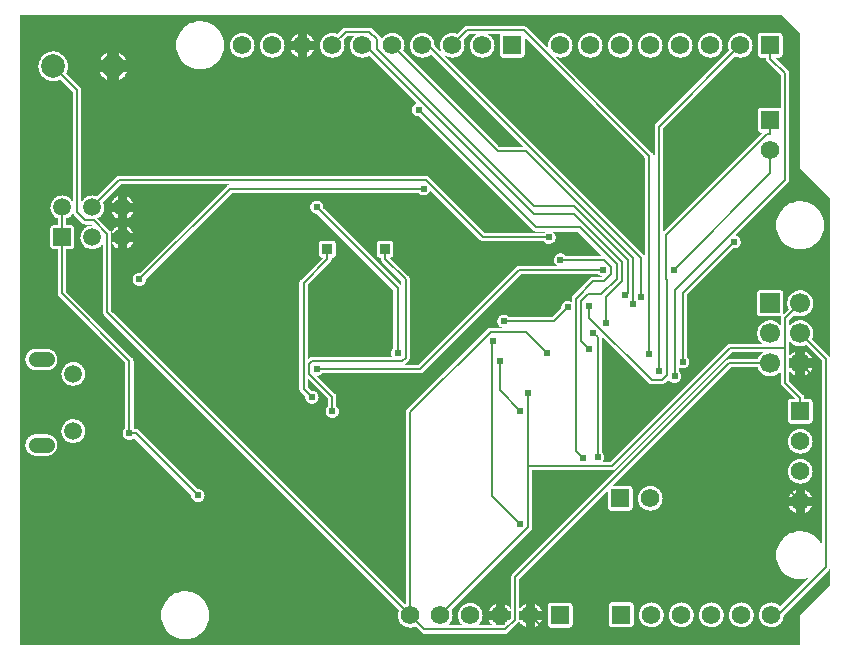
<source format=gbl>
G04 ---------------------------- Layer name :BOTTOM LAYER*
G04 EasyEDA v5.5.14, Mon, 18 Jun 2018 23:09:04 GMT*
G04 84bf75b42abb48d08708263c728ca580*
G04 Gerber Generator version 0.2*
G04 Scale: 100 percent, Rotated: No, Reflected: No *
G04 Dimensions in inches *
G04 leading zeros omitted , absolute positions ,2 integer and 4 decimal *
%FSLAX24Y24*%
%MOIN*%
G90*
G70D02*

%ADD11C,0.008000*%
%ADD13C,0.024000*%
%ADD28R,0.062000X0.062000*%
%ADD29C,0.062000*%
%ADD30C,0.059055*%
%ADD31R,0.035700X0.035700*%
%ADD32C,0.078740*%
%ADD33C,0.059000*%
%ADD34R,0.059000X0.059000*%
%ADD35R,0.066929X0.066929*%
%ADD36C,0.066929*%
%ADD37C,0.051181*%

%LPD*%
G36*
G01X0Y0D02*
G01X0Y21000D01*
G01X25400Y21000D01*
G01X26000Y20400D01*
G01X26000Y15900D01*
G01X27000Y14900D01*
G01X27000Y2000D01*
G01X26000Y1000D01*
G01X26000Y0D01*
G01X0Y0D01*
G37*

%LPC*%
G36*
G01X5480Y200D02*
G01X5559Y202D01*
G01X5638Y212D01*
G01X5716Y229D01*
G01X5792Y255D01*
G01X5864Y288D01*
G01X5934Y327D01*
G01X5998Y374D01*
G01X6058Y427D01*
G01X6112Y485D01*
G01X6160Y549D01*
G01X6202Y617D01*
G01X6237Y689D01*
G01X6264Y764D01*
G01X6284Y841D01*
G01X6296Y920D01*
G01X6300Y1000D01*
G01X6296Y1079D01*
G01X6284Y1158D01*
G01X6264Y1235D01*
G01X6237Y1310D01*
G01X6202Y1382D01*
G01X6160Y1450D01*
G01X6112Y1514D01*
G01X6058Y1572D01*
G01X5998Y1625D01*
G01X5934Y1672D01*
G01X5864Y1711D01*
G01X5792Y1744D01*
G01X5716Y1770D01*
G01X5638Y1787D01*
G01X5559Y1797D01*
G01X5480Y1799D01*
G01X5400Y1793D01*
G01X5321Y1779D01*
G01X5245Y1758D01*
G01X5170Y1729D01*
G01X5100Y1692D01*
G01X5033Y1649D01*
G01X4970Y1599D01*
G01X4913Y1544D01*
G01X4862Y1483D01*
G01X4817Y1417D01*
G01X4779Y1347D01*
G01X4748Y1273D01*
G01X4724Y1197D01*
G01X4708Y1119D01*
G01X4700Y1039D01*
G01X4700Y960D01*
G01X4708Y880D01*
G01X4724Y802D01*
G01X4748Y726D01*
G01X4779Y652D01*
G01X4817Y582D01*
G01X4862Y516D01*
G01X4913Y455D01*
G01X4970Y400D01*
G01X5033Y350D01*
G01X5100Y307D01*
G01X5170Y270D01*
G01X5245Y241D01*
G01X5321Y220D01*
G01X5400Y206D01*
G01X5480Y200D01*
G37*
G36*
G01X13473Y386D02*
G01X16169Y386D01*
G01X16175Y386D01*
G01X16179Y386D01*
G01X16184Y386D01*
G01X16189Y387D01*
G01X16194Y388D01*
G01X16199Y389D01*
G01X16204Y390D01*
G01X16209Y391D01*
G01X16214Y393D01*
G01X16218Y394D01*
G01X16223Y396D01*
G01X16228Y398D01*
G01X16232Y400D01*
G01X16237Y403D01*
G01X16241Y405D01*
G01X16245Y408D01*
G01X16249Y411D01*
G01X16253Y413D01*
G01X16257Y416D01*
G01X16261Y420D01*
G01X16265Y423D01*
G01X16268Y427D01*
G01X16598Y757D01*
G01X16602Y760D01*
G01X16605Y764D01*
G01X16609Y768D01*
G01X16612Y772D01*
G01X16614Y776D01*
G01X16617Y780D01*
G01X16620Y784D01*
G01X16622Y788D01*
G01X16625Y793D01*
G01X16627Y797D01*
G01X16629Y802D01*
G01X16631Y807D01*
G01X16632Y811D01*
G01X16634Y815D01*
G01X16650Y786D01*
G01X16673Y752D01*
G01X16699Y721D01*
G01X16728Y692D01*
G01X16760Y667D01*
G01X16794Y644D01*
G01X16831Y626D01*
G01X16844Y620D01*
G01X16844Y844D01*
G01X16639Y844D01*
G01X16639Y846D01*
G01X16639Y851D01*
G01X16639Y855D01*
G01X16639Y1155D01*
G01X16844Y1155D01*
G01X16844Y1379D01*
G01X16831Y1373D01*
G01X16794Y1355D01*
G01X16760Y1332D01*
G01X16728Y1307D01*
G01X16699Y1278D01*
G01X16673Y1247D01*
G01X16650Y1213D01*
G01X16639Y1195D01*
G01X16639Y2202D01*
G01X19589Y5152D01*
G01X19589Y4590D01*
G01X19590Y4585D01*
G01X19590Y4581D01*
G01X19590Y4577D01*
G01X19591Y4573D01*
G01X19592Y4569D01*
G01X19593Y4565D01*
G01X19594Y4561D01*
G01X19595Y4557D01*
G01X19596Y4553D01*
G01X19598Y4549D01*
G01X19600Y4546D01*
G01X19602Y4542D01*
G01X19604Y4538D01*
G01X19606Y4535D01*
G01X19608Y4531D01*
G01X19611Y4528D01*
G01X19613Y4525D01*
G01X19616Y4522D01*
G01X19619Y4519D01*
G01X19622Y4516D01*
G01X19625Y4513D01*
G01X19628Y4511D01*
G01X19631Y4508D01*
G01X19635Y4506D01*
G01X19638Y4504D01*
G01X19642Y4502D01*
G01X19646Y4500D01*
G01X19649Y4498D01*
G01X19653Y4496D01*
G01X19657Y4495D01*
G01X19661Y4494D01*
G01X19665Y4493D01*
G01X19669Y4492D01*
G01X19673Y4491D01*
G01X19677Y4490D01*
G01X19681Y4490D01*
G01X19685Y4490D01*
G01X19689Y4490D01*
G01X20310Y4490D01*
G01X20314Y4490D01*
G01X20318Y4490D01*
G01X20322Y4490D01*
G01X20326Y4491D01*
G01X20330Y4492D01*
G01X20334Y4493D01*
G01X20338Y4494D01*
G01X20342Y4495D01*
G01X20346Y4496D01*
G01X20350Y4498D01*
G01X20353Y4500D01*
G01X20357Y4502D01*
G01X20361Y4504D01*
G01X20364Y4506D01*
G01X20368Y4508D01*
G01X20371Y4511D01*
G01X20374Y4513D01*
G01X20377Y4516D01*
G01X20380Y4519D01*
G01X20383Y4522D01*
G01X20386Y4525D01*
G01X20388Y4528D01*
G01X20391Y4531D01*
G01X20393Y4535D01*
G01X20395Y4538D01*
G01X20397Y4542D01*
G01X20399Y4546D01*
G01X20401Y4549D01*
G01X20403Y4553D01*
G01X20404Y4557D01*
G01X20405Y4561D01*
G01X20406Y4565D01*
G01X20407Y4569D01*
G01X20408Y4573D01*
G01X20409Y4577D01*
G01X20409Y4581D01*
G01X20409Y4585D01*
G01X20410Y4590D01*
G01X20410Y5209D01*
G01X20409Y5214D01*
G01X20409Y5218D01*
G01X20409Y5222D01*
G01X20408Y5226D01*
G01X20407Y5230D01*
G01X20406Y5234D01*
G01X20405Y5238D01*
G01X20404Y5242D01*
G01X20403Y5246D01*
G01X20401Y5250D01*
G01X20399Y5253D01*
G01X20397Y5257D01*
G01X20395Y5261D01*
G01X20393Y5264D01*
G01X20391Y5268D01*
G01X20388Y5271D01*
G01X20386Y5274D01*
G01X20383Y5277D01*
G01X20380Y5280D01*
G01X20377Y5283D01*
G01X20374Y5286D01*
G01X20371Y5288D01*
G01X20368Y5291D01*
G01X20364Y5293D01*
G01X20361Y5295D01*
G01X20357Y5297D01*
G01X20353Y5299D01*
G01X20350Y5301D01*
G01X20346Y5303D01*
G01X20342Y5304D01*
G01X20338Y5305D01*
G01X20334Y5306D01*
G01X20330Y5307D01*
G01X20326Y5308D01*
G01X20322Y5309D01*
G01X20318Y5309D01*
G01X20314Y5309D01*
G01X20310Y5309D01*
G01X19747Y5309D01*
G01X23697Y9259D01*
G01X24588Y9259D01*
G01X24591Y9251D01*
G01X24608Y9211D01*
G01X24629Y9173D01*
G01X24653Y9137D01*
G01X24681Y9104D01*
G01X24712Y9074D01*
G01X24746Y9047D01*
G01X24782Y9023D01*
G01X24821Y9003D01*
G01X24861Y8987D01*
G01X24903Y8976D01*
G01X24945Y8968D01*
G01X24989Y8965D01*
G01X25032Y8966D01*
G01X25075Y8971D01*
G01X25117Y8981D01*
G01X25158Y8995D01*
G01X25198Y9013D01*
G01X25235Y9034D01*
G01X25271Y9060D01*
G01X25303Y9088D01*
G01X25332Y9120D01*
G01X25359Y9155D01*
G01X25360Y9156D01*
G01X25360Y8751D01*
G01X25360Y8746D01*
G01X25360Y8741D01*
G01X25360Y8736D01*
G01X25361Y8731D01*
G01X25362Y8726D01*
G01X25363Y8721D01*
G01X25364Y8716D01*
G01X25365Y8711D01*
G01X25367Y8706D01*
G01X25368Y8702D01*
G01X25370Y8697D01*
G01X25372Y8692D01*
G01X25374Y8688D01*
G01X25377Y8683D01*
G01X25379Y8679D01*
G01X25382Y8675D01*
G01X25385Y8671D01*
G01X25387Y8667D01*
G01X25390Y8663D01*
G01X25394Y8659D01*
G01X25397Y8655D01*
G01X25401Y8652D01*
G01X25843Y8209D01*
G01X25689Y8209D01*
G01X25685Y8209D01*
G01X25681Y8209D01*
G01X25677Y8209D01*
G01X25673Y8208D01*
G01X25669Y8207D01*
G01X25665Y8206D01*
G01X25661Y8205D01*
G01X25657Y8204D01*
G01X25653Y8203D01*
G01X25649Y8201D01*
G01X25646Y8199D01*
G01X25642Y8197D01*
G01X25638Y8195D01*
G01X25635Y8193D01*
G01X25631Y8191D01*
G01X25628Y8188D01*
G01X25625Y8186D01*
G01X25622Y8183D01*
G01X25619Y8180D01*
G01X25616Y8177D01*
G01X25613Y8174D01*
G01X25611Y8171D01*
G01X25608Y8168D01*
G01X25606Y8164D01*
G01X25604Y8161D01*
G01X25602Y8157D01*
G01X25600Y8153D01*
G01X25598Y8150D01*
G01X25596Y8146D01*
G01X25595Y8142D01*
G01X25594Y8138D01*
G01X25593Y8134D01*
G01X25592Y8130D01*
G01X25591Y8126D01*
G01X25590Y8122D01*
G01X25590Y8118D01*
G01X25590Y8114D01*
G01X25589Y8109D01*
G01X25589Y7490D01*
G01X25590Y7485D01*
G01X25590Y7481D01*
G01X25590Y7477D01*
G01X25591Y7473D01*
G01X25592Y7469D01*
G01X25593Y7465D01*
G01X25594Y7461D01*
G01X25595Y7457D01*
G01X25596Y7453D01*
G01X25598Y7449D01*
G01X25600Y7446D01*
G01X25602Y7442D01*
G01X25604Y7438D01*
G01X25606Y7435D01*
G01X25608Y7431D01*
G01X25611Y7428D01*
G01X25613Y7425D01*
G01X25616Y7422D01*
G01X25619Y7419D01*
G01X25622Y7416D01*
G01X25625Y7413D01*
G01X25628Y7411D01*
G01X25631Y7408D01*
G01X25635Y7406D01*
G01X25638Y7404D01*
G01X25642Y7402D01*
G01X25646Y7400D01*
G01X25649Y7398D01*
G01X25653Y7396D01*
G01X25657Y7395D01*
G01X25661Y7394D01*
G01X25665Y7393D01*
G01X25669Y7392D01*
G01X25673Y7391D01*
G01X25677Y7390D01*
G01X25681Y7390D01*
G01X25685Y7390D01*
G01X25689Y7390D01*
G01X26310Y7390D01*
G01X26314Y7390D01*
G01X26318Y7390D01*
G01X26322Y7390D01*
G01X26326Y7391D01*
G01X26330Y7392D01*
G01X26334Y7393D01*
G01X26338Y7394D01*
G01X26342Y7395D01*
G01X26346Y7396D01*
G01X26350Y7398D01*
G01X26353Y7400D01*
G01X26357Y7402D01*
G01X26361Y7404D01*
G01X26364Y7406D01*
G01X26368Y7408D01*
G01X26371Y7411D01*
G01X26374Y7413D01*
G01X26377Y7416D01*
G01X26380Y7419D01*
G01X26383Y7422D01*
G01X26386Y7425D01*
G01X26388Y7428D01*
G01X26391Y7431D01*
G01X26393Y7435D01*
G01X26395Y7438D01*
G01X26397Y7442D01*
G01X26399Y7446D01*
G01X26401Y7449D01*
G01X26403Y7453D01*
G01X26404Y7457D01*
G01X26405Y7461D01*
G01X26406Y7465D01*
G01X26407Y7469D01*
G01X26408Y7473D01*
G01X26409Y7477D01*
G01X26409Y7481D01*
G01X26409Y7485D01*
G01X26410Y7490D01*
G01X26410Y8109D01*
G01X26409Y8114D01*
G01X26409Y8118D01*
G01X26409Y8122D01*
G01X26408Y8126D01*
G01X26407Y8130D01*
G01X26406Y8134D01*
G01X26405Y8138D01*
G01X26404Y8142D01*
G01X26403Y8146D01*
G01X26401Y8150D01*
G01X26399Y8153D01*
G01X26397Y8157D01*
G01X26395Y8161D01*
G01X26393Y8164D01*
G01X26391Y8168D01*
G01X26388Y8171D01*
G01X26386Y8174D01*
G01X26383Y8177D01*
G01X26380Y8180D01*
G01X26377Y8183D01*
G01X26374Y8186D01*
G01X26371Y8188D01*
G01X26368Y8191D01*
G01X26364Y8193D01*
G01X26361Y8195D01*
G01X26357Y8197D01*
G01X26353Y8199D01*
G01X26350Y8201D01*
G01X26346Y8203D01*
G01X26342Y8204D01*
G01X26338Y8205D01*
G01X26334Y8206D01*
G01X26330Y8207D01*
G01X26326Y8208D01*
G01X26322Y8209D01*
G01X26318Y8209D01*
G01X26314Y8209D01*
G01X26310Y8209D01*
G01X26139Y8209D01*
G01X26139Y8251D01*
G01X26139Y8253D01*
G01X26139Y8256D01*
G01X26139Y8256D01*
G01X26139Y8257D01*
G01X26139Y8260D01*
G01X26139Y8263D01*
G01X26139Y8264D01*
G01X26139Y8264D01*
G01X26139Y8267D01*
G01X26138Y8270D01*
G01X26138Y8271D01*
G01X26138Y8271D01*
G01X26138Y8274D01*
G01X26137Y8277D01*
G01X26137Y8277D01*
G01X26137Y8278D01*
G01X26136Y8281D01*
G01X26136Y8283D01*
G01X26135Y8284D01*
G01X26135Y8285D01*
G01X26134Y8288D01*
G01X26134Y8290D01*
G01X26134Y8291D01*
G01X26133Y8292D01*
G01X26132Y8295D01*
G01X26132Y8297D01*
G01X26131Y8297D01*
G01X26131Y8298D01*
G01X26130Y8301D01*
G01X26129Y8303D01*
G01X26129Y8304D01*
G01X26129Y8305D01*
G01X26127Y8308D01*
G01X26126Y8310D01*
G01X26126Y8310D01*
G01X26126Y8311D01*
G01X26124Y8314D01*
G01X26123Y8316D01*
G01X26123Y8317D01*
G01X26122Y8317D01*
G01X26121Y8320D01*
G01X26120Y8322D01*
G01X26119Y8323D01*
G01X26119Y8323D01*
G01X26118Y8325D01*
G01X26116Y8328D01*
G01X26116Y8329D01*
G01X26115Y8329D01*
G01X26114Y8331D01*
G01X26112Y8334D01*
G01X26112Y8334D01*
G01X26111Y8335D01*
G01X26109Y8337D01*
G01X26108Y8339D01*
G01X26107Y8340D01*
G01X26107Y8340D01*
G01X26105Y8342D01*
G01X26103Y8344D01*
G01X26103Y8345D01*
G01X26102Y8346D01*
G01X26100Y8348D01*
G01X26098Y8349D01*
G01X25639Y8808D01*
G01X25639Y9157D01*
G01X25653Y9137D01*
G01X25681Y9104D01*
G01X25712Y9074D01*
G01X25746Y9047D01*
G01X25782Y9023D01*
G01X25821Y9003D01*
G01X25832Y8999D01*
G01X25832Y9232D01*
G01X25639Y9232D01*
G01X25639Y9567D01*
G01X25832Y9567D01*
G01X25832Y9800D01*
G01X25821Y9796D01*
G01X25782Y9776D01*
G01X25746Y9752D01*
G01X25712Y9725D01*
G01X25681Y9695D01*
G01X25653Y9662D01*
G01X25639Y9642D01*
G01X25639Y10157D01*
G01X25653Y10137D01*
G01X25681Y10104D01*
G01X25712Y10074D01*
G01X25746Y10047D01*
G01X25782Y10023D01*
G01X25821Y10003D01*
G01X25861Y9987D01*
G01X25903Y9976D01*
G01X25945Y9968D01*
G01X25989Y9965D01*
G01X26032Y9966D01*
G01X26075Y9971D01*
G01X26117Y9981D01*
G01X26158Y9995D01*
G01X26191Y10010D01*
G01X26709Y9493D01*
G01X26709Y3369D01*
G01X26702Y3382D01*
G01X26660Y3450D01*
G01X26612Y3514D01*
G01X26558Y3572D01*
G01X26498Y3625D01*
G01X26434Y3672D01*
G01X26364Y3711D01*
G01X26292Y3744D01*
G01X26216Y3770D01*
G01X26138Y3787D01*
G01X26059Y3797D01*
G01X25980Y3799D01*
G01X25900Y3793D01*
G01X25821Y3779D01*
G01X25745Y3758D01*
G01X25670Y3729D01*
G01X25600Y3692D01*
G01X25533Y3649D01*
G01X25470Y3599D01*
G01X25413Y3544D01*
G01X25362Y3483D01*
G01X25317Y3417D01*
G01X25279Y3347D01*
G01X25248Y3273D01*
G01X25224Y3197D01*
G01X25208Y3119D01*
G01X25200Y3039D01*
G01X25200Y2960D01*
G01X25208Y2880D01*
G01X25224Y2802D01*
G01X25248Y2726D01*
G01X25279Y2652D01*
G01X25317Y2582D01*
G01X25362Y2516D01*
G01X25413Y2455D01*
G01X25470Y2400D01*
G01X25533Y2350D01*
G01X25600Y2307D01*
G01X25670Y2270D01*
G01X25745Y2241D01*
G01X25821Y2220D01*
G01X25900Y2206D01*
G01X25980Y2200D01*
G01X26059Y2202D01*
G01X26138Y2212D01*
G01X26216Y2229D01*
G01X26292Y2255D01*
G01X26294Y2256D01*
G01X25334Y1296D01*
G01X25321Y1311D01*
G01X25290Y1338D01*
G01X25257Y1362D01*
G01X25222Y1382D01*
G01X25184Y1399D01*
G01X25146Y1412D01*
G01X25106Y1421D01*
G01X25065Y1426D01*
G01X25024Y1427D01*
G01X24984Y1424D01*
G01X24943Y1417D01*
G01X24904Y1406D01*
G01X24866Y1391D01*
G01X24830Y1373D01*
G01X24795Y1350D01*
G01X24763Y1325D01*
G01X24734Y1296D01*
G01X24708Y1265D01*
G01X24685Y1231D01*
G01X24665Y1195D01*
G01X24649Y1158D01*
G01X24637Y1119D01*
G01X24629Y1079D01*
G01X24625Y1038D01*
G01X24625Y997D01*
G01X24629Y956D01*
G01X24637Y916D01*
G01X24649Y877D01*
G01X24665Y840D01*
G01X24685Y804D01*
G01X24708Y770D01*
G01X24734Y739D01*
G01X24763Y710D01*
G01X24795Y685D01*
G01X24830Y662D01*
G01X24866Y644D01*
G01X24904Y629D01*
G01X24943Y618D01*
G01X24984Y611D01*
G01X25024Y608D01*
G01X25065Y609D01*
G01X25106Y614D01*
G01X25146Y623D01*
G01X25184Y636D01*
G01X25222Y653D01*
G01X25257Y673D01*
G01X25290Y697D01*
G01X25321Y724D01*
G01X25349Y754D01*
G01X25373Y787D01*
G01X25395Y821D01*
G01X25412Y858D01*
G01X25426Y897D01*
G01X25436Y936D01*
G01X25442Y977D01*
G01X25444Y1010D01*
G01X26947Y2514D01*
G01X26951Y2517D01*
G01X26954Y2521D01*
G01X26958Y2525D01*
G01X26961Y2529D01*
G01X26964Y2533D01*
G01X26966Y2537D01*
G01X26969Y2541D01*
G01X26971Y2545D01*
G01X26974Y2550D01*
G01X26976Y2554D01*
G01X26978Y2559D01*
G01X26980Y2564D01*
G01X26981Y2568D01*
G01X26983Y2573D01*
G01X26984Y2578D01*
G01X26985Y2583D01*
G01X26986Y2588D01*
G01X26987Y2593D01*
G01X26988Y2598D01*
G01X26988Y2603D01*
G01X26988Y2607D01*
G01X26989Y2613D01*
G01X26989Y9551D01*
G01X26988Y9555D01*
G01X26988Y9560D01*
G01X26988Y9565D01*
G01X26987Y9570D01*
G01X26986Y9575D01*
G01X26985Y9580D01*
G01X26984Y9585D01*
G01X26983Y9590D01*
G01X26981Y9595D01*
G01X26980Y9599D01*
G01X26978Y9604D01*
G01X26976Y9609D01*
G01X26974Y9613D01*
G01X26971Y9618D01*
G01X26969Y9622D01*
G01X26966Y9626D01*
G01X26964Y9630D01*
G01X26961Y9634D01*
G01X26958Y9638D01*
G01X26954Y9642D01*
G01X26951Y9646D01*
G01X26947Y9649D01*
G01X26389Y10208D01*
G01X26400Y10231D01*
G01X26415Y10271D01*
G01X26426Y10313D01*
G01X26432Y10356D01*
G01X26434Y10400D01*
G01X26432Y10443D01*
G01X26426Y10486D01*
G01X26415Y10528D01*
G01X26400Y10568D01*
G01X26381Y10607D01*
G01X26359Y10644D01*
G01X26332Y10679D01*
G01X26303Y10711D01*
G01X26271Y10739D01*
G01X26235Y10765D01*
G01X26198Y10786D01*
G01X26158Y10804D01*
G01X26117Y10818D01*
G01X26075Y10828D01*
G01X26032Y10833D01*
G01X25989Y10834D01*
G01X25945Y10831D01*
G01X25903Y10823D01*
G01X25861Y10812D01*
G01X25821Y10796D01*
G01X25782Y10776D01*
G01X25746Y10752D01*
G01X25712Y10725D01*
G01X25681Y10695D01*
G01X25653Y10662D01*
G01X25639Y10642D01*
G01X25639Y10842D01*
G01X25808Y11010D01*
G01X25821Y11003D01*
G01X25861Y10987D01*
G01X25903Y10976D01*
G01X25945Y10968D01*
G01X25989Y10965D01*
G01X26032Y10966D01*
G01X26075Y10971D01*
G01X26117Y10981D01*
G01X26158Y10995D01*
G01X26198Y11013D01*
G01X26235Y11034D01*
G01X26271Y11060D01*
G01X26303Y11088D01*
G01X26332Y11120D01*
G01X26359Y11155D01*
G01X26381Y11192D01*
G01X26400Y11231D01*
G01X26415Y11271D01*
G01X26426Y11313D01*
G01X26432Y11356D01*
G01X26434Y11400D01*
G01X26432Y11443D01*
G01X26426Y11486D01*
G01X26415Y11528D01*
G01X26400Y11568D01*
G01X26381Y11607D01*
G01X26359Y11644D01*
G01X26332Y11679D01*
G01X26303Y11711D01*
G01X26271Y11739D01*
G01X26235Y11765D01*
G01X26198Y11786D01*
G01X26158Y11804D01*
G01X26117Y11818D01*
G01X26075Y11828D01*
G01X26032Y11833D01*
G01X25989Y11834D01*
G01X25945Y11831D01*
G01X25903Y11823D01*
G01X25861Y11812D01*
G01X25821Y11796D01*
G01X25782Y11776D01*
G01X25746Y11752D01*
G01X25712Y11725D01*
G01X25681Y11695D01*
G01X25653Y11662D01*
G01X25629Y11626D01*
G01X25608Y11588D01*
G01X25591Y11548D01*
G01X25578Y11507D01*
G01X25570Y11464D01*
G01X25565Y11421D01*
G01X25565Y11378D01*
G01X25570Y11335D01*
G01X25578Y11292D01*
G01X25591Y11251D01*
G01X25608Y11211D01*
G01X25610Y11208D01*
G01X25425Y11023D01*
G01X25426Y11025D01*
G01X25427Y11029D01*
G01X25429Y11032D01*
G01X25430Y11036D01*
G01X25431Y11040D01*
G01X25432Y11044D01*
G01X25433Y11048D01*
G01X25433Y11053D01*
G01X25434Y11057D01*
G01X25434Y11061D01*
G01X25434Y11065D01*
G01X25434Y11734D01*
G01X25434Y11738D01*
G01X25434Y11742D01*
G01X25433Y11746D01*
G01X25433Y11751D01*
G01X25432Y11755D01*
G01X25431Y11759D01*
G01X25430Y11763D01*
G01X25429Y11767D01*
G01X25427Y11770D01*
G01X25426Y11774D01*
G01X25424Y11778D01*
G01X25422Y11782D01*
G01X25420Y11785D01*
G01X25418Y11789D01*
G01X25415Y11792D01*
G01X25413Y11796D01*
G01X25410Y11799D01*
G01X25408Y11802D01*
G01X25405Y11805D01*
G01X25402Y11808D01*
G01X25399Y11810D01*
G01X25396Y11813D01*
G01X25392Y11815D01*
G01X25389Y11818D01*
G01X25385Y11820D01*
G01X25382Y11822D01*
G01X25378Y11824D01*
G01X25374Y11826D01*
G01X25370Y11827D01*
G01X25367Y11829D01*
G01X25363Y11830D01*
G01X25359Y11831D01*
G01X25355Y11832D01*
G01X25351Y11833D01*
G01X25346Y11833D01*
G01X25342Y11834D01*
G01X25338Y11834D01*
G01X25334Y11834D01*
G01X24665Y11834D01*
G01X24661Y11834D01*
G01X24657Y11834D01*
G01X24653Y11833D01*
G01X24648Y11833D01*
G01X24644Y11832D01*
G01X24640Y11831D01*
G01X24636Y11830D01*
G01X24632Y11829D01*
G01X24629Y11827D01*
G01X24625Y11826D01*
G01X24621Y11824D01*
G01X24617Y11822D01*
G01X24614Y11820D01*
G01X24610Y11818D01*
G01X24607Y11815D01*
G01X24603Y11813D01*
G01X24600Y11810D01*
G01X24597Y11808D01*
G01X24594Y11805D01*
G01X24591Y11802D01*
G01X24589Y11799D01*
G01X24586Y11796D01*
G01X24584Y11792D01*
G01X24581Y11789D01*
G01X24579Y11785D01*
G01X24577Y11782D01*
G01X24575Y11778D01*
G01X24573Y11774D01*
G01X24572Y11770D01*
G01X24570Y11767D01*
G01X24569Y11763D01*
G01X24568Y11759D01*
G01X24567Y11755D01*
G01X24566Y11751D01*
G01X24566Y11746D01*
G01X24565Y11742D01*
G01X24565Y11738D01*
G01X24565Y11734D01*
G01X24565Y11065D01*
G01X24565Y11061D01*
G01X24565Y11057D01*
G01X24566Y11053D01*
G01X24566Y11048D01*
G01X24567Y11044D01*
G01X24568Y11040D01*
G01X24569Y11036D01*
G01X24570Y11032D01*
G01X24572Y11029D01*
G01X24573Y11025D01*
G01X24575Y11021D01*
G01X24577Y11017D01*
G01X24579Y11014D01*
G01X24581Y11010D01*
G01X24584Y11007D01*
G01X24586Y11003D01*
G01X24589Y11000D01*
G01X24591Y10997D01*
G01X24594Y10994D01*
G01X24597Y10991D01*
G01X24600Y10989D01*
G01X24603Y10986D01*
G01X24607Y10984D01*
G01X24610Y10981D01*
G01X24614Y10979D01*
G01X24617Y10977D01*
G01X24621Y10975D01*
G01X24625Y10973D01*
G01X24629Y10972D01*
G01X24632Y10970D01*
G01X24636Y10969D01*
G01X24640Y10968D01*
G01X24644Y10967D01*
G01X24648Y10966D01*
G01X24653Y10966D01*
G01X24657Y10965D01*
G01X24661Y10965D01*
G01X24665Y10965D01*
G01X25334Y10965D01*
G01X25338Y10965D01*
G01X25342Y10965D01*
G01X25346Y10966D01*
G01X25351Y10966D01*
G01X25355Y10967D01*
G01X25359Y10968D01*
G01X25363Y10969D01*
G01X25367Y10970D01*
G01X25370Y10972D01*
G01X25374Y10973D01*
G01X25378Y10975D01*
G01X25382Y10977D01*
G01X25384Y10978D01*
G01X25382Y10975D01*
G01X25379Y10971D01*
G01X25377Y10967D01*
G01X25374Y10962D01*
G01X25372Y10958D01*
G01X25370Y10953D01*
G01X25368Y10948D01*
G01X25367Y10944D01*
G01X25365Y10939D01*
G01X25364Y10934D01*
G01X25363Y10929D01*
G01X25362Y10924D01*
G01X25361Y10919D01*
G01X25360Y10914D01*
G01X25360Y10909D01*
G01X25360Y10905D01*
G01X25360Y10900D01*
G01X25360Y10643D01*
G01X25359Y10644D01*
G01X25332Y10679D01*
G01X25303Y10711D01*
G01X25271Y10739D01*
G01X25235Y10765D01*
G01X25198Y10786D01*
G01X25158Y10804D01*
G01X25117Y10818D01*
G01X25075Y10828D01*
G01X25032Y10833D01*
G01X24989Y10834D01*
G01X24945Y10831D01*
G01X24903Y10823D01*
G01X24861Y10812D01*
G01X24821Y10796D01*
G01X24782Y10776D01*
G01X24746Y10752D01*
G01X24712Y10725D01*
G01X24681Y10695D01*
G01X24653Y10662D01*
G01X24629Y10626D01*
G01X24608Y10588D01*
G01X24591Y10548D01*
G01X24578Y10507D01*
G01X24570Y10464D01*
G01X24565Y10421D01*
G01X24565Y10378D01*
G01X24570Y10335D01*
G01X24578Y10292D01*
G01X24591Y10251D01*
G01X24608Y10211D01*
G01X24629Y10173D01*
G01X24653Y10137D01*
G01X24681Y10104D01*
G01X24712Y10074D01*
G01X24746Y10047D01*
G01X24757Y10040D01*
G01X23651Y10040D01*
G01X23646Y10039D01*
G01X23641Y10039D01*
G01X23636Y10039D01*
G01X23631Y10038D01*
G01X23626Y10037D01*
G01X23621Y10036D01*
G01X23616Y10035D01*
G01X23611Y10034D01*
G01X23606Y10032D01*
G01X23602Y10031D01*
G01X23597Y10029D01*
G01X23592Y10027D01*
G01X23588Y10025D01*
G01X23583Y10022D01*
G01X23579Y10020D01*
G01X23575Y10017D01*
G01X23571Y10014D01*
G01X23567Y10012D01*
G01X23563Y10009D01*
G01X23559Y10005D01*
G01X23555Y10002D01*
G01X23551Y9998D01*
G01X19664Y6109D01*
G01X19398Y6109D01*
G01X19400Y6111D01*
G01X19415Y6127D01*
G01X19428Y6145D01*
G01X19440Y6163D01*
G01X19449Y6183D01*
G01X19457Y6204D01*
G01X19462Y6225D01*
G01X19465Y6247D01*
G01X19467Y6269D01*
G01X19465Y6290D01*
G01X19462Y6312D01*
G01X19457Y6333D01*
G01X19449Y6354D01*
G01X19440Y6374D01*
G01X19428Y6392D01*
G01X19415Y6410D01*
G01X19400Y6426D01*
G01X19386Y6438D01*
G01X19386Y10269D01*
G01X19386Y10274D01*
G01X19386Y10279D01*
G01X19386Y10284D01*
G01X19385Y10289D01*
G01X19384Y10294D01*
G01X19383Y10299D01*
G01X19382Y10304D01*
G01X19382Y10305D01*
G01X20944Y8744D01*
G01X20947Y8740D01*
G01X20951Y8737D01*
G01X20955Y8733D01*
G01X20959Y8730D01*
G01X20963Y8728D01*
G01X20967Y8725D01*
G01X20971Y8722D01*
G01X20975Y8720D01*
G01X20980Y8717D01*
G01X20984Y8715D01*
G01X20989Y8713D01*
G01X20994Y8711D01*
G01X20998Y8710D01*
G01X21003Y8708D01*
G01X21008Y8707D01*
G01X21013Y8706D01*
G01X21018Y8705D01*
G01X21023Y8704D01*
G01X21028Y8703D01*
G01X21033Y8703D01*
G01X21038Y8703D01*
G01X21043Y8703D01*
G01X21381Y8703D01*
G01X21385Y8703D01*
G01X21390Y8703D01*
G01X21395Y8703D01*
G01X21400Y8704D01*
G01X21405Y8705D01*
G01X21410Y8706D01*
G01X21415Y8707D01*
G01X21420Y8708D01*
G01X21425Y8710D01*
G01X21429Y8711D01*
G01X21434Y8713D01*
G01X21439Y8715D01*
G01X21443Y8717D01*
G01X21448Y8720D01*
G01X21452Y8722D01*
G01X21456Y8725D01*
G01X21460Y8728D01*
G01X21464Y8730D01*
G01X21468Y8733D01*
G01X21472Y8737D01*
G01X21476Y8740D01*
G01X21479Y8744D01*
G01X21610Y8874D01*
G01X21612Y8870D01*
G01X21623Y8851D01*
G01X21635Y8833D01*
G01X21649Y8816D01*
G01X21665Y8801D01*
G01X21682Y8787D01*
G01X21701Y8775D01*
G01X21720Y8765D01*
G01X21740Y8757D01*
G01X21762Y8751D01*
G01X21783Y8747D01*
G01X21805Y8746D01*
G01X21827Y8746D01*
G01X21849Y8749D01*
G01X21870Y8754D01*
G01X21891Y8761D01*
G01X21911Y8770D01*
G01X21930Y8781D01*
G01X21948Y8794D01*
G01X21964Y8808D01*
G01X21979Y8824D01*
G01X21992Y8842D01*
G01X22004Y8860D01*
G01X22013Y8880D01*
G01X22021Y8901D01*
G01X22026Y8922D01*
G01X22029Y8944D01*
G01X22031Y8965D01*
G01X22029Y8987D01*
G01X22026Y9009D01*
G01X22021Y9030D01*
G01X22013Y9051D01*
G01X22004Y9071D01*
G01X21992Y9089D01*
G01X21979Y9107D01*
G01X21964Y9123D01*
G01X21951Y9135D01*
G01X21951Y9271D01*
G01X21952Y9270D01*
G01X21971Y9258D01*
G01X21990Y9248D01*
G01X22010Y9240D01*
G01X22032Y9234D01*
G01X22053Y9230D01*
G01X22075Y9229D01*
G01X22097Y9229D01*
G01X22119Y9232D01*
G01X22140Y9237D01*
G01X22161Y9244D01*
G01X22181Y9253D01*
G01X22200Y9264D01*
G01X22218Y9276D01*
G01X22234Y9291D01*
G01X22249Y9307D01*
G01X22262Y9325D01*
G01X22274Y9343D01*
G01X22283Y9363D01*
G01X22291Y9384D01*
G01X22296Y9405D01*
G01X22299Y9427D01*
G01X22301Y9448D01*
G01X22299Y9470D01*
G01X22296Y9492D01*
G01X22291Y9513D01*
G01X22283Y9534D01*
G01X22274Y9554D01*
G01X22262Y9572D01*
G01X22249Y9590D01*
G01X22234Y9606D01*
G01X22221Y9618D01*
G01X22221Y11677D01*
G01X23773Y13229D01*
G01X23788Y13228D01*
G01X23810Y13228D01*
G01X23832Y13231D01*
G01X23853Y13236D01*
G01X23874Y13243D01*
G01X23894Y13252D01*
G01X23913Y13263D01*
G01X23931Y13276D01*
G01X23947Y13290D01*
G01X23962Y13306D01*
G01X23975Y13324D01*
G01X23987Y13342D01*
G01X23996Y13362D01*
G01X24004Y13383D01*
G01X24009Y13404D01*
G01X24012Y13426D01*
G01X24014Y13448D01*
G01X24012Y13469D01*
G01X24009Y13491D01*
G01X24004Y13512D01*
G01X23996Y13533D01*
G01X23987Y13553D01*
G01X23975Y13571D01*
G01X23962Y13589D01*
G01X23947Y13605D01*
G01X23931Y13619D01*
G01X23913Y13632D01*
G01X23894Y13643D01*
G01X23874Y13652D01*
G01X23853Y13659D01*
G01X23832Y13664D01*
G01X23828Y13665D01*
G01X25586Y15424D01*
G01X25590Y15427D01*
G01X25593Y15431D01*
G01X25597Y15435D01*
G01X25600Y15439D01*
G01X25602Y15443D01*
G01X25605Y15447D01*
G01X25608Y15451D01*
G01X25610Y15455D01*
G01X25613Y15460D01*
G01X25615Y15464D01*
G01X25617Y15469D01*
G01X25619Y15474D01*
G01X25620Y15478D01*
G01X25622Y15483D01*
G01X25623Y15488D01*
G01X25624Y15493D01*
G01X25625Y15498D01*
G01X25626Y15503D01*
G01X25627Y15508D01*
G01X25627Y15513D01*
G01X25627Y15517D01*
G01X25627Y15523D01*
G01X25627Y19061D01*
G01X25627Y19065D01*
G01X25627Y19070D01*
G01X25627Y19075D01*
G01X25626Y19080D01*
G01X25625Y19085D01*
G01X25624Y19090D01*
G01X25623Y19095D01*
G01X25622Y19100D01*
G01X25620Y19105D01*
G01X25619Y19109D01*
G01X25617Y19114D01*
G01X25615Y19119D01*
G01X25613Y19123D01*
G01X25610Y19128D01*
G01X25608Y19132D01*
G01X25605Y19136D01*
G01X25602Y19140D01*
G01X25600Y19144D01*
G01X25597Y19148D01*
G01X25593Y19152D01*
G01X25590Y19156D01*
G01X25586Y19159D01*
G01X25156Y19590D01*
G01X25310Y19590D01*
G01X25314Y19590D01*
G01X25318Y19590D01*
G01X25322Y19590D01*
G01X25326Y19591D01*
G01X25330Y19592D01*
G01X25334Y19593D01*
G01X25338Y19594D01*
G01X25342Y19595D01*
G01X25346Y19596D01*
G01X25350Y19598D01*
G01X25353Y19600D01*
G01X25357Y19602D01*
G01X25361Y19604D01*
G01X25364Y19606D01*
G01X25368Y19608D01*
G01X25371Y19611D01*
G01X25374Y19613D01*
G01X25377Y19616D01*
G01X25380Y19619D01*
G01X25383Y19622D01*
G01X25386Y19625D01*
G01X25388Y19628D01*
G01X25391Y19631D01*
G01X25393Y19635D01*
G01X25395Y19638D01*
G01X25397Y19642D01*
G01X25399Y19646D01*
G01X25401Y19649D01*
G01X25403Y19653D01*
G01X25404Y19657D01*
G01X25405Y19661D01*
G01X25406Y19665D01*
G01X25407Y19669D01*
G01X25408Y19673D01*
G01X25409Y19677D01*
G01X25409Y19681D01*
G01X25409Y19685D01*
G01X25410Y19690D01*
G01X25410Y20309D01*
G01X25409Y20314D01*
G01X25409Y20318D01*
G01X25409Y20322D01*
G01X25408Y20326D01*
G01X25407Y20330D01*
G01X25406Y20334D01*
G01X25405Y20338D01*
G01X25404Y20342D01*
G01X25403Y20346D01*
G01X25401Y20350D01*
G01X25399Y20353D01*
G01X25397Y20357D01*
G01X25395Y20361D01*
G01X25393Y20364D01*
G01X25391Y20368D01*
G01X25388Y20371D01*
G01X25386Y20374D01*
G01X25383Y20377D01*
G01X25380Y20380D01*
G01X25377Y20383D01*
G01X25374Y20386D01*
G01X25371Y20388D01*
G01X25368Y20391D01*
G01X25364Y20393D01*
G01X25361Y20395D01*
G01X25357Y20397D01*
G01X25353Y20399D01*
G01X25350Y20401D01*
G01X25346Y20403D01*
G01X25342Y20404D01*
G01X25338Y20405D01*
G01X25334Y20406D01*
G01X25330Y20407D01*
G01X25326Y20408D01*
G01X25322Y20409D01*
G01X25318Y20409D01*
G01X25314Y20409D01*
G01X25310Y20409D01*
G01X24689Y20409D01*
G01X24685Y20409D01*
G01X24681Y20409D01*
G01X24677Y20409D01*
G01X24673Y20408D01*
G01X24669Y20407D01*
G01X24665Y20406D01*
G01X24661Y20405D01*
G01X24657Y20404D01*
G01X24653Y20403D01*
G01X24649Y20401D01*
G01X24646Y20399D01*
G01X24642Y20397D01*
G01X24638Y20395D01*
G01X24635Y20393D01*
G01X24631Y20391D01*
G01X24628Y20388D01*
G01X24625Y20386D01*
G01X24622Y20383D01*
G01X24619Y20380D01*
G01X24616Y20377D01*
G01X24613Y20374D01*
G01X24611Y20371D01*
G01X24608Y20368D01*
G01X24606Y20364D01*
G01X24604Y20361D01*
G01X24602Y20357D01*
G01X24600Y20353D01*
G01X24598Y20350D01*
G01X24596Y20346D01*
G01X24595Y20342D01*
G01X24594Y20338D01*
G01X24593Y20334D01*
G01X24592Y20330D01*
G01X24591Y20326D01*
G01X24590Y20322D01*
G01X24590Y20318D01*
G01X24590Y20314D01*
G01X24589Y20309D01*
G01X24589Y19690D01*
G01X24590Y19685D01*
G01X24590Y19681D01*
G01X24590Y19677D01*
G01X24591Y19673D01*
G01X24592Y19669D01*
G01X24593Y19665D01*
G01X24594Y19661D01*
G01X24595Y19657D01*
G01X24596Y19653D01*
G01X24598Y19649D01*
G01X24600Y19646D01*
G01X24602Y19642D01*
G01X24604Y19638D01*
G01X24606Y19635D01*
G01X24608Y19631D01*
G01X24611Y19628D01*
G01X24613Y19625D01*
G01X24616Y19622D01*
G01X24619Y19619D01*
G01X24622Y19616D01*
G01X24625Y19613D01*
G01X24628Y19611D01*
G01X24631Y19608D01*
G01X24635Y19606D01*
G01X24638Y19604D01*
G01X24642Y19602D01*
G01X24646Y19600D01*
G01X24649Y19598D01*
G01X24653Y19596D01*
G01X24657Y19595D01*
G01X24661Y19594D01*
G01X24665Y19593D01*
G01X24669Y19592D01*
G01X24673Y19591D01*
G01X24677Y19590D01*
G01X24681Y19590D01*
G01X24685Y19590D01*
G01X24689Y19590D01*
G01X24860Y19590D01*
G01X24860Y19548D01*
G01X24860Y19546D01*
G01X24860Y19543D01*
G01X24860Y19543D01*
G01X24860Y19542D01*
G01X24860Y19539D01*
G01X24860Y19536D01*
G01X24860Y19535D01*
G01X24860Y19535D01*
G01X24860Y19532D01*
G01X24861Y19529D01*
G01X24861Y19528D01*
G01X24861Y19528D01*
G01X24861Y19525D01*
G01X24862Y19522D01*
G01X24862Y19522D01*
G01X24862Y19521D01*
G01X24863Y19518D01*
G01X24863Y19516D01*
G01X24864Y19515D01*
G01X24864Y19514D01*
G01X24865Y19511D01*
G01X24865Y19509D01*
G01X24865Y19508D01*
G01X24866Y19507D01*
G01X24867Y19504D01*
G01X24867Y19502D01*
G01X24868Y19502D01*
G01X24868Y19501D01*
G01X24869Y19498D01*
G01X24870Y19496D01*
G01X24870Y19495D01*
G01X24870Y19494D01*
G01X24872Y19491D01*
G01X24873Y19489D01*
G01X24873Y19489D01*
G01X24873Y19488D01*
G01X24875Y19485D01*
G01X24876Y19483D01*
G01X24876Y19482D01*
G01X24877Y19482D01*
G01X24878Y19479D01*
G01X24879Y19477D01*
G01X24880Y19476D01*
G01X24880Y19476D01*
G01X24881Y19474D01*
G01X24883Y19471D01*
G01X24883Y19470D01*
G01X24884Y19470D01*
G01X24885Y19468D01*
G01X24887Y19465D01*
G01X24887Y19465D01*
G01X24888Y19464D01*
G01X24890Y19462D01*
G01X24891Y19460D01*
G01X24892Y19459D01*
G01X24892Y19459D01*
G01X24894Y19457D01*
G01X24896Y19455D01*
G01X24896Y19454D01*
G01X24897Y19453D01*
G01X24899Y19451D01*
G01X24901Y19450D01*
G01X25347Y19003D01*
G01X25347Y17902D01*
G01X25346Y17903D01*
G01X25342Y17904D01*
G01X25338Y17905D01*
G01X25334Y17906D01*
G01X25330Y17907D01*
G01X25326Y17908D01*
G01X25322Y17909D01*
G01X25318Y17909D01*
G01X25314Y17909D01*
G01X25310Y17909D01*
G01X24689Y17909D01*
G01X24685Y17909D01*
G01X24681Y17909D01*
G01X24677Y17909D01*
G01X24673Y17908D01*
G01X24669Y17907D01*
G01X24665Y17906D01*
G01X24661Y17905D01*
G01X24657Y17904D01*
G01X24653Y17903D01*
G01X24649Y17901D01*
G01X24646Y17899D01*
G01X24642Y17897D01*
G01X24638Y17895D01*
G01X24635Y17893D01*
G01X24631Y17891D01*
G01X24628Y17888D01*
G01X24625Y17886D01*
G01X24622Y17883D01*
G01X24619Y17880D01*
G01X24616Y17877D01*
G01X24613Y17874D01*
G01X24611Y17871D01*
G01X24608Y17868D01*
G01X24606Y17864D01*
G01X24604Y17861D01*
G01X24602Y17857D01*
G01X24600Y17853D01*
G01X24598Y17850D01*
G01X24596Y17846D01*
G01X24595Y17842D01*
G01X24594Y17838D01*
G01X24593Y17834D01*
G01X24592Y17830D01*
G01X24591Y17826D01*
G01X24590Y17822D01*
G01X24590Y17818D01*
G01X24590Y17814D01*
G01X24589Y17809D01*
G01X24589Y17190D01*
G01X24590Y17185D01*
G01X24590Y17181D01*
G01X24590Y17177D01*
G01X24591Y17173D01*
G01X24592Y17169D01*
G01X24593Y17165D01*
G01X24594Y17161D01*
G01X24595Y17157D01*
G01X24596Y17153D01*
G01X24598Y17149D01*
G01X24600Y17146D01*
G01X24602Y17142D01*
G01X24604Y17138D01*
G01X24606Y17135D01*
G01X24608Y17131D01*
G01X24611Y17128D01*
G01X24613Y17125D01*
G01X24616Y17122D01*
G01X24619Y17119D01*
G01X24622Y17116D01*
G01X24625Y17113D01*
G01X24628Y17111D01*
G01X24631Y17108D01*
G01X24635Y17106D01*
G01X24638Y17104D01*
G01X24642Y17102D01*
G01X24646Y17100D01*
G01X24649Y17098D01*
G01X24653Y17096D01*
G01X24657Y17095D01*
G01X24661Y17094D01*
G01X24665Y17093D01*
G01X24669Y17092D01*
G01X24673Y17091D01*
G01X24677Y17090D01*
G01X24681Y17090D01*
G01X24685Y17090D01*
G01X24689Y17090D01*
G01X24730Y17090D01*
G01X21426Y13785D01*
G01X21426Y17228D01*
G01X23826Y19628D01*
G01X23831Y19626D01*
G01X23869Y19611D01*
G01X23908Y19600D01*
G01X23949Y19593D01*
G01X23989Y19590D01*
G01X24030Y19591D01*
G01X24071Y19596D01*
G01X24111Y19605D01*
G01X24149Y19618D01*
G01X24187Y19635D01*
G01X24222Y19655D01*
G01X24255Y19679D01*
G01X24286Y19706D01*
G01X24314Y19736D01*
G01X24338Y19769D01*
G01X24360Y19803D01*
G01X24377Y19840D01*
G01X24391Y19879D01*
G01X24401Y19918D01*
G01X24407Y19959D01*
G01X24410Y20000D01*
G01X24407Y20040D01*
G01X24401Y20081D01*
G01X24391Y20120D01*
G01X24377Y20159D01*
G01X24360Y20196D01*
G01X24338Y20230D01*
G01X24314Y20263D01*
G01X24286Y20293D01*
G01X24255Y20320D01*
G01X24222Y20344D01*
G01X24187Y20364D01*
G01X24149Y20381D01*
G01X24111Y20394D01*
G01X24071Y20403D01*
G01X24030Y20408D01*
G01X23989Y20409D01*
G01X23949Y20406D01*
G01X23908Y20399D01*
G01X23869Y20388D01*
G01X23831Y20373D01*
G01X23794Y20355D01*
G01X23760Y20332D01*
G01X23728Y20307D01*
G01X23699Y20278D01*
G01X23673Y20247D01*
G01X23650Y20213D01*
G01X23630Y20177D01*
G01X23614Y20140D01*
G01X23602Y20101D01*
G01X23594Y20061D01*
G01X23590Y20020D01*
G01X23590Y19979D01*
G01X23594Y19938D01*
G01X23602Y19898D01*
G01X23614Y19859D01*
G01X23628Y19826D01*
G01X21187Y17384D01*
G01X21183Y17381D01*
G01X21180Y17377D01*
G01X21176Y17373D01*
G01X21173Y17369D01*
G01X21171Y17365D01*
G01X21168Y17361D01*
G01X21165Y17357D01*
G01X21163Y17353D01*
G01X21160Y17348D01*
G01X21158Y17344D01*
G01X21156Y17339D01*
G01X21154Y17334D01*
G01X21153Y17330D01*
G01X21151Y17325D01*
G01X21150Y17320D01*
G01X21149Y17315D01*
G01X21148Y17310D01*
G01X21147Y17305D01*
G01X21146Y17300D01*
G01X21146Y17295D01*
G01X21146Y17290D01*
G01X21146Y17286D01*
G01X21146Y9847D01*
G01X21142Y9852D01*
G01X21127Y9868D01*
G01X21114Y9880D01*
G01X21114Y16303D01*
G01X21113Y16309D01*
G01X21113Y16313D01*
G01X21113Y16318D01*
G01X21112Y16323D01*
G01X21111Y16328D01*
G01X21110Y16333D01*
G01X21109Y16338D01*
G01X21108Y16343D01*
G01X21106Y16348D01*
G01X21105Y16352D01*
G01X21103Y16357D01*
G01X21101Y16362D01*
G01X21099Y16366D01*
G01X21096Y16371D01*
G01X21094Y16375D01*
G01X21091Y16379D01*
G01X21089Y16383D01*
G01X21086Y16387D01*
G01X21083Y16391D01*
G01X21079Y16395D01*
G01X21076Y16399D01*
G01X21073Y16402D01*
G01X17862Y19613D01*
G01X17869Y19611D01*
G01X17908Y19600D01*
G01X17949Y19593D01*
G01X17989Y19590D01*
G01X18030Y19591D01*
G01X18071Y19596D01*
G01X18111Y19605D01*
G01X18149Y19618D01*
G01X18187Y19635D01*
G01X18222Y19655D01*
G01X18255Y19679D01*
G01X18286Y19706D01*
G01X18314Y19736D01*
G01X18338Y19769D01*
G01X18360Y19803D01*
G01X18377Y19840D01*
G01X18391Y19879D01*
G01X18401Y19918D01*
G01X18407Y19959D01*
G01X18410Y20000D01*
G01X18407Y20040D01*
G01X18401Y20081D01*
G01X18391Y20120D01*
G01X18377Y20159D01*
G01X18360Y20196D01*
G01X18338Y20230D01*
G01X18314Y20263D01*
G01X18286Y20293D01*
G01X18255Y20320D01*
G01X18222Y20344D01*
G01X18187Y20364D01*
G01X18149Y20381D01*
G01X18111Y20394D01*
G01X18071Y20403D01*
G01X18030Y20408D01*
G01X17989Y20409D01*
G01X17949Y20406D01*
G01X17908Y20399D01*
G01X17869Y20388D01*
G01X17831Y20373D01*
G01X17794Y20355D01*
G01X17760Y20332D01*
G01X17728Y20307D01*
G01X17699Y20278D01*
G01X17673Y20247D01*
G01X17650Y20213D01*
G01X17630Y20177D01*
G01X17614Y20140D01*
G01X17602Y20101D01*
G01X17594Y20061D01*
G01X17590Y20020D01*
G01X17590Y19979D01*
G01X17594Y19938D01*
G01X17602Y19898D01*
G01X17613Y19863D01*
G01X16879Y20597D01*
G01X16875Y20601D01*
G01X16871Y20604D01*
G01X16867Y20607D01*
G01X16863Y20611D01*
G01X16859Y20613D01*
G01X16855Y20616D01*
G01X16851Y20619D01*
G01X16847Y20621D01*
G01X16842Y20624D01*
G01X16838Y20626D01*
G01X16833Y20628D01*
G01X16828Y20630D01*
G01X16824Y20631D01*
G01X16819Y20633D01*
G01X16814Y20634D01*
G01X16809Y20635D01*
G01X16804Y20636D01*
G01X16799Y20637D01*
G01X16794Y20638D01*
G01X16789Y20638D01*
G01X16785Y20638D01*
G01X16780Y20638D01*
G01X14898Y20638D01*
G01X14893Y20638D01*
G01X14889Y20638D01*
G01X14884Y20638D01*
G01X14879Y20637D01*
G01X14874Y20636D01*
G01X14869Y20635D01*
G01X14864Y20634D01*
G01X14859Y20633D01*
G01X14854Y20631D01*
G01X14850Y20630D01*
G01X14845Y20628D01*
G01X14840Y20626D01*
G01X14836Y20624D01*
G01X14831Y20621D01*
G01X14827Y20619D01*
G01X14823Y20616D01*
G01X14819Y20613D01*
G01X14815Y20611D01*
G01X14811Y20608D01*
G01X14807Y20604D01*
G01X14803Y20601D01*
G01X14800Y20597D01*
G01X14573Y20371D01*
G01X14549Y20381D01*
G01X14511Y20394D01*
G01X14471Y20403D01*
G01X14430Y20408D01*
G01X14389Y20409D01*
G01X14349Y20406D01*
G01X14308Y20399D01*
G01X14269Y20388D01*
G01X14231Y20373D01*
G01X14194Y20355D01*
G01X14160Y20332D01*
G01X14128Y20307D01*
G01X14099Y20278D01*
G01X14073Y20247D01*
G01X14050Y20213D01*
G01X14030Y20177D01*
G01X14014Y20140D01*
G01X14002Y20101D01*
G01X13994Y20061D01*
G01X13990Y20020D01*
G01X13990Y19979D01*
G01X13994Y19938D01*
G01X14002Y19898D01*
G01X14014Y19859D01*
G01X14030Y19822D01*
G01X14050Y19786D01*
G01X14073Y19752D01*
G01X14099Y19721D01*
G01X14128Y19692D01*
G01X14160Y19667D01*
G01X14194Y19644D01*
G01X14231Y19626D01*
G01X14269Y19611D01*
G01X14308Y19600D01*
G01X14349Y19593D01*
G01X14389Y19590D01*
G01X14430Y19591D01*
G01X14471Y19596D01*
G01X14511Y19605D01*
G01X14549Y19618D01*
G01X14587Y19635D01*
G01X14622Y19655D01*
G01X14655Y19679D01*
G01X14686Y19706D01*
G01X14714Y19736D01*
G01X14738Y19769D01*
G01X14760Y19803D01*
G01X14777Y19840D01*
G01X14791Y19879D01*
G01X14801Y19918D01*
G01X14807Y19959D01*
G01X14810Y20000D01*
G01X14807Y20040D01*
G01X14801Y20081D01*
G01X14791Y20120D01*
G01X14777Y20159D01*
G01X14771Y20173D01*
G01X14956Y20359D01*
G01X15202Y20359D01*
G01X15194Y20355D01*
G01X15160Y20332D01*
G01X15128Y20307D01*
G01X15099Y20278D01*
G01X15073Y20247D01*
G01X15050Y20213D01*
G01X15030Y20177D01*
G01X15014Y20140D01*
G01X15002Y20101D01*
G01X14994Y20061D01*
G01X14990Y20020D01*
G01X14990Y19979D01*
G01X14994Y19938D01*
G01X15002Y19898D01*
G01X15014Y19859D01*
G01X15030Y19822D01*
G01X15050Y19786D01*
G01X15073Y19752D01*
G01X15099Y19721D01*
G01X15128Y19692D01*
G01X15160Y19667D01*
G01X15194Y19644D01*
G01X15231Y19626D01*
G01X15269Y19611D01*
G01X15308Y19600D01*
G01X15349Y19593D01*
G01X15389Y19590D01*
G01X15430Y19591D01*
G01X15471Y19596D01*
G01X15511Y19605D01*
G01X15549Y19618D01*
G01X15587Y19635D01*
G01X15622Y19655D01*
G01X15655Y19679D01*
G01X15686Y19706D01*
G01X15714Y19736D01*
G01X15738Y19769D01*
G01X15760Y19803D01*
G01X15777Y19840D01*
G01X15791Y19879D01*
G01X15801Y19918D01*
G01X15807Y19959D01*
G01X15810Y20000D01*
G01X15807Y20040D01*
G01X15801Y20081D01*
G01X15791Y20120D01*
G01X15777Y20159D01*
G01X15760Y20196D01*
G01X15738Y20230D01*
G01X15714Y20263D01*
G01X15686Y20293D01*
G01X15655Y20320D01*
G01X15622Y20344D01*
G01X15597Y20359D01*
G01X16002Y20359D01*
G01X16002Y20357D01*
G01X16000Y20353D01*
G01X15998Y20350D01*
G01X15996Y20346D01*
G01X15995Y20342D01*
G01X15994Y20338D01*
G01X15993Y20334D01*
G01X15992Y20330D01*
G01X15991Y20326D01*
G01X15990Y20322D01*
G01X15990Y20318D01*
G01X15990Y20314D01*
G01X15989Y20309D01*
G01X15989Y19690D01*
G01X15990Y19685D01*
G01X15990Y19681D01*
G01X15990Y19677D01*
G01X15991Y19673D01*
G01X15992Y19669D01*
G01X15993Y19665D01*
G01X15994Y19661D01*
G01X15995Y19657D01*
G01X15996Y19653D01*
G01X15998Y19649D01*
G01X16000Y19646D01*
G01X16002Y19642D01*
G01X16004Y19638D01*
G01X16006Y19635D01*
G01X16008Y19631D01*
G01X16011Y19628D01*
G01X16013Y19625D01*
G01X16016Y19622D01*
G01X16019Y19619D01*
G01X16022Y19616D01*
G01X16025Y19613D01*
G01X16028Y19611D01*
G01X16031Y19608D01*
G01X16035Y19606D01*
G01X16038Y19604D01*
G01X16042Y19602D01*
G01X16046Y19600D01*
G01X16049Y19598D01*
G01X16053Y19596D01*
G01X16057Y19595D01*
G01X16061Y19594D01*
G01X16065Y19593D01*
G01X16069Y19592D01*
G01X16073Y19591D01*
G01X16077Y19590D01*
G01X16081Y19590D01*
G01X16085Y19590D01*
G01X16089Y19590D01*
G01X16710Y19590D01*
G01X16714Y19590D01*
G01X16718Y19590D01*
G01X16722Y19590D01*
G01X16726Y19591D01*
G01X16730Y19592D01*
G01X16734Y19593D01*
G01X16738Y19594D01*
G01X16742Y19595D01*
G01X16746Y19596D01*
G01X16750Y19598D01*
G01X16753Y19600D01*
G01X16757Y19602D01*
G01X16761Y19604D01*
G01X16764Y19606D01*
G01X16768Y19608D01*
G01X16771Y19611D01*
G01X16774Y19613D01*
G01X16777Y19616D01*
G01X16780Y19619D01*
G01X16783Y19622D01*
G01X16786Y19625D01*
G01X16788Y19628D01*
G01X16791Y19631D01*
G01X16793Y19635D01*
G01X16795Y19638D01*
G01X16797Y19642D01*
G01X16799Y19646D01*
G01X16801Y19649D01*
G01X16803Y19653D01*
G01X16804Y19657D01*
G01X16805Y19661D01*
G01X16806Y19665D01*
G01X16807Y19669D01*
G01X16808Y19673D01*
G01X16809Y19677D01*
G01X16809Y19681D01*
G01X16809Y19685D01*
G01X16810Y19690D01*
G01X16810Y20270D01*
G01X20834Y16246D01*
G01X20834Y12922D01*
G01X20833Y12925D01*
G01X20832Y12930D01*
G01X20831Y12935D01*
G01X20830Y12940D01*
G01X20829Y12945D01*
G01X20827Y12950D01*
G01X20826Y12954D01*
G01X20824Y12959D01*
G01X20822Y12964D01*
G01X20820Y12968D01*
G01X20817Y12973D01*
G01X20815Y12977D01*
G01X20812Y12981D01*
G01X20810Y12985D01*
G01X20807Y12989D01*
G01X20804Y12993D01*
G01X20800Y12997D01*
G01X20797Y13001D01*
G01X20793Y13004D01*
G01X13809Y19989D01*
G01X13810Y20000D01*
G01X13807Y20040D01*
G01X13801Y20081D01*
G01X13791Y20120D01*
G01X13777Y20159D01*
G01X13760Y20196D01*
G01X13738Y20230D01*
G01X13714Y20263D01*
G01X13686Y20293D01*
G01X13655Y20320D01*
G01X13622Y20344D01*
G01X13587Y20364D01*
G01X13549Y20381D01*
G01X13511Y20394D01*
G01X13471Y20403D01*
G01X13430Y20408D01*
G01X13389Y20409D01*
G01X13349Y20406D01*
G01X13308Y20399D01*
G01X13269Y20388D01*
G01X13231Y20373D01*
G01X13194Y20355D01*
G01X13160Y20332D01*
G01X13128Y20307D01*
G01X13099Y20278D01*
G01X13073Y20247D01*
G01X13050Y20213D01*
G01X13030Y20177D01*
G01X13014Y20140D01*
G01X13002Y20101D01*
G01X12994Y20061D01*
G01X12990Y20020D01*
G01X12990Y19979D01*
G01X12994Y19938D01*
G01X13002Y19898D01*
G01X13014Y19859D01*
G01X13030Y19822D01*
G01X13050Y19786D01*
G01X13073Y19752D01*
G01X13099Y19721D01*
G01X13128Y19692D01*
G01X13160Y19667D01*
G01X13194Y19644D01*
G01X13231Y19626D01*
G01X13269Y19611D01*
G01X13308Y19600D01*
G01X13349Y19593D01*
G01X13389Y19590D01*
G01X13430Y19591D01*
G01X13471Y19596D01*
G01X13511Y19605D01*
G01X13549Y19618D01*
G01X13587Y19635D01*
G01X13622Y19655D01*
G01X13655Y19679D01*
G01X13686Y19706D01*
G01X13691Y19711D01*
G01X16780Y16623D01*
G01X15974Y16623D01*
G01X12771Y19826D01*
G01X12777Y19840D01*
G01X12791Y19879D01*
G01X12801Y19918D01*
G01X12807Y19959D01*
G01X12810Y20000D01*
G01X12807Y20040D01*
G01X12801Y20081D01*
G01X12791Y20120D01*
G01X12777Y20159D01*
G01X12760Y20196D01*
G01X12738Y20230D01*
G01X12714Y20263D01*
G01X12686Y20293D01*
G01X12655Y20320D01*
G01X12622Y20344D01*
G01X12587Y20364D01*
G01X12549Y20381D01*
G01X12511Y20394D01*
G01X12471Y20403D01*
G01X12430Y20408D01*
G01X12389Y20409D01*
G01X12349Y20406D01*
G01X12308Y20399D01*
G01X12269Y20388D01*
G01X12231Y20373D01*
G01X12194Y20355D01*
G01X12160Y20332D01*
G01X12128Y20307D01*
G01X12099Y20278D01*
G01X12073Y20247D01*
G01X12050Y20213D01*
G01X12039Y20195D01*
G01X12039Y20198D01*
G01X12039Y20203D01*
G01X12039Y20207D01*
G01X12038Y20212D01*
G01X12037Y20217D01*
G01X12036Y20222D01*
G01X12035Y20227D01*
G01X12034Y20232D01*
G01X12032Y20237D01*
G01X12031Y20242D01*
G01X12029Y20246D01*
G01X12027Y20251D01*
G01X12025Y20255D01*
G01X12022Y20260D01*
G01X12020Y20264D01*
G01X12017Y20268D01*
G01X12014Y20273D01*
G01X12011Y20277D01*
G01X12008Y20281D01*
G01X12005Y20284D01*
G01X12002Y20288D01*
G01X11998Y20292D01*
G01X11739Y20550D01*
G01X11736Y20553D01*
G01X11732Y20556D01*
G01X11728Y20560D01*
G01X11724Y20563D01*
G01X11720Y20566D01*
G01X11716Y20568D01*
G01X11712Y20571D01*
G01X11707Y20573D01*
G01X11703Y20576D01*
G01X11699Y20578D01*
G01X11694Y20580D01*
G01X11689Y20582D01*
G01X11685Y20583D01*
G01X11680Y20585D01*
G01X11675Y20586D01*
G01X11670Y20587D01*
G01X11665Y20588D01*
G01X11660Y20589D01*
G01X11655Y20590D01*
G01X11650Y20590D01*
G01X11645Y20590D01*
G01X11640Y20590D01*
G01X10851Y20590D01*
G01X10846Y20590D01*
G01X10841Y20590D01*
G01X10836Y20590D01*
G01X10831Y20589D01*
G01X10826Y20588D01*
G01X10821Y20587D01*
G01X10816Y20586D01*
G01X10811Y20585D01*
G01X10806Y20583D01*
G01X10802Y20582D01*
G01X10797Y20580D01*
G01X10792Y20578D01*
G01X10788Y20576D01*
G01X10783Y20573D01*
G01X10779Y20571D01*
G01X10775Y20568D01*
G01X10771Y20565D01*
G01X10767Y20563D01*
G01X10763Y20560D01*
G01X10759Y20556D01*
G01X10755Y20553D01*
G01X10752Y20549D01*
G01X10573Y20371D01*
G01X10549Y20381D01*
G01X10511Y20394D01*
G01X10471Y20403D01*
G01X10430Y20408D01*
G01X10389Y20409D01*
G01X10349Y20406D01*
G01X10308Y20399D01*
G01X10269Y20388D01*
G01X10231Y20373D01*
G01X10194Y20355D01*
G01X10160Y20332D01*
G01X10128Y20307D01*
G01X10099Y20278D01*
G01X10073Y20247D01*
G01X10050Y20213D01*
G01X10030Y20177D01*
G01X10014Y20140D01*
G01X10002Y20101D01*
G01X9994Y20061D01*
G01X9990Y20020D01*
G01X9990Y19979D01*
G01X9994Y19938D01*
G01X10002Y19898D01*
G01X10014Y19859D01*
G01X10030Y19822D01*
G01X10050Y19786D01*
G01X10073Y19752D01*
G01X10099Y19721D01*
G01X10128Y19692D01*
G01X10160Y19667D01*
G01X10194Y19644D01*
G01X10231Y19626D01*
G01X10269Y19611D01*
G01X10308Y19600D01*
G01X10349Y19593D01*
G01X10389Y19590D01*
G01X10430Y19591D01*
G01X10471Y19596D01*
G01X10511Y19605D01*
G01X10549Y19618D01*
G01X10587Y19635D01*
G01X10622Y19655D01*
G01X10655Y19679D01*
G01X10686Y19706D01*
G01X10714Y19736D01*
G01X10738Y19769D01*
G01X10760Y19803D01*
G01X10777Y19840D01*
G01X10791Y19879D01*
G01X10801Y19918D01*
G01X10807Y19959D01*
G01X10810Y20000D01*
G01X10807Y20040D01*
G01X10801Y20081D01*
G01X10791Y20120D01*
G01X10777Y20159D01*
G01X10771Y20173D01*
G01X10908Y20311D01*
G01X11133Y20311D01*
G01X11128Y20307D01*
G01X11099Y20278D01*
G01X11073Y20247D01*
G01X11050Y20213D01*
G01X11030Y20177D01*
G01X11014Y20140D01*
G01X11002Y20101D01*
G01X10994Y20061D01*
G01X10990Y20020D01*
G01X10990Y19979D01*
G01X10994Y19938D01*
G01X11002Y19898D01*
G01X11014Y19859D01*
G01X11030Y19822D01*
G01X11050Y19786D01*
G01X11073Y19752D01*
G01X11099Y19721D01*
G01X11128Y19692D01*
G01X11160Y19667D01*
G01X11194Y19644D01*
G01X11231Y19626D01*
G01X11269Y19611D01*
G01X11308Y19600D01*
G01X11349Y19593D01*
G01X11389Y19590D01*
G01X11430Y19591D01*
G01X11471Y19596D01*
G01X11511Y19605D01*
G01X11549Y19618D01*
G01X11587Y19635D01*
G01X11622Y19655D01*
G01X11633Y19663D01*
G01X13230Y18066D01*
G01X13226Y18065D01*
G01X13204Y18059D01*
G01X13184Y18051D01*
G01X13164Y18041D01*
G01X13146Y18029D01*
G01X13129Y18015D01*
G01X13113Y18000D01*
G01X13099Y17983D01*
G01X13087Y17965D01*
G01X13076Y17946D01*
G01X13068Y17926D01*
G01X13061Y17905D01*
G01X13057Y17883D01*
G01X13055Y17861D01*
G01X13055Y17840D01*
G01X13057Y17818D01*
G01X13061Y17796D01*
G01X13068Y17775D01*
G01X13076Y17755D01*
G01X13087Y17736D01*
G01X13099Y17718D01*
G01X13113Y17701D01*
G01X13129Y17686D01*
G01X13146Y17672D01*
G01X13164Y17660D01*
G01X13184Y17650D01*
G01X13204Y17642D01*
G01X13226Y17636D01*
G01X13247Y17632D01*
G01X13269Y17631D01*
G01X13291Y17631D01*
G01X13295Y17632D01*
G01X17100Y13828D01*
G01X17103Y13824D01*
G01X17107Y13821D01*
G01X17111Y13817D01*
G01X17115Y13814D01*
G01X17119Y13811D01*
G01X17123Y13809D01*
G01X17127Y13806D01*
G01X17131Y13804D01*
G01X17136Y13801D01*
G01X17140Y13799D01*
G01X17145Y13797D01*
G01X17150Y13795D01*
G01X17154Y13794D01*
G01X17159Y13792D01*
G01X17164Y13791D01*
G01X17169Y13790D01*
G01X17174Y13789D01*
G01X17179Y13788D01*
G01X17184Y13787D01*
G01X17189Y13787D01*
G01X17193Y13787D01*
G01X17198Y13786D01*
G01X17512Y13786D01*
G01X17499Y13778D01*
G01X17482Y13764D01*
G01X17466Y13749D01*
G01X17458Y13740D01*
G01X15497Y13740D01*
G01X13638Y15598D01*
G01X13635Y15602D01*
G01X13631Y15605D01*
G01X13627Y15609D01*
G01X13623Y15612D01*
G01X13619Y15615D01*
G01X13615Y15617D01*
G01X13611Y15620D01*
G01X13607Y15622D01*
G01X13602Y15625D01*
G01X13598Y15627D01*
G01X13593Y15629D01*
G01X13588Y15631D01*
G01X13584Y15632D01*
G01X13579Y15634D01*
G01X13574Y15635D01*
G01X13569Y15636D01*
G01X13564Y15637D01*
G01X13559Y15638D01*
G01X13554Y15639D01*
G01X13549Y15639D01*
G01X13544Y15639D01*
G01X13539Y15640D01*
G01X3300Y15640D01*
G01X3294Y15639D01*
G01X3290Y15639D01*
G01X3285Y15639D01*
G01X3280Y15638D01*
G01X3275Y15637D01*
G01X3270Y15636D01*
G01X3265Y15635D01*
G01X3260Y15634D01*
G01X3255Y15632D01*
G01X3251Y15631D01*
G01X3246Y15629D01*
G01X3241Y15627D01*
G01X3237Y15625D01*
G01X3232Y15622D01*
G01X3228Y15620D01*
G01X3224Y15617D01*
G01X3220Y15615D01*
G01X3216Y15612D01*
G01X3212Y15609D01*
G01X3208Y15605D01*
G01X3204Y15602D01*
G01X3201Y15598D01*
G01X2561Y14959D01*
G01X2544Y14967D01*
G01X2506Y14980D01*
G01X2468Y14988D01*
G01X2429Y14993D01*
G01X2390Y14994D01*
G01X2350Y14991D01*
G01X2312Y14985D01*
G01X2274Y14974D01*
G01X2237Y14960D01*
G01X2202Y14942D01*
G01X2169Y14920D01*
G01X2138Y14896D01*
G01X2110Y14868D01*
G01X2085Y14838D01*
G01X2062Y14805D01*
G01X2044Y14771D01*
G01X2040Y14761D01*
G01X2040Y18500D01*
G01X2039Y18505D01*
G01X2039Y18509D01*
G01X2039Y18514D01*
G01X2038Y18519D01*
G01X2037Y18524D01*
G01X2036Y18529D01*
G01X2035Y18534D01*
G01X2034Y18539D01*
G01X2032Y18544D01*
G01X2031Y18548D01*
G01X2029Y18553D01*
G01X2027Y18558D01*
G01X2025Y18562D01*
G01X2022Y18567D01*
G01X2020Y18571D01*
G01X2017Y18575D01*
G01X2015Y18579D01*
G01X2012Y18583D01*
G01X2009Y18587D01*
G01X2005Y18591D01*
G01X2002Y18595D01*
G01X1998Y18598D01*
G01X1533Y19064D01*
G01X1554Y19108D01*
G01X1571Y19154D01*
G01X1583Y19202D01*
G01X1591Y19250D01*
G01X1593Y19300D01*
G01X1591Y19349D01*
G01X1583Y19397D01*
G01X1571Y19445D01*
G01X1554Y19491D01*
G01X1533Y19536D01*
G01X1507Y19578D01*
G01X1478Y19617D01*
G01X1444Y19653D01*
G01X1407Y19685D01*
G01X1367Y19714D01*
G01X1325Y19739D01*
G01X1280Y19759D01*
G01X1233Y19775D01*
G01X1185Y19786D01*
G01X1136Y19792D01*
G01X1087Y19793D01*
G01X1038Y19789D01*
G01X990Y19781D01*
G01X942Y19767D01*
G01X896Y19750D01*
G01X853Y19727D01*
G01X811Y19700D01*
G01X773Y19670D01*
G01X738Y19635D01*
G01X706Y19598D01*
G01X678Y19557D01*
G01X655Y19514D01*
G01X636Y19468D01*
G01X621Y19421D01*
G01X611Y19373D01*
G01X606Y19324D01*
G01X606Y19275D01*
G01X611Y19226D01*
G01X621Y19178D01*
G01X636Y19131D01*
G01X655Y19085D01*
G01X678Y19042D01*
G01X706Y19001D01*
G01X738Y18964D01*
G01X773Y18929D01*
G01X811Y18899D01*
G01X853Y18872D01*
G01X896Y18849D01*
G01X942Y18832D01*
G01X990Y18818D01*
G01X1038Y18810D01*
G01X1087Y18806D01*
G01X1136Y18807D01*
G01X1185Y18813D01*
G01X1233Y18824D01*
G01X1280Y18840D01*
G01X1325Y18860D01*
G01X1335Y18866D01*
G01X1759Y18442D01*
G01X1759Y14761D01*
G01X1746Y14788D01*
G01X1726Y14822D01*
G01X1702Y14853D01*
G01X1675Y14882D01*
G01X1646Y14908D01*
G01X1614Y14931D01*
G01X1580Y14951D01*
G01X1544Y14967D01*
G01X1506Y14980D01*
G01X1468Y14988D01*
G01X1429Y14993D01*
G01X1390Y14994D01*
G01X1350Y14991D01*
G01X1312Y14985D01*
G01X1274Y14974D01*
G01X1237Y14960D01*
G01X1202Y14942D01*
G01X1169Y14920D01*
G01X1138Y14896D01*
G01X1110Y14868D01*
G01X1085Y14838D01*
G01X1062Y14805D01*
G01X1044Y14771D01*
G01X1028Y14735D01*
G01X1017Y14697D01*
G01X1009Y14658D01*
G01X1005Y14619D01*
G01X1005Y14580D01*
G01X1009Y14541D01*
G01X1017Y14502D01*
G01X1028Y14464D01*
G01X1044Y14428D01*
G01X1062Y14394D01*
G01X1085Y14361D01*
G01X1110Y14331D01*
G01X1138Y14303D01*
G01X1169Y14279D01*
G01X1202Y14257D01*
G01X1237Y14239D01*
G01X1259Y14231D01*
G01X1259Y13994D01*
G01X1105Y13994D01*
G01X1100Y13994D01*
G01X1096Y13994D01*
G01X1092Y13994D01*
G01X1088Y13993D01*
G01X1084Y13992D01*
G01X1080Y13991D01*
G01X1076Y13990D01*
G01X1072Y13989D01*
G01X1068Y13988D01*
G01X1064Y13986D01*
G01X1061Y13984D01*
G01X1057Y13982D01*
G01X1053Y13980D01*
G01X1050Y13978D01*
G01X1046Y13976D01*
G01X1043Y13973D01*
G01X1040Y13971D01*
G01X1037Y13968D01*
G01X1034Y13965D01*
G01X1031Y13962D01*
G01X1028Y13959D01*
G01X1026Y13956D01*
G01X1023Y13953D01*
G01X1021Y13949D01*
G01X1019Y13946D01*
G01X1017Y13942D01*
G01X1015Y13938D01*
G01X1013Y13935D01*
G01X1011Y13931D01*
G01X1010Y13927D01*
G01X1009Y13923D01*
G01X1008Y13919D01*
G01X1007Y13915D01*
G01X1006Y13911D01*
G01X1005Y13907D01*
G01X1005Y13903D01*
G01X1005Y13899D01*
G01X1005Y13894D01*
G01X1005Y13305D01*
G01X1005Y13300D01*
G01X1005Y13296D01*
G01X1005Y13292D01*
G01X1006Y13288D01*
G01X1007Y13284D01*
G01X1008Y13280D01*
G01X1009Y13276D01*
G01X1010Y13272D01*
G01X1011Y13268D01*
G01X1013Y13264D01*
G01X1015Y13261D01*
G01X1017Y13257D01*
G01X1019Y13253D01*
G01X1021Y13250D01*
G01X1023Y13246D01*
G01X1026Y13243D01*
G01X1028Y13240D01*
G01X1031Y13237D01*
G01X1034Y13234D01*
G01X1037Y13231D01*
G01X1040Y13228D01*
G01X1043Y13226D01*
G01X1046Y13223D01*
G01X1050Y13221D01*
G01X1053Y13219D01*
G01X1057Y13217D01*
G01X1061Y13215D01*
G01X1064Y13213D01*
G01X1068Y13211D01*
G01X1072Y13210D01*
G01X1076Y13209D01*
G01X1080Y13208D01*
G01X1084Y13207D01*
G01X1088Y13206D01*
G01X1092Y13205D01*
G01X1096Y13205D01*
G01X1100Y13205D01*
G01X1105Y13205D01*
G01X1259Y13205D01*
G01X1259Y11726D01*
G01X1260Y11721D01*
G01X1260Y11716D01*
G01X1260Y11711D01*
G01X1261Y11706D01*
G01X1262Y11701D01*
G01X1263Y11696D01*
G01X1264Y11691D01*
G01X1265Y11686D01*
G01X1267Y11681D01*
G01X1268Y11677D01*
G01X1270Y11672D01*
G01X1272Y11667D01*
G01X1274Y11663D01*
G01X1277Y11658D01*
G01X1279Y11654D01*
G01X1282Y11650D01*
G01X1284Y11646D01*
G01X1287Y11642D01*
G01X1290Y11638D01*
G01X1294Y11634D01*
G01X1297Y11630D01*
G01X1301Y11627D01*
G01X3494Y9433D01*
G01X3494Y7239D01*
G01X3489Y7234D01*
G01X3473Y7219D01*
G01X3459Y7202D01*
G01X3447Y7184D01*
G01X3436Y7165D01*
G01X3428Y7145D01*
G01X3421Y7124D01*
G01X3417Y7102D01*
G01X3415Y7080D01*
G01X3415Y7059D01*
G01X3417Y7037D01*
G01X3421Y7015D01*
G01X3428Y6994D01*
G01X3436Y6974D01*
G01X3447Y6955D01*
G01X3459Y6937D01*
G01X3473Y6920D01*
G01X3489Y6905D01*
G01X3506Y6891D01*
G01X3525Y6879D01*
G01X3544Y6869D01*
G01X3564Y6861D01*
G01X3586Y6855D01*
G01X3607Y6851D01*
G01X3629Y6850D01*
G01X3651Y6850D01*
G01X3673Y6853D01*
G01X3694Y6858D01*
G01X3715Y6865D01*
G01X3735Y6874D01*
G01X3754Y6885D01*
G01X3772Y6898D01*
G01X3788Y6912D01*
G01X3796Y6921D01*
G01X5703Y5014D01*
G01X5702Y5004D01*
G01X5702Y4983D01*
G01X5704Y4961D01*
G01X5708Y4939D01*
G01X5715Y4918D01*
G01X5723Y4898D01*
G01X5734Y4879D01*
G01X5746Y4861D01*
G01X5760Y4844D01*
G01X5776Y4829D01*
G01X5793Y4815D01*
G01X5811Y4803D01*
G01X5831Y4793D01*
G01X5851Y4785D01*
G01X5873Y4779D01*
G01X5894Y4775D01*
G01X5916Y4774D01*
G01X5938Y4774D01*
G01X5960Y4777D01*
G01X5981Y4782D01*
G01X6002Y4789D01*
G01X6022Y4798D01*
G01X6041Y4809D01*
G01X6059Y4821D01*
G01X6075Y4836D01*
G01X6090Y4852D01*
G01X6103Y4870D01*
G01X6115Y4888D01*
G01X6124Y4908D01*
G01X6132Y4929D01*
G01X6137Y4950D01*
G01X6140Y4972D01*
G01X6142Y4994D01*
G01X6140Y5015D01*
G01X6137Y5037D01*
G01X6132Y5058D01*
G01X6124Y5079D01*
G01X6115Y5099D01*
G01X6103Y5117D01*
G01X6090Y5135D01*
G01X6075Y5151D01*
G01X6059Y5165D01*
G01X6041Y5178D01*
G01X6022Y5189D01*
G01X6002Y5198D01*
G01X5981Y5205D01*
G01X5960Y5210D01*
G01X5938Y5213D01*
G01X5916Y5213D01*
G01X5901Y5212D01*
G01X3944Y7168D01*
G01X3941Y7172D01*
G01X3937Y7175D01*
G01X3933Y7179D01*
G01X3929Y7182D01*
G01X3925Y7184D01*
G01X3921Y7187D01*
G01X3917Y7190D01*
G01X3913Y7192D01*
G01X3908Y7195D01*
G01X3904Y7197D01*
G01X3899Y7199D01*
G01X3894Y7201D01*
G01X3890Y7202D01*
G01X3885Y7204D01*
G01X3880Y7205D01*
G01X3875Y7206D01*
G01X3870Y7207D01*
G01X3865Y7208D01*
G01X3860Y7209D01*
G01X3855Y7209D01*
G01X3851Y7209D01*
G01X3846Y7209D01*
G01X3804Y7209D01*
G01X3803Y7211D01*
G01X3788Y7227D01*
G01X3775Y7239D01*
G01X3775Y9490D01*
G01X3774Y9496D01*
G01X3774Y9500D01*
G01X3774Y9505D01*
G01X3773Y9510D01*
G01X3772Y9515D01*
G01X3771Y9520D01*
G01X3770Y9525D01*
G01X3769Y9530D01*
G01X3767Y9535D01*
G01X3766Y9539D01*
G01X3764Y9544D01*
G01X3762Y9549D01*
G01X3760Y9553D01*
G01X3757Y9558D01*
G01X3755Y9562D01*
G01X3752Y9566D01*
G01X3750Y9570D01*
G01X3747Y9574D01*
G01X3744Y9578D01*
G01X3740Y9582D01*
G01X3737Y9586D01*
G01X3733Y9589D01*
G01X1540Y11783D01*
G01X1540Y13205D01*
G01X1694Y13205D01*
G01X1699Y13205D01*
G01X1703Y13205D01*
G01X1707Y13205D01*
G01X1711Y13206D01*
G01X1715Y13207D01*
G01X1719Y13208D01*
G01X1723Y13209D01*
G01X1727Y13210D01*
G01X1731Y13211D01*
G01X1735Y13213D01*
G01X1738Y13215D01*
G01X1742Y13217D01*
G01X1746Y13219D01*
G01X1749Y13221D01*
G01X1753Y13223D01*
G01X1756Y13226D01*
G01X1759Y13228D01*
G01X1762Y13231D01*
G01X1765Y13234D01*
G01X1768Y13237D01*
G01X1771Y13240D01*
G01X1773Y13243D01*
G01X1776Y13246D01*
G01X1778Y13250D01*
G01X1780Y13253D01*
G01X1782Y13257D01*
G01X1784Y13261D01*
G01X1786Y13264D01*
G01X1788Y13268D01*
G01X1789Y13272D01*
G01X1790Y13276D01*
G01X1791Y13280D01*
G01X1792Y13284D01*
G01X1793Y13288D01*
G01X1794Y13292D01*
G01X1794Y13296D01*
G01X1794Y13300D01*
G01X1794Y13305D01*
G01X1794Y13894D01*
G01X1794Y13899D01*
G01X1794Y13903D01*
G01X1794Y13907D01*
G01X1793Y13911D01*
G01X1792Y13915D01*
G01X1791Y13919D01*
G01X1790Y13923D01*
G01X1789Y13927D01*
G01X1788Y13931D01*
G01X1786Y13935D01*
G01X1784Y13938D01*
G01X1782Y13942D01*
G01X1780Y13946D01*
G01X1778Y13949D01*
G01X1776Y13953D01*
G01X1773Y13956D01*
G01X1771Y13959D01*
G01X1768Y13962D01*
G01X1765Y13965D01*
G01X1762Y13968D01*
G01X1759Y13971D01*
G01X1756Y13973D01*
G01X1753Y13976D01*
G01X1749Y13978D01*
G01X1746Y13980D01*
G01X1742Y13982D01*
G01X1738Y13984D01*
G01X1735Y13986D01*
G01X1731Y13988D01*
G01X1727Y13989D01*
G01X1723Y13990D01*
G01X1719Y13991D01*
G01X1715Y13992D01*
G01X1711Y13993D01*
G01X1707Y13994D01*
G01X1703Y13994D01*
G01X1699Y13994D01*
G01X1694Y13994D01*
G01X1540Y13994D01*
G01X1540Y14230D01*
G01X1544Y14232D01*
G01X1580Y14248D01*
G01X1614Y14268D01*
G01X1646Y14291D01*
G01X1675Y14317D01*
G01X1702Y14346D01*
G01X1726Y14377D01*
G01X1746Y14411D01*
G01X1759Y14438D01*
G01X1759Y14432D01*
G01X1760Y14428D01*
G01X1760Y14423D01*
G01X1760Y14418D01*
G01X1761Y14413D01*
G01X1762Y14408D01*
G01X1763Y14403D01*
G01X1764Y14398D01*
G01X1765Y14393D01*
G01X1767Y14388D01*
G01X1768Y14384D01*
G01X1770Y14379D01*
G01X1772Y14374D01*
G01X1774Y14370D01*
G01X1777Y14365D01*
G01X1779Y14361D01*
G01X1782Y14357D01*
G01X1784Y14353D01*
G01X1787Y14349D01*
G01X1790Y14345D01*
G01X1794Y14341D01*
G01X1797Y14337D01*
G01X1801Y14334D01*
G01X2070Y14065D01*
G01X2073Y14061D01*
G01X2077Y14058D01*
G01X2081Y14054D01*
G01X2085Y14051D01*
G01X2089Y14048D01*
G01X2093Y14046D01*
G01X2097Y14043D01*
G01X2101Y14041D01*
G01X2106Y14038D01*
G01X2110Y14036D01*
G01X2115Y14034D01*
G01X2120Y14032D01*
G01X2124Y14031D01*
G01X2129Y14029D01*
G01X2134Y14028D01*
G01X2139Y14027D01*
G01X2144Y14026D01*
G01X2149Y14025D01*
G01X2154Y14024D01*
G01X2159Y14024D01*
G01X2163Y14024D01*
G01X2169Y14023D01*
G01X2395Y14023D01*
G01X2425Y13994D01*
G01X2390Y13994D01*
G01X2350Y13991D01*
G01X2312Y13985D01*
G01X2274Y13974D01*
G01X2237Y13960D01*
G01X2202Y13942D01*
G01X2169Y13920D01*
G01X2138Y13896D01*
G01X2110Y13868D01*
G01X2085Y13838D01*
G01X2062Y13805D01*
G01X2044Y13771D01*
G01X2028Y13735D01*
G01X2017Y13697D01*
G01X2009Y13658D01*
G01X2005Y13619D01*
G01X2005Y13580D01*
G01X2009Y13541D01*
G01X2017Y13502D01*
G01X2028Y13464D01*
G01X2044Y13428D01*
G01X2062Y13394D01*
G01X2085Y13361D01*
G01X2110Y13331D01*
G01X2138Y13303D01*
G01X2169Y13279D01*
G01X2202Y13257D01*
G01X2237Y13239D01*
G01X2274Y13225D01*
G01X2312Y13214D01*
G01X2350Y13208D01*
G01X2390Y13205D01*
G01X2429Y13206D01*
G01X2468Y13211D01*
G01X2506Y13219D01*
G01X2544Y13232D01*
G01X2580Y13248D01*
G01X2614Y13268D01*
G01X2646Y13291D01*
G01X2675Y13317D01*
G01X2702Y13346D01*
G01X2726Y13377D01*
G01X2746Y13411D01*
G01X2759Y13438D01*
G01X2759Y11100D01*
G01X2760Y11094D01*
G01X2760Y11090D01*
G01X2760Y11085D01*
G01X2761Y11080D01*
G01X2762Y11075D01*
G01X2763Y11070D01*
G01X2764Y11065D01*
G01X2765Y11060D01*
G01X2767Y11055D01*
G01X2768Y11051D01*
G01X2770Y11046D01*
G01X2772Y11041D01*
G01X2774Y11037D01*
G01X2777Y11032D01*
G01X2779Y11028D01*
G01X2782Y11024D01*
G01X2784Y11020D01*
G01X2787Y11016D01*
G01X2790Y11012D01*
G01X2794Y11008D01*
G01X2797Y11004D01*
G01X2801Y11001D01*
G01X12628Y1173D01*
G01X12614Y1140D01*
G01X12602Y1101D01*
G01X12594Y1061D01*
G01X12590Y1020D01*
G01X12590Y979D01*
G01X12594Y938D01*
G01X12602Y898D01*
G01X12614Y859D01*
G01X12630Y822D01*
G01X12650Y786D01*
G01X12673Y752D01*
G01X12699Y721D01*
G01X12728Y692D01*
G01X12760Y667D01*
G01X12794Y644D01*
G01X12831Y626D01*
G01X12869Y611D01*
G01X12908Y600D01*
G01X12949Y593D01*
G01X12989Y590D01*
G01X13030Y591D01*
G01X13071Y596D01*
G01X13111Y605D01*
G01X13149Y618D01*
G01X13173Y628D01*
G01X13375Y427D01*
G01X13378Y423D01*
G01X13382Y420D01*
G01X13386Y416D01*
G01X13390Y413D01*
G01X13394Y411D01*
G01X13398Y408D01*
G01X13402Y405D01*
G01X13406Y403D01*
G01X13411Y400D01*
G01X13415Y398D01*
G01X13420Y396D01*
G01X13425Y394D01*
G01X13429Y393D01*
G01X13434Y391D01*
G01X13439Y390D01*
G01X13444Y389D01*
G01X13449Y388D01*
G01X13454Y387D01*
G01X13459Y386D01*
G01X13464Y386D01*
G01X13468Y386D01*
G01X13473Y386D01*
G37*
G36*
G01X17689Y590D02*
G01X18310Y590D01*
G01X18314Y590D01*
G01X18318Y590D01*
G01X18322Y590D01*
G01X18326Y591D01*
G01X18330Y592D01*
G01X18334Y593D01*
G01X18338Y594D01*
G01X18342Y595D01*
G01X18346Y596D01*
G01X18350Y598D01*
G01X18353Y600D01*
G01X18357Y602D01*
G01X18361Y604D01*
G01X18364Y606D01*
G01X18368Y608D01*
G01X18371Y611D01*
G01X18374Y613D01*
G01X18377Y616D01*
G01X18380Y619D01*
G01X18383Y622D01*
G01X18386Y625D01*
G01X18388Y628D01*
G01X18391Y631D01*
G01X18393Y635D01*
G01X18395Y638D01*
G01X18397Y642D01*
G01X18399Y646D01*
G01X18401Y649D01*
G01X18403Y653D01*
G01X18404Y657D01*
G01X18405Y661D01*
G01X18406Y665D01*
G01X18407Y669D01*
G01X18408Y673D01*
G01X18409Y677D01*
G01X18409Y681D01*
G01X18409Y685D01*
G01X18410Y690D01*
G01X18410Y1309D01*
G01X18409Y1314D01*
G01X18409Y1318D01*
G01X18409Y1322D01*
G01X18408Y1326D01*
G01X18407Y1330D01*
G01X18406Y1334D01*
G01X18405Y1338D01*
G01X18404Y1342D01*
G01X18403Y1346D01*
G01X18401Y1350D01*
G01X18399Y1353D01*
G01X18397Y1357D01*
G01X18395Y1361D01*
G01X18393Y1364D01*
G01X18391Y1368D01*
G01X18388Y1371D01*
G01X18386Y1374D01*
G01X18383Y1377D01*
G01X18380Y1380D01*
G01X18377Y1383D01*
G01X18374Y1386D01*
G01X18371Y1388D01*
G01X18368Y1391D01*
G01X18364Y1393D01*
G01X18361Y1395D01*
G01X18357Y1397D01*
G01X18353Y1399D01*
G01X18350Y1401D01*
G01X18346Y1403D01*
G01X18342Y1404D01*
G01X18338Y1405D01*
G01X18334Y1406D01*
G01X18330Y1407D01*
G01X18326Y1408D01*
G01X18322Y1409D01*
G01X18318Y1409D01*
G01X18314Y1409D01*
G01X18310Y1409D01*
G01X17689Y1409D01*
G01X17685Y1409D01*
G01X17681Y1409D01*
G01X17677Y1409D01*
G01X17673Y1408D01*
G01X17669Y1407D01*
G01X17665Y1406D01*
G01X17661Y1405D01*
G01X17657Y1404D01*
G01X17653Y1403D01*
G01X17649Y1401D01*
G01X17646Y1399D01*
G01X17642Y1397D01*
G01X17638Y1395D01*
G01X17635Y1393D01*
G01X17631Y1391D01*
G01X17628Y1388D01*
G01X17625Y1386D01*
G01X17622Y1383D01*
G01X17619Y1380D01*
G01X17616Y1377D01*
G01X17613Y1374D01*
G01X17611Y1371D01*
G01X17608Y1368D01*
G01X17606Y1364D01*
G01X17604Y1361D01*
G01X17602Y1357D01*
G01X17600Y1353D01*
G01X17598Y1350D01*
G01X17596Y1346D01*
G01X17595Y1342D01*
G01X17594Y1338D01*
G01X17593Y1334D01*
G01X17592Y1330D01*
G01X17591Y1326D01*
G01X17590Y1322D01*
G01X17590Y1318D01*
G01X17590Y1314D01*
G01X17589Y1309D01*
G01X17589Y690D01*
G01X17590Y685D01*
G01X17590Y681D01*
G01X17590Y677D01*
G01X17591Y673D01*
G01X17592Y669D01*
G01X17593Y665D01*
G01X17594Y661D01*
G01X17595Y657D01*
G01X17596Y653D01*
G01X17598Y649D01*
G01X17600Y646D01*
G01X17602Y642D01*
G01X17604Y638D01*
G01X17606Y635D01*
G01X17608Y631D01*
G01X17611Y628D01*
G01X17613Y625D01*
G01X17616Y622D01*
G01X17619Y619D01*
G01X17622Y616D01*
G01X17625Y613D01*
G01X17628Y611D01*
G01X17631Y608D01*
G01X17635Y606D01*
G01X17638Y604D01*
G01X17642Y602D01*
G01X17646Y600D01*
G01X17649Y598D01*
G01X17653Y596D01*
G01X17657Y595D01*
G01X17661Y594D01*
G01X17665Y593D01*
G01X17669Y592D01*
G01X17673Y591D01*
G01X17677Y590D01*
G01X17681Y590D01*
G01X17685Y590D01*
G01X17689Y590D01*
G37*
G36*
G01X19725Y607D02*
G01X20344Y607D01*
G01X20349Y608D01*
G01X20353Y608D01*
G01X20357Y608D01*
G01X20361Y609D01*
G01X20365Y610D01*
G01X20369Y611D01*
G01X20373Y612D01*
G01X20377Y613D01*
G01X20381Y614D01*
G01X20385Y616D01*
G01X20388Y618D01*
G01X20392Y620D01*
G01X20396Y622D01*
G01X20399Y624D01*
G01X20403Y626D01*
G01X20406Y629D01*
G01X20409Y631D01*
G01X20412Y634D01*
G01X20415Y637D01*
G01X20418Y640D01*
G01X20421Y643D01*
G01X20423Y646D01*
G01X20426Y649D01*
G01X20428Y653D01*
G01X20430Y656D01*
G01X20432Y660D01*
G01X20434Y664D01*
G01X20436Y667D01*
G01X20438Y671D01*
G01X20439Y675D01*
G01X20440Y679D01*
G01X20441Y683D01*
G01X20442Y687D01*
G01X20443Y691D01*
G01X20444Y695D01*
G01X20444Y699D01*
G01X20444Y703D01*
G01X20444Y707D01*
G01X20444Y1328D01*
G01X20444Y1332D01*
G01X20444Y1336D01*
G01X20444Y1340D01*
G01X20443Y1344D01*
G01X20442Y1348D01*
G01X20441Y1352D01*
G01X20440Y1356D01*
G01X20439Y1360D01*
G01X20438Y1364D01*
G01X20436Y1368D01*
G01X20434Y1371D01*
G01X20432Y1375D01*
G01X20430Y1379D01*
G01X20428Y1382D01*
G01X20426Y1386D01*
G01X20423Y1389D01*
G01X20421Y1392D01*
G01X20418Y1395D01*
G01X20415Y1398D01*
G01X20412Y1401D01*
G01X20409Y1404D01*
G01X20406Y1406D01*
G01X20403Y1409D01*
G01X20399Y1411D01*
G01X20396Y1413D01*
G01X20392Y1415D01*
G01X20388Y1417D01*
G01X20385Y1419D01*
G01X20381Y1421D01*
G01X20377Y1422D01*
G01X20373Y1423D01*
G01X20369Y1424D01*
G01X20365Y1425D01*
G01X20361Y1426D01*
G01X20357Y1427D01*
G01X20353Y1427D01*
G01X20349Y1427D01*
G01X20344Y1428D01*
G01X19725Y1428D01*
G01X19720Y1427D01*
G01X19716Y1427D01*
G01X19712Y1427D01*
G01X19708Y1426D01*
G01X19704Y1425D01*
G01X19700Y1424D01*
G01X19696Y1423D01*
G01X19692Y1422D01*
G01X19688Y1421D01*
G01X19684Y1419D01*
G01X19681Y1417D01*
G01X19677Y1415D01*
G01X19673Y1413D01*
G01X19670Y1411D01*
G01X19666Y1409D01*
G01X19663Y1406D01*
G01X19660Y1404D01*
G01X19657Y1401D01*
G01X19654Y1398D01*
G01X19651Y1395D01*
G01X19648Y1392D01*
G01X19646Y1389D01*
G01X19643Y1386D01*
G01X19641Y1382D01*
G01X19639Y1379D01*
G01X19637Y1375D01*
G01X19635Y1371D01*
G01X19633Y1368D01*
G01X19631Y1364D01*
G01X19630Y1360D01*
G01X19629Y1356D01*
G01X19628Y1352D01*
G01X19627Y1348D01*
G01X19626Y1344D01*
G01X19625Y1340D01*
G01X19625Y1336D01*
G01X19625Y1332D01*
G01X19625Y1328D01*
G01X19625Y707D01*
G01X19625Y703D01*
G01X19625Y699D01*
G01X19625Y695D01*
G01X19626Y691D01*
G01X19627Y687D01*
G01X19628Y683D01*
G01X19629Y679D01*
G01X19630Y675D01*
G01X19631Y671D01*
G01X19633Y667D01*
G01X19635Y664D01*
G01X19637Y660D01*
G01X19639Y656D01*
G01X19641Y653D01*
G01X19643Y649D01*
G01X19646Y646D01*
G01X19648Y643D01*
G01X19651Y640D01*
G01X19654Y637D01*
G01X19657Y634D01*
G01X19660Y631D01*
G01X19663Y629D01*
G01X19666Y626D01*
G01X19670Y624D01*
G01X19673Y622D01*
G01X19677Y620D01*
G01X19681Y618D01*
G01X19684Y616D01*
G01X19688Y614D01*
G01X19692Y613D01*
G01X19696Y612D01*
G01X19700Y611D01*
G01X19704Y610D01*
G01X19708Y609D01*
G01X19712Y608D01*
G01X19716Y608D01*
G01X19720Y608D01*
G01X19725Y607D01*
G37*
G36*
G01X21024Y608D02*
G01X21065Y609D01*
G01X21106Y614D01*
G01X21146Y623D01*
G01X21184Y636D01*
G01X21222Y653D01*
G01X21257Y673D01*
G01X21290Y697D01*
G01X21321Y724D01*
G01X21349Y754D01*
G01X21373Y787D01*
G01X21395Y821D01*
G01X21412Y858D01*
G01X21426Y897D01*
G01X21436Y936D01*
G01X21442Y977D01*
G01X21444Y1017D01*
G01X21442Y1058D01*
G01X21436Y1099D01*
G01X21426Y1138D01*
G01X21412Y1177D01*
G01X21395Y1214D01*
G01X21373Y1248D01*
G01X21349Y1281D01*
G01X21321Y1311D01*
G01X21290Y1338D01*
G01X21257Y1362D01*
G01X21222Y1382D01*
G01X21184Y1399D01*
G01X21146Y1412D01*
G01X21106Y1421D01*
G01X21065Y1426D01*
G01X21024Y1427D01*
G01X20984Y1424D01*
G01X20943Y1417D01*
G01X20904Y1406D01*
G01X20866Y1391D01*
G01X20830Y1373D01*
G01X20795Y1350D01*
G01X20763Y1325D01*
G01X20734Y1296D01*
G01X20708Y1265D01*
G01X20685Y1231D01*
G01X20665Y1195D01*
G01X20649Y1158D01*
G01X20637Y1119D01*
G01X20629Y1079D01*
G01X20625Y1038D01*
G01X20625Y997D01*
G01X20629Y956D01*
G01X20637Y916D01*
G01X20649Y877D01*
G01X20665Y840D01*
G01X20685Y804D01*
G01X20708Y770D01*
G01X20734Y739D01*
G01X20763Y710D01*
G01X20795Y685D01*
G01X20830Y662D01*
G01X20866Y644D01*
G01X20904Y629D01*
G01X20943Y618D01*
G01X20984Y611D01*
G01X21024Y608D01*
G37*
G36*
G01X22024Y608D02*
G01X22065Y609D01*
G01X22106Y614D01*
G01X22146Y623D01*
G01X22184Y636D01*
G01X22222Y653D01*
G01X22257Y673D01*
G01X22290Y697D01*
G01X22321Y724D01*
G01X22349Y754D01*
G01X22373Y787D01*
G01X22395Y821D01*
G01X22412Y858D01*
G01X22426Y897D01*
G01X22436Y936D01*
G01X22442Y977D01*
G01X22444Y1017D01*
G01X22442Y1058D01*
G01X22436Y1099D01*
G01X22426Y1138D01*
G01X22412Y1177D01*
G01X22395Y1214D01*
G01X22373Y1248D01*
G01X22349Y1281D01*
G01X22321Y1311D01*
G01X22290Y1338D01*
G01X22257Y1362D01*
G01X22222Y1382D01*
G01X22184Y1399D01*
G01X22146Y1412D01*
G01X22106Y1421D01*
G01X22065Y1426D01*
G01X22024Y1427D01*
G01X21984Y1424D01*
G01X21943Y1417D01*
G01X21904Y1406D01*
G01X21866Y1391D01*
G01X21830Y1373D01*
G01X21795Y1350D01*
G01X21763Y1325D01*
G01X21734Y1296D01*
G01X21708Y1265D01*
G01X21685Y1231D01*
G01X21665Y1195D01*
G01X21649Y1158D01*
G01X21637Y1119D01*
G01X21629Y1079D01*
G01X21625Y1038D01*
G01X21625Y997D01*
G01X21629Y956D01*
G01X21637Y916D01*
G01X21649Y877D01*
G01X21665Y840D01*
G01X21685Y804D01*
G01X21708Y770D01*
G01X21734Y739D01*
G01X21763Y710D01*
G01X21795Y685D01*
G01X21830Y662D01*
G01X21866Y644D01*
G01X21904Y629D01*
G01X21943Y618D01*
G01X21984Y611D01*
G01X22024Y608D01*
G37*
G36*
G01X23024Y608D02*
G01X23065Y609D01*
G01X23106Y614D01*
G01X23146Y623D01*
G01X23184Y636D01*
G01X23222Y653D01*
G01X23257Y673D01*
G01X23290Y697D01*
G01X23321Y724D01*
G01X23349Y754D01*
G01X23373Y787D01*
G01X23395Y821D01*
G01X23412Y858D01*
G01X23426Y897D01*
G01X23436Y936D01*
G01X23442Y977D01*
G01X23444Y1017D01*
G01X23442Y1058D01*
G01X23436Y1099D01*
G01X23426Y1138D01*
G01X23412Y1177D01*
G01X23395Y1214D01*
G01X23373Y1248D01*
G01X23349Y1281D01*
G01X23321Y1311D01*
G01X23290Y1338D01*
G01X23257Y1362D01*
G01X23222Y1382D01*
G01X23184Y1399D01*
G01X23146Y1412D01*
G01X23106Y1421D01*
G01X23065Y1426D01*
G01X23024Y1427D01*
G01X22984Y1424D01*
G01X22943Y1417D01*
G01X22904Y1406D01*
G01X22866Y1391D01*
G01X22830Y1373D01*
G01X22795Y1350D01*
G01X22763Y1325D01*
G01X22734Y1296D01*
G01X22708Y1265D01*
G01X22685Y1231D01*
G01X22665Y1195D01*
G01X22649Y1158D01*
G01X22637Y1119D01*
G01X22629Y1079D01*
G01X22625Y1038D01*
G01X22625Y997D01*
G01X22629Y956D01*
G01X22637Y916D01*
G01X22649Y877D01*
G01X22665Y840D01*
G01X22685Y804D01*
G01X22708Y770D01*
G01X22734Y739D01*
G01X22763Y710D01*
G01X22795Y685D01*
G01X22830Y662D01*
G01X22866Y644D01*
G01X22904Y629D01*
G01X22943Y618D01*
G01X22984Y611D01*
G01X23024Y608D01*
G37*
G36*
G01X24024Y608D02*
G01X24065Y609D01*
G01X24106Y614D01*
G01X24146Y623D01*
G01X24184Y636D01*
G01X24222Y653D01*
G01X24257Y673D01*
G01X24290Y697D01*
G01X24321Y724D01*
G01X24349Y754D01*
G01X24373Y787D01*
G01X24395Y821D01*
G01X24412Y858D01*
G01X24426Y897D01*
G01X24436Y936D01*
G01X24442Y977D01*
G01X24444Y1017D01*
G01X24442Y1058D01*
G01X24436Y1099D01*
G01X24426Y1138D01*
G01X24412Y1177D01*
G01X24395Y1214D01*
G01X24373Y1248D01*
G01X24349Y1281D01*
G01X24321Y1311D01*
G01X24290Y1338D01*
G01X24257Y1362D01*
G01X24222Y1382D01*
G01X24184Y1399D01*
G01X24146Y1412D01*
G01X24106Y1421D01*
G01X24065Y1426D01*
G01X24024Y1427D01*
G01X23984Y1424D01*
G01X23943Y1417D01*
G01X23904Y1406D01*
G01X23866Y1391D01*
G01X23830Y1373D01*
G01X23795Y1350D01*
G01X23763Y1325D01*
G01X23734Y1296D01*
G01X23708Y1265D01*
G01X23685Y1231D01*
G01X23665Y1195D01*
G01X23649Y1158D01*
G01X23637Y1119D01*
G01X23629Y1079D01*
G01X23625Y1038D01*
G01X23625Y997D01*
G01X23629Y956D01*
G01X23637Y916D01*
G01X23649Y877D01*
G01X23665Y840D01*
G01X23685Y804D01*
G01X23708Y770D01*
G01X23734Y739D01*
G01X23763Y710D01*
G01X23795Y685D01*
G01X23830Y662D01*
G01X23866Y644D01*
G01X23904Y629D01*
G01X23943Y618D01*
G01X23984Y611D01*
G01X24024Y608D01*
G37*
G36*
G01X17155Y620D02*
G01X17187Y635D01*
G01X17222Y655D01*
G01X17255Y679D01*
G01X17286Y706D01*
G01X17314Y736D01*
G01X17338Y769D01*
G01X17360Y803D01*
G01X17377Y840D01*
G01X17379Y844D01*
G01X17155Y844D01*
G01X17155Y620D01*
G37*
G36*
G01X17155Y1155D02*
G01X17379Y1155D01*
G01X17377Y1159D01*
G01X17360Y1196D01*
G01X17338Y1230D01*
G01X17314Y1263D01*
G01X17286Y1293D01*
G01X17255Y1320D01*
G01X17222Y1344D01*
G01X17187Y1364D01*
G01X17155Y1379D01*
G01X17155Y1155D01*
G37*
G36*
G01X26155Y4420D02*
G01X26187Y4435D01*
G01X26222Y4455D01*
G01X26255Y4479D01*
G01X26286Y4506D01*
G01X26314Y4536D01*
G01X26338Y4569D01*
G01X26360Y4603D01*
G01X26377Y4640D01*
G01X26379Y4644D01*
G01X26155Y4644D01*
G01X26155Y4420D01*
G37*
G36*
G01X25844Y4420D02*
G01X25844Y4644D01*
G01X25620Y4644D01*
G01X25630Y4622D01*
G01X25650Y4586D01*
G01X25673Y4552D01*
G01X25699Y4521D01*
G01X25728Y4492D01*
G01X25760Y4467D01*
G01X25794Y4444D01*
G01X25831Y4426D01*
G01X25844Y4420D01*
G37*
G36*
G01X20989Y4490D02*
G01X21030Y4491D01*
G01X21071Y4496D01*
G01X21111Y4505D01*
G01X21149Y4518D01*
G01X21187Y4535D01*
G01X21222Y4555D01*
G01X21255Y4579D01*
G01X21286Y4606D01*
G01X21314Y4636D01*
G01X21338Y4669D01*
G01X21360Y4703D01*
G01X21377Y4740D01*
G01X21391Y4779D01*
G01X21401Y4818D01*
G01X21407Y4859D01*
G01X21410Y4900D01*
G01X21407Y4940D01*
G01X21401Y4981D01*
G01X21391Y5020D01*
G01X21377Y5059D01*
G01X21360Y5096D01*
G01X21338Y5130D01*
G01X21314Y5163D01*
G01X21286Y5193D01*
G01X21255Y5220D01*
G01X21222Y5244D01*
G01X21187Y5264D01*
G01X21149Y5281D01*
G01X21111Y5294D01*
G01X21071Y5303D01*
G01X21030Y5308D01*
G01X20989Y5309D01*
G01X20949Y5306D01*
G01X20908Y5299D01*
G01X20869Y5288D01*
G01X20831Y5273D01*
G01X20794Y5255D01*
G01X20760Y5232D01*
G01X20728Y5207D01*
G01X20699Y5178D01*
G01X20673Y5147D01*
G01X20650Y5113D01*
G01X20630Y5077D01*
G01X20614Y5040D01*
G01X20602Y5001D01*
G01X20594Y4961D01*
G01X20590Y4920D01*
G01X20590Y4879D01*
G01X20594Y4838D01*
G01X20602Y4798D01*
G01X20614Y4759D01*
G01X20630Y4722D01*
G01X20650Y4686D01*
G01X20673Y4652D01*
G01X20699Y4621D01*
G01X20728Y4592D01*
G01X20760Y4567D01*
G01X20794Y4544D01*
G01X20831Y4526D01*
G01X20869Y4511D01*
G01X20908Y4500D01*
G01X20949Y4493D01*
G01X20989Y4490D01*
G37*
G36*
G01X26155Y4955D02*
G01X26379Y4955D01*
G01X26377Y4959D01*
G01X26360Y4996D01*
G01X26338Y5030D01*
G01X26314Y5063D01*
G01X26286Y5093D01*
G01X26255Y5120D01*
G01X26222Y5144D01*
G01X26187Y5164D01*
G01X26155Y5179D01*
G01X26155Y4955D01*
G37*
G36*
G01X25620Y4955D02*
G01X25844Y4955D01*
G01X25844Y5179D01*
G01X25831Y5173D01*
G01X25794Y5155D01*
G01X25760Y5132D01*
G01X25728Y5107D01*
G01X25699Y5078D01*
G01X25673Y5047D01*
G01X25650Y5013D01*
G01X25630Y4977D01*
G01X25620Y4955D01*
G37*
G36*
G01X25989Y5390D02*
G01X26030Y5391D01*
G01X26071Y5396D01*
G01X26111Y5405D01*
G01X26149Y5418D01*
G01X26187Y5435D01*
G01X26222Y5455D01*
G01X26255Y5479D01*
G01X26286Y5506D01*
G01X26314Y5536D01*
G01X26338Y5569D01*
G01X26360Y5603D01*
G01X26377Y5640D01*
G01X26391Y5679D01*
G01X26401Y5718D01*
G01X26407Y5759D01*
G01X26410Y5800D01*
G01X26407Y5840D01*
G01X26401Y5881D01*
G01X26391Y5920D01*
G01X26377Y5959D01*
G01X26360Y5996D01*
G01X26338Y6030D01*
G01X26314Y6063D01*
G01X26286Y6093D01*
G01X26255Y6120D01*
G01X26222Y6144D01*
G01X26187Y6164D01*
G01X26149Y6181D01*
G01X26111Y6194D01*
G01X26071Y6203D01*
G01X26030Y6208D01*
G01X25989Y6209D01*
G01X25949Y6206D01*
G01X25908Y6199D01*
G01X25869Y6188D01*
G01X25831Y6173D01*
G01X25794Y6155D01*
G01X25760Y6132D01*
G01X25728Y6107D01*
G01X25699Y6078D01*
G01X25673Y6047D01*
G01X25650Y6013D01*
G01X25630Y5977D01*
G01X25614Y5940D01*
G01X25602Y5901D01*
G01X25594Y5861D01*
G01X25590Y5820D01*
G01X25590Y5779D01*
G01X25594Y5738D01*
G01X25602Y5698D01*
G01X25614Y5659D01*
G01X25630Y5622D01*
G01X25650Y5586D01*
G01X25673Y5552D01*
G01X25699Y5521D01*
G01X25728Y5492D01*
G01X25760Y5467D01*
G01X25794Y5444D01*
G01X25831Y5426D01*
G01X25869Y5411D01*
G01X25908Y5400D01*
G01X25949Y5393D01*
G01X25989Y5390D01*
G37*
G36*
G01X526Y6319D02*
G01X881Y6319D01*
G01X883Y6319D01*
G01X896Y6319D01*
G01X901Y6319D01*
G01X914Y6320D01*
G01X919Y6321D01*
G01X931Y6322D01*
G01X936Y6323D01*
G01X949Y6325D01*
G01X954Y6326D01*
G01X966Y6329D01*
G01X971Y6330D01*
G01X983Y6334D01*
G01X988Y6335D01*
G01X1000Y6339D01*
G01X1005Y6341D01*
G01X1017Y6346D01*
G01X1021Y6348D01*
G01X1033Y6353D01*
G01X1037Y6355D01*
G01X1049Y6361D01*
G01X1053Y6363D01*
G01X1064Y6370D01*
G01X1068Y6372D01*
G01X1079Y6379D01*
G01X1083Y6382D01*
G01X1094Y6389D01*
G01X1098Y6392D01*
G01X1107Y6400D01*
G01X1111Y6403D01*
G01X1121Y6412D01*
G01X1125Y6415D01*
G01X1134Y6424D01*
G01X1137Y6428D01*
G01X1146Y6437D01*
G01X1149Y6441D01*
G01X1157Y6451D01*
G01X1160Y6455D01*
G01X1168Y6465D01*
G01X1171Y6469D01*
G01X1178Y6479D01*
G01X1181Y6484D01*
G01X1188Y6494D01*
G01X1190Y6499D01*
G01X1196Y6510D01*
G01X1199Y6514D01*
G01X1204Y6526D01*
G01X1206Y6530D01*
G01X1211Y6542D01*
G01X1213Y6547D01*
G01X1217Y6559D01*
G01X1219Y6563D01*
G01X1223Y6576D01*
G01X1224Y6581D01*
G01X1227Y6593D01*
G01X1228Y6598D01*
G01X1231Y6610D01*
G01X1232Y6615D01*
G01X1233Y6628D01*
G01X1234Y6633D01*
G01X1235Y6645D01*
G01X1236Y6650D01*
G01X1236Y6663D01*
G01X1236Y6668D01*
G01X1236Y6681D01*
G01X1236Y6686D01*
G01X1236Y6699D01*
G01X1235Y6704D01*
G01X1234Y6716D01*
G01X1233Y6721D01*
G01X1232Y6734D01*
G01X1231Y6739D01*
G01X1228Y6751D01*
G01X1227Y6756D01*
G01X1224Y6768D01*
G01X1223Y6773D01*
G01X1219Y6786D01*
G01X1217Y6790D01*
G01X1213Y6802D01*
G01X1211Y6807D01*
G01X1206Y6819D01*
G01X1204Y6823D01*
G01X1199Y6835D01*
G01X1196Y6839D01*
G01X1190Y6850D01*
G01X1188Y6855D01*
G01X1181Y6865D01*
G01X1178Y6870D01*
G01X1171Y6880D01*
G01X1168Y6884D01*
G01X1160Y6894D01*
G01X1157Y6898D01*
G01X1149Y6908D01*
G01X1146Y6912D01*
G01X1137Y6921D01*
G01X1134Y6925D01*
G01X1125Y6934D01*
G01X1121Y6937D01*
G01X1111Y6946D01*
G01X1107Y6949D01*
G01X1098Y6957D01*
G01X1094Y6960D01*
G01X1083Y6967D01*
G01X1079Y6970D01*
G01X1068Y6977D01*
G01X1064Y6979D01*
G01X1053Y6986D01*
G01X1049Y6988D01*
G01X1037Y6994D01*
G01X1033Y6996D01*
G01X1021Y7001D01*
G01X1017Y7003D01*
G01X1005Y7008D01*
G01X1000Y7010D01*
G01X988Y7014D01*
G01X983Y7015D01*
G01X971Y7019D01*
G01X966Y7020D01*
G01X954Y7023D01*
G01X949Y7024D01*
G01X936Y7026D01*
G01X931Y7027D01*
G01X919Y7028D01*
G01X914Y7029D01*
G01X901Y7030D01*
G01X896Y7030D01*
G01X883Y7030D01*
G01X881Y7030D01*
G01X526Y7030D01*
G01X524Y7030D01*
G01X511Y7030D01*
G01X506Y7030D01*
G01X493Y7029D01*
G01X488Y7028D01*
G01X476Y7027D01*
G01X471Y7026D01*
G01X458Y7024D01*
G01X453Y7023D01*
G01X441Y7020D01*
G01X436Y7019D01*
G01X424Y7015D01*
G01X419Y7014D01*
G01X407Y7010D01*
G01X402Y7008D01*
G01X390Y7003D01*
G01X386Y7001D01*
G01X374Y6996D01*
G01X370Y6994D01*
G01X358Y6988D01*
G01X354Y6986D01*
G01X343Y6979D01*
G01X339Y6977D01*
G01X328Y6970D01*
G01X324Y6967D01*
G01X313Y6960D01*
G01X310Y6957D01*
G01X300Y6949D01*
G01X296Y6946D01*
G01X286Y6937D01*
G01X282Y6934D01*
G01X273Y6925D01*
G01X270Y6921D01*
G01X261Y6912D01*
G01X258Y6908D01*
G01X250Y6898D01*
G01X247Y6894D01*
G01X239Y6884D01*
G01X236Y6880D01*
G01X229Y6870D01*
G01X226Y6865D01*
G01X219Y6855D01*
G01X217Y6850D01*
G01X211Y6839D01*
G01X208Y6835D01*
G01X203Y6823D01*
G01X201Y6819D01*
G01X196Y6807D01*
G01X194Y6802D01*
G01X190Y6790D01*
G01X188Y6786D01*
G01X184Y6773D01*
G01X183Y6768D01*
G01X180Y6756D01*
G01X179Y6751D01*
G01X176Y6739D01*
G01X175Y6734D01*
G01X174Y6721D01*
G01X173Y6716D01*
G01X172Y6704D01*
G01X171Y6699D01*
G01X171Y6686D01*
G01X171Y6681D01*
G01X171Y6668D01*
G01X171Y6663D01*
G01X171Y6650D01*
G01X172Y6645D01*
G01X173Y6633D01*
G01X174Y6628D01*
G01X175Y6615D01*
G01X176Y6610D01*
G01X179Y6598D01*
G01X180Y6593D01*
G01X183Y6581D01*
G01X184Y6576D01*
G01X188Y6563D01*
G01X190Y6559D01*
G01X194Y6547D01*
G01X196Y6542D01*
G01X201Y6530D01*
G01X203Y6526D01*
G01X208Y6514D01*
G01X211Y6510D01*
G01X217Y6499D01*
G01X219Y6494D01*
G01X226Y6484D01*
G01X229Y6479D01*
G01X236Y6469D01*
G01X239Y6465D01*
G01X247Y6455D01*
G01X250Y6451D01*
G01X258Y6441D01*
G01X261Y6437D01*
G01X270Y6428D01*
G01X273Y6424D01*
G01X282Y6415D01*
G01X286Y6412D01*
G01X296Y6403D01*
G01X300Y6400D01*
G01X310Y6392D01*
G01X313Y6389D01*
G01X324Y6382D01*
G01X328Y6379D01*
G01X339Y6372D01*
G01X343Y6370D01*
G01X354Y6363D01*
G01X358Y6361D01*
G01X370Y6355D01*
G01X374Y6353D01*
G01X386Y6348D01*
G01X390Y6346D01*
G01X402Y6341D01*
G01X407Y6339D01*
G01X419Y6335D01*
G01X424Y6334D01*
G01X436Y6330D01*
G01X441Y6329D01*
G01X453Y6326D01*
G01X458Y6325D01*
G01X471Y6323D01*
G01X476Y6322D01*
G01X488Y6321D01*
G01X493Y6320D01*
G01X506Y6319D01*
G01X511Y6319D01*
G01X524Y6319D01*
G01X526Y6319D01*
G37*
G36*
G01X25989Y6390D02*
G01X26030Y6391D01*
G01X26071Y6396D01*
G01X26111Y6405D01*
G01X26149Y6418D01*
G01X26187Y6435D01*
G01X26222Y6455D01*
G01X26255Y6479D01*
G01X26286Y6506D01*
G01X26314Y6536D01*
G01X26338Y6569D01*
G01X26360Y6603D01*
G01X26377Y6640D01*
G01X26391Y6679D01*
G01X26401Y6718D01*
G01X26407Y6759D01*
G01X26410Y6800D01*
G01X26407Y6840D01*
G01X26401Y6881D01*
G01X26391Y6920D01*
G01X26377Y6959D01*
G01X26360Y6996D01*
G01X26338Y7030D01*
G01X26314Y7063D01*
G01X26286Y7093D01*
G01X26255Y7120D01*
G01X26222Y7144D01*
G01X26187Y7164D01*
G01X26149Y7181D01*
G01X26111Y7194D01*
G01X26071Y7203D01*
G01X26030Y7208D01*
G01X25989Y7209D01*
G01X25949Y7206D01*
G01X25908Y7199D01*
G01X25869Y7188D01*
G01X25831Y7173D01*
G01X25794Y7155D01*
G01X25760Y7132D01*
G01X25728Y7107D01*
G01X25699Y7078D01*
G01X25673Y7047D01*
G01X25650Y7013D01*
G01X25630Y6977D01*
G01X25614Y6940D01*
G01X25602Y6901D01*
G01X25594Y6861D01*
G01X25590Y6820D01*
G01X25590Y6779D01*
G01X25594Y6738D01*
G01X25602Y6698D01*
G01X25614Y6659D01*
G01X25630Y6622D01*
G01X25650Y6586D01*
G01X25673Y6552D01*
G01X25699Y6521D01*
G01X25728Y6492D01*
G01X25760Y6467D01*
G01X25794Y6444D01*
G01X25831Y6426D01*
G01X25869Y6411D01*
G01X25908Y6400D01*
G01X25949Y6393D01*
G01X25989Y6390D01*
G37*
G36*
G01X1757Y6747D02*
G01X1796Y6748D01*
G01X1835Y6753D01*
G01X1874Y6762D01*
G01X1911Y6775D01*
G01X1947Y6791D01*
G01X1981Y6810D01*
G01X2013Y6833D01*
G01X2042Y6860D01*
G01X2069Y6888D01*
G01X2093Y6920D01*
G01X2114Y6953D01*
G01X2131Y6989D01*
G01X2144Y7026D01*
G01X2154Y7064D01*
G01X2160Y7103D01*
G01X2162Y7142D01*
G01X2160Y7182D01*
G01X2154Y7221D01*
G01X2144Y7259D01*
G01X2131Y7296D01*
G01X2114Y7332D01*
G01X2093Y7365D01*
G01X2069Y7397D01*
G01X2042Y7425D01*
G01X2013Y7452D01*
G01X1981Y7475D01*
G01X1947Y7494D01*
G01X1911Y7510D01*
G01X1874Y7523D01*
G01X1835Y7532D01*
G01X1796Y7537D01*
G01X1757Y7538D01*
G01X1717Y7535D01*
G01X1679Y7528D01*
G01X1641Y7517D01*
G01X1604Y7503D01*
G01X1569Y7485D01*
G01X1536Y7463D01*
G01X1505Y7439D01*
G01X1477Y7411D01*
G01X1451Y7381D01*
G01X1429Y7349D01*
G01X1410Y7314D01*
G01X1395Y7278D01*
G01X1383Y7240D01*
G01X1376Y7201D01*
G01X1372Y7162D01*
G01X1372Y7123D01*
G01X1376Y7084D01*
G01X1383Y7045D01*
G01X1395Y7007D01*
G01X1410Y6971D01*
G01X1429Y6936D01*
G01X1451Y6904D01*
G01X1477Y6874D01*
G01X1505Y6846D01*
G01X1536Y6822D01*
G01X1569Y6800D01*
G01X1604Y6782D01*
G01X1641Y6768D01*
G01X1679Y6757D01*
G01X1717Y6750D01*
G01X1757Y6747D01*
G37*
G36*
G01X1757Y8653D02*
G01X1796Y8654D01*
G01X1835Y8659D01*
G01X1874Y8668D01*
G01X1911Y8681D01*
G01X1947Y8697D01*
G01X1981Y8716D01*
G01X2013Y8739D01*
G01X2042Y8766D01*
G01X2069Y8794D01*
G01X2093Y8826D01*
G01X2114Y8859D01*
G01X2131Y8895D01*
G01X2144Y8932D01*
G01X2154Y8970D01*
G01X2160Y9009D01*
G01X2162Y9048D01*
G01X2160Y9088D01*
G01X2154Y9127D01*
G01X2144Y9165D01*
G01X2131Y9202D01*
G01X2114Y9238D01*
G01X2093Y9271D01*
G01X2069Y9303D01*
G01X2042Y9331D01*
G01X2013Y9358D01*
G01X1981Y9381D01*
G01X1947Y9400D01*
G01X1911Y9416D01*
G01X1874Y9429D01*
G01X1835Y9438D01*
G01X1796Y9443D01*
G01X1757Y9444D01*
G01X1717Y9441D01*
G01X1679Y9434D01*
G01X1641Y9423D01*
G01X1604Y9409D01*
G01X1569Y9391D01*
G01X1536Y9369D01*
G01X1505Y9345D01*
G01X1477Y9317D01*
G01X1451Y9287D01*
G01X1429Y9255D01*
G01X1410Y9220D01*
G01X1395Y9184D01*
G01X1383Y9146D01*
G01X1376Y9107D01*
G01X1372Y9068D01*
G01X1372Y9029D01*
G01X1376Y8990D01*
G01X1383Y8951D01*
G01X1395Y8913D01*
G01X1410Y8877D01*
G01X1429Y8842D01*
G01X1451Y8810D01*
G01X1477Y8780D01*
G01X1505Y8752D01*
G01X1536Y8728D01*
G01X1569Y8706D01*
G01X1604Y8688D01*
G01X1641Y8674D01*
G01X1679Y8663D01*
G01X1717Y8656D01*
G01X1757Y8653D01*
G37*
G36*
G01X26167Y8999D02*
G01X26198Y9013D01*
G01X26235Y9034D01*
G01X26271Y9060D01*
G01X26303Y9088D01*
G01X26332Y9120D01*
G01X26359Y9155D01*
G01X26381Y9192D01*
G01X26400Y9231D01*
G01X26401Y9232D01*
G01X26167Y9232D01*
G01X26167Y8999D01*
G37*
G36*
G01X526Y9169D02*
G01X881Y9169D01*
G01X883Y9169D01*
G01X896Y9169D01*
G01X901Y9169D01*
G01X914Y9170D01*
G01X919Y9171D01*
G01X931Y9172D01*
G01X936Y9173D01*
G01X949Y9175D01*
G01X954Y9176D01*
G01X966Y9179D01*
G01X971Y9180D01*
G01X983Y9184D01*
G01X988Y9185D01*
G01X1000Y9189D01*
G01X1005Y9191D01*
G01X1017Y9196D01*
G01X1021Y9198D01*
G01X1033Y9203D01*
G01X1037Y9205D01*
G01X1049Y9211D01*
G01X1053Y9213D01*
G01X1064Y9220D01*
G01X1068Y9222D01*
G01X1079Y9229D01*
G01X1083Y9232D01*
G01X1094Y9239D01*
G01X1098Y9242D01*
G01X1107Y9250D01*
G01X1111Y9253D01*
G01X1121Y9262D01*
G01X1125Y9265D01*
G01X1134Y9274D01*
G01X1137Y9278D01*
G01X1146Y9287D01*
G01X1149Y9291D01*
G01X1157Y9301D01*
G01X1160Y9305D01*
G01X1168Y9315D01*
G01X1171Y9319D01*
G01X1178Y9329D01*
G01X1181Y9334D01*
G01X1188Y9344D01*
G01X1190Y9349D01*
G01X1196Y9360D01*
G01X1199Y9364D01*
G01X1204Y9376D01*
G01X1206Y9380D01*
G01X1211Y9392D01*
G01X1213Y9397D01*
G01X1217Y9409D01*
G01X1219Y9413D01*
G01X1223Y9426D01*
G01X1224Y9431D01*
G01X1227Y9443D01*
G01X1228Y9448D01*
G01X1231Y9460D01*
G01X1232Y9465D01*
G01X1233Y9478D01*
G01X1234Y9483D01*
G01X1235Y9495D01*
G01X1236Y9500D01*
G01X1236Y9513D01*
G01X1236Y9518D01*
G01X1236Y9531D01*
G01X1236Y9536D01*
G01X1236Y9549D01*
G01X1235Y9554D01*
G01X1234Y9566D01*
G01X1233Y9571D01*
G01X1232Y9584D01*
G01X1231Y9589D01*
G01X1228Y9601D01*
G01X1227Y9606D01*
G01X1224Y9618D01*
G01X1223Y9623D01*
G01X1219Y9636D01*
G01X1217Y9640D01*
G01X1213Y9652D01*
G01X1211Y9657D01*
G01X1206Y9669D01*
G01X1204Y9673D01*
G01X1199Y9685D01*
G01X1196Y9689D01*
G01X1190Y9700D01*
G01X1188Y9705D01*
G01X1181Y9715D01*
G01X1178Y9720D01*
G01X1171Y9730D01*
G01X1168Y9734D01*
G01X1160Y9744D01*
G01X1157Y9748D01*
G01X1149Y9758D01*
G01X1146Y9762D01*
G01X1137Y9771D01*
G01X1134Y9775D01*
G01X1125Y9784D01*
G01X1121Y9787D01*
G01X1111Y9796D01*
G01X1107Y9799D01*
G01X1098Y9807D01*
G01X1094Y9810D01*
G01X1083Y9817D01*
G01X1079Y9820D01*
G01X1068Y9827D01*
G01X1064Y9829D01*
G01X1053Y9836D01*
G01X1049Y9838D01*
G01X1037Y9844D01*
G01X1033Y9846D01*
G01X1021Y9851D01*
G01X1017Y9853D01*
G01X1005Y9858D01*
G01X1000Y9860D01*
G01X988Y9864D01*
G01X983Y9865D01*
G01X971Y9869D01*
G01X966Y9870D01*
G01X954Y9873D01*
G01X949Y9874D01*
G01X936Y9876D01*
G01X931Y9877D01*
G01X919Y9878D01*
G01X914Y9879D01*
G01X901Y9880D01*
G01X896Y9880D01*
G01X883Y9880D01*
G01X881Y9880D01*
G01X526Y9880D01*
G01X524Y9880D01*
G01X511Y9880D01*
G01X506Y9880D01*
G01X493Y9879D01*
G01X488Y9878D01*
G01X476Y9877D01*
G01X471Y9876D01*
G01X458Y9874D01*
G01X453Y9873D01*
G01X441Y9870D01*
G01X436Y9869D01*
G01X424Y9865D01*
G01X419Y9864D01*
G01X407Y9860D01*
G01X402Y9858D01*
G01X390Y9853D01*
G01X386Y9851D01*
G01X374Y9846D01*
G01X370Y9844D01*
G01X358Y9838D01*
G01X354Y9836D01*
G01X343Y9829D01*
G01X339Y9827D01*
G01X328Y9820D01*
G01X324Y9817D01*
G01X313Y9810D01*
G01X310Y9807D01*
G01X300Y9799D01*
G01X296Y9796D01*
G01X286Y9787D01*
G01X282Y9784D01*
G01X273Y9775D01*
G01X270Y9771D01*
G01X261Y9762D01*
G01X258Y9758D01*
G01X250Y9748D01*
G01X247Y9744D01*
G01X239Y9734D01*
G01X236Y9730D01*
G01X229Y9720D01*
G01X226Y9715D01*
G01X219Y9705D01*
G01X217Y9700D01*
G01X211Y9689D01*
G01X208Y9685D01*
G01X203Y9673D01*
G01X201Y9669D01*
G01X196Y9657D01*
G01X194Y9652D01*
G01X190Y9640D01*
G01X188Y9636D01*
G01X184Y9623D01*
G01X183Y9618D01*
G01X180Y9606D01*
G01X179Y9601D01*
G01X176Y9589D01*
G01X175Y9584D01*
G01X174Y9571D01*
G01X173Y9566D01*
G01X172Y9554D01*
G01X171Y9549D01*
G01X171Y9536D01*
G01X171Y9531D01*
G01X171Y9518D01*
G01X171Y9513D01*
G01X171Y9500D01*
G01X172Y9495D01*
G01X173Y9483D01*
G01X174Y9478D01*
G01X175Y9465D01*
G01X176Y9460D01*
G01X179Y9448D01*
G01X180Y9443D01*
G01X183Y9431D01*
G01X184Y9426D01*
G01X188Y9413D01*
G01X190Y9409D01*
G01X194Y9397D01*
G01X196Y9392D01*
G01X201Y9380D01*
G01X203Y9376D01*
G01X208Y9364D01*
G01X211Y9360D01*
G01X217Y9349D01*
G01X219Y9344D01*
G01X226Y9334D01*
G01X229Y9329D01*
G01X236Y9319D01*
G01X239Y9315D01*
G01X247Y9305D01*
G01X250Y9301D01*
G01X258Y9291D01*
G01X261Y9287D01*
G01X270Y9278D01*
G01X273Y9274D01*
G01X282Y9265D01*
G01X286Y9262D01*
G01X296Y9253D01*
G01X300Y9250D01*
G01X310Y9242D01*
G01X313Y9239D01*
G01X324Y9232D01*
G01X328Y9229D01*
G01X339Y9222D01*
G01X343Y9220D01*
G01X354Y9213D01*
G01X358Y9211D01*
G01X370Y9205D01*
G01X374Y9203D01*
G01X386Y9198D01*
G01X390Y9196D01*
G01X402Y9191D01*
G01X407Y9189D01*
G01X419Y9185D01*
G01X424Y9184D01*
G01X436Y9180D01*
G01X441Y9179D01*
G01X453Y9176D01*
G01X458Y9175D01*
G01X471Y9173D01*
G01X476Y9172D01*
G01X488Y9171D01*
G01X493Y9170D01*
G01X506Y9169D01*
G01X511Y9169D01*
G01X524Y9169D01*
G01X526Y9169D01*
G37*
G36*
G01X26167Y9567D02*
G01X26401Y9567D01*
G01X26400Y9568D01*
G01X26381Y9607D01*
G01X26359Y9644D01*
G01X26332Y9679D01*
G01X26303Y9711D01*
G01X26271Y9739D01*
G01X26235Y9765D01*
G01X26198Y9786D01*
G01X26167Y9800D01*
G01X26167Y9567D01*
G37*
G36*
G01X25980Y13200D02*
G01X26059Y13202D01*
G01X26138Y13212D01*
G01X26216Y13229D01*
G01X26292Y13255D01*
G01X26364Y13288D01*
G01X26434Y13327D01*
G01X26498Y13374D01*
G01X26558Y13427D01*
G01X26612Y13485D01*
G01X26660Y13549D01*
G01X26702Y13617D01*
G01X26737Y13689D01*
G01X26764Y13764D01*
G01X26784Y13841D01*
G01X26796Y13920D01*
G01X26800Y14000D01*
G01X26796Y14079D01*
G01X26784Y14158D01*
G01X26764Y14235D01*
G01X26737Y14310D01*
G01X26702Y14382D01*
G01X26660Y14450D01*
G01X26612Y14514D01*
G01X26558Y14572D01*
G01X26498Y14625D01*
G01X26434Y14672D01*
G01X26364Y14711D01*
G01X26292Y14744D01*
G01X26216Y14770D01*
G01X26138Y14787D01*
G01X26059Y14797D01*
G01X25980Y14799D01*
G01X25900Y14793D01*
G01X25821Y14779D01*
G01X25745Y14758D01*
G01X25670Y14729D01*
G01X25600Y14692D01*
G01X25533Y14649D01*
G01X25470Y14599D01*
G01X25413Y14544D01*
G01X25362Y14483D01*
G01X25317Y14417D01*
G01X25279Y14347D01*
G01X25248Y14273D01*
G01X25224Y14197D01*
G01X25208Y14119D01*
G01X25200Y14039D01*
G01X25200Y13960D01*
G01X25208Y13880D01*
G01X25224Y13802D01*
G01X25248Y13726D01*
G01X25279Y13652D01*
G01X25317Y13582D01*
G01X25362Y13516D01*
G01X25413Y13455D01*
G01X25470Y13400D01*
G01X25533Y13350D01*
G01X25600Y13307D01*
G01X25670Y13270D01*
G01X25745Y13241D01*
G01X25821Y13220D01*
G01X25900Y13206D01*
G01X25980Y13200D01*
G37*
G36*
G01X2903Y18847D02*
G01X2903Y19103D01*
G01X2647Y19103D01*
G01X2655Y19085D01*
G01X2678Y19042D01*
G01X2706Y19001D01*
G01X2738Y18964D01*
G01X2773Y18929D01*
G01X2811Y18899D01*
G01X2853Y18872D01*
G01X2896Y18849D01*
G01X2903Y18847D01*
G37*
G36*
G01X3296Y18847D02*
G01X3325Y18860D01*
G01X3367Y18885D01*
G01X3407Y18914D01*
G01X3444Y18946D01*
G01X3478Y18982D01*
G01X3507Y19021D01*
G01X3533Y19063D01*
G01X3552Y19103D01*
G01X3296Y19103D01*
G01X3296Y18847D01*
G37*
G36*
G01X5980Y19200D02*
G01X6059Y19202D01*
G01X6138Y19212D01*
G01X6216Y19229D01*
G01X6292Y19255D01*
G01X6364Y19288D01*
G01X6434Y19327D01*
G01X6498Y19374D01*
G01X6558Y19427D01*
G01X6612Y19485D01*
G01X6660Y19549D01*
G01X6702Y19617D01*
G01X6737Y19689D01*
G01X6764Y19764D01*
G01X6784Y19841D01*
G01X6796Y19920D01*
G01X6800Y20000D01*
G01X6796Y20079D01*
G01X6784Y20158D01*
G01X6764Y20235D01*
G01X6737Y20310D01*
G01X6702Y20382D01*
G01X6660Y20450D01*
G01X6612Y20514D01*
G01X6558Y20572D01*
G01X6498Y20625D01*
G01X6434Y20672D01*
G01X6364Y20711D01*
G01X6292Y20744D01*
G01X6216Y20770D01*
G01X6138Y20787D01*
G01X6059Y20797D01*
G01X5980Y20799D01*
G01X5900Y20793D01*
G01X5821Y20779D01*
G01X5745Y20758D01*
G01X5670Y20729D01*
G01X5600Y20692D01*
G01X5533Y20649D01*
G01X5470Y20599D01*
G01X5413Y20544D01*
G01X5362Y20483D01*
G01X5317Y20417D01*
G01X5279Y20347D01*
G01X5248Y20273D01*
G01X5224Y20197D01*
G01X5208Y20119D01*
G01X5200Y20039D01*
G01X5200Y19960D01*
G01X5208Y19880D01*
G01X5224Y19802D01*
G01X5248Y19726D01*
G01X5279Y19652D01*
G01X5317Y19582D01*
G01X5362Y19516D01*
G01X5413Y19455D01*
G01X5470Y19400D01*
G01X5533Y19350D01*
G01X5600Y19307D01*
G01X5670Y19270D01*
G01X5745Y19241D01*
G01X5821Y19220D01*
G01X5900Y19206D01*
G01X5980Y19200D01*
G37*
G36*
G01X3296Y19496D02*
G01X3552Y19496D01*
G01X3533Y19536D01*
G01X3507Y19578D01*
G01X3478Y19617D01*
G01X3444Y19653D01*
G01X3407Y19685D01*
G01X3367Y19714D01*
G01X3325Y19739D01*
G01X3296Y19752D01*
G01X3296Y19496D01*
G37*
G36*
G01X2647Y19496D02*
G01X2903Y19496D01*
G01X2903Y19752D01*
G01X2896Y19750D01*
G01X2853Y19727D01*
G01X2811Y19700D01*
G01X2773Y19670D01*
G01X2738Y19635D01*
G01X2706Y19598D01*
G01X2678Y19557D01*
G01X2655Y19514D01*
G01X2647Y19496D01*
G37*
G36*
G01X8389Y19590D02*
G01X8430Y19591D01*
G01X8471Y19596D01*
G01X8511Y19605D01*
G01X8549Y19618D01*
G01X8587Y19635D01*
G01X8622Y19655D01*
G01X8655Y19679D01*
G01X8686Y19706D01*
G01X8714Y19736D01*
G01X8738Y19769D01*
G01X8760Y19803D01*
G01X8777Y19840D01*
G01X8791Y19879D01*
G01X8801Y19918D01*
G01X8807Y19959D01*
G01X8809Y20000D01*
G01X8807Y20040D01*
G01X8801Y20081D01*
G01X8791Y20120D01*
G01X8777Y20159D01*
G01X8760Y20196D01*
G01X8738Y20230D01*
G01X8714Y20263D01*
G01X8686Y20293D01*
G01X8655Y20320D01*
G01X8622Y20344D01*
G01X8587Y20364D01*
G01X8549Y20381D01*
G01X8511Y20394D01*
G01X8471Y20403D01*
G01X8430Y20408D01*
G01X8389Y20409D01*
G01X8349Y20406D01*
G01X8308Y20399D01*
G01X8269Y20388D01*
G01X8231Y20373D01*
G01X8194Y20355D01*
G01X8160Y20332D01*
G01X8128Y20307D01*
G01X8099Y20278D01*
G01X8073Y20247D01*
G01X8050Y20213D01*
G01X8030Y20177D01*
G01X8014Y20140D01*
G01X8002Y20101D01*
G01X7994Y20061D01*
G01X7990Y20020D01*
G01X7990Y19979D01*
G01X7994Y19938D01*
G01X8002Y19898D01*
G01X8014Y19859D01*
G01X8030Y19822D01*
G01X8050Y19786D01*
G01X8073Y19752D01*
G01X8099Y19721D01*
G01X8128Y19692D01*
G01X8160Y19667D01*
G01X8194Y19644D01*
G01X8231Y19626D01*
G01X8269Y19611D01*
G01X8308Y19600D01*
G01X8349Y19593D01*
G01X8389Y19590D01*
G37*
G36*
G01X7389Y19590D02*
G01X7430Y19591D01*
G01X7471Y19596D01*
G01X7511Y19605D01*
G01X7549Y19618D01*
G01X7587Y19635D01*
G01X7622Y19655D01*
G01X7655Y19679D01*
G01X7686Y19706D01*
G01X7714Y19736D01*
G01X7738Y19769D01*
G01X7760Y19803D01*
G01X7777Y19840D01*
G01X7791Y19879D01*
G01X7801Y19918D01*
G01X7807Y19959D01*
G01X7809Y20000D01*
G01X7807Y20040D01*
G01X7801Y20081D01*
G01X7791Y20120D01*
G01X7777Y20159D01*
G01X7760Y20196D01*
G01X7738Y20230D01*
G01X7714Y20263D01*
G01X7686Y20293D01*
G01X7655Y20320D01*
G01X7622Y20344D01*
G01X7587Y20364D01*
G01X7549Y20381D01*
G01X7511Y20394D01*
G01X7471Y20403D01*
G01X7430Y20408D01*
G01X7389Y20409D01*
G01X7349Y20406D01*
G01X7308Y20399D01*
G01X7269Y20388D01*
G01X7231Y20373D01*
G01X7194Y20355D01*
G01X7160Y20332D01*
G01X7128Y20307D01*
G01X7099Y20278D01*
G01X7073Y20247D01*
G01X7050Y20213D01*
G01X7030Y20177D01*
G01X7014Y20140D01*
G01X7002Y20101D01*
G01X6994Y20061D01*
G01X6990Y20020D01*
G01X6990Y19979D01*
G01X6994Y19938D01*
G01X7002Y19898D01*
G01X7014Y19859D01*
G01X7030Y19822D01*
G01X7050Y19786D01*
G01X7073Y19752D01*
G01X7099Y19721D01*
G01X7128Y19692D01*
G01X7160Y19667D01*
G01X7194Y19644D01*
G01X7231Y19626D01*
G01X7269Y19611D01*
G01X7308Y19600D01*
G01X7349Y19593D01*
G01X7389Y19590D01*
G37*
G36*
G01X18989Y19590D02*
G01X19030Y19591D01*
G01X19071Y19596D01*
G01X19111Y19605D01*
G01X19149Y19618D01*
G01X19187Y19635D01*
G01X19222Y19655D01*
G01X19255Y19679D01*
G01X19286Y19706D01*
G01X19314Y19736D01*
G01X19338Y19769D01*
G01X19360Y19803D01*
G01X19377Y19840D01*
G01X19391Y19879D01*
G01X19401Y19918D01*
G01X19407Y19959D01*
G01X19410Y20000D01*
G01X19407Y20040D01*
G01X19401Y20081D01*
G01X19391Y20120D01*
G01X19377Y20159D01*
G01X19360Y20196D01*
G01X19338Y20230D01*
G01X19314Y20263D01*
G01X19286Y20293D01*
G01X19255Y20320D01*
G01X19222Y20344D01*
G01X19187Y20364D01*
G01X19149Y20381D01*
G01X19111Y20394D01*
G01X19071Y20403D01*
G01X19030Y20408D01*
G01X18989Y20409D01*
G01X18949Y20406D01*
G01X18908Y20399D01*
G01X18869Y20388D01*
G01X18831Y20373D01*
G01X18794Y20355D01*
G01X18760Y20332D01*
G01X18728Y20307D01*
G01X18699Y20278D01*
G01X18673Y20247D01*
G01X18650Y20213D01*
G01X18630Y20177D01*
G01X18614Y20140D01*
G01X18602Y20101D01*
G01X18594Y20061D01*
G01X18590Y20020D01*
G01X18590Y19979D01*
G01X18594Y19938D01*
G01X18602Y19898D01*
G01X18614Y19859D01*
G01X18630Y19822D01*
G01X18650Y19786D01*
G01X18673Y19752D01*
G01X18699Y19721D01*
G01X18728Y19692D01*
G01X18760Y19667D01*
G01X18794Y19644D01*
G01X18831Y19626D01*
G01X18869Y19611D01*
G01X18908Y19600D01*
G01X18949Y19593D01*
G01X18989Y19590D01*
G37*
G36*
G01X19989Y19590D02*
G01X20030Y19591D01*
G01X20071Y19596D01*
G01X20111Y19605D01*
G01X20149Y19618D01*
G01X20187Y19635D01*
G01X20222Y19655D01*
G01X20255Y19679D01*
G01X20286Y19706D01*
G01X20314Y19736D01*
G01X20338Y19769D01*
G01X20360Y19803D01*
G01X20377Y19840D01*
G01X20391Y19879D01*
G01X20401Y19918D01*
G01X20407Y19959D01*
G01X20410Y20000D01*
G01X20407Y20040D01*
G01X20401Y20081D01*
G01X20391Y20120D01*
G01X20377Y20159D01*
G01X20360Y20196D01*
G01X20338Y20230D01*
G01X20314Y20263D01*
G01X20286Y20293D01*
G01X20255Y20320D01*
G01X20222Y20344D01*
G01X20187Y20364D01*
G01X20149Y20381D01*
G01X20111Y20394D01*
G01X20071Y20403D01*
G01X20030Y20408D01*
G01X19989Y20409D01*
G01X19949Y20406D01*
G01X19908Y20399D01*
G01X19869Y20388D01*
G01X19831Y20373D01*
G01X19794Y20355D01*
G01X19760Y20332D01*
G01X19728Y20307D01*
G01X19699Y20278D01*
G01X19673Y20247D01*
G01X19650Y20213D01*
G01X19630Y20177D01*
G01X19614Y20140D01*
G01X19602Y20101D01*
G01X19594Y20061D01*
G01X19590Y20020D01*
G01X19590Y19979D01*
G01X19594Y19938D01*
G01X19602Y19898D01*
G01X19614Y19859D01*
G01X19630Y19822D01*
G01X19650Y19786D01*
G01X19673Y19752D01*
G01X19699Y19721D01*
G01X19728Y19692D01*
G01X19760Y19667D01*
G01X19794Y19644D01*
G01X19831Y19626D01*
G01X19869Y19611D01*
G01X19908Y19600D01*
G01X19949Y19593D01*
G01X19989Y19590D01*
G37*
G36*
G01X20989Y19590D02*
G01X21030Y19591D01*
G01X21071Y19596D01*
G01X21111Y19605D01*
G01X21149Y19618D01*
G01X21187Y19635D01*
G01X21222Y19655D01*
G01X21255Y19679D01*
G01X21286Y19706D01*
G01X21314Y19736D01*
G01X21338Y19769D01*
G01X21360Y19803D01*
G01X21377Y19840D01*
G01X21391Y19879D01*
G01X21401Y19918D01*
G01X21407Y19959D01*
G01X21410Y20000D01*
G01X21407Y20040D01*
G01X21401Y20081D01*
G01X21391Y20120D01*
G01X21377Y20159D01*
G01X21360Y20196D01*
G01X21338Y20230D01*
G01X21314Y20263D01*
G01X21286Y20293D01*
G01X21255Y20320D01*
G01X21222Y20344D01*
G01X21187Y20364D01*
G01X21149Y20381D01*
G01X21111Y20394D01*
G01X21071Y20403D01*
G01X21030Y20408D01*
G01X20989Y20409D01*
G01X20949Y20406D01*
G01X20908Y20399D01*
G01X20869Y20388D01*
G01X20831Y20373D01*
G01X20794Y20355D01*
G01X20760Y20332D01*
G01X20728Y20307D01*
G01X20699Y20278D01*
G01X20673Y20247D01*
G01X20650Y20213D01*
G01X20630Y20177D01*
G01X20614Y20140D01*
G01X20602Y20101D01*
G01X20594Y20061D01*
G01X20590Y20020D01*
G01X20590Y19979D01*
G01X20594Y19938D01*
G01X20602Y19898D01*
G01X20614Y19859D01*
G01X20630Y19822D01*
G01X20650Y19786D01*
G01X20673Y19752D01*
G01X20699Y19721D01*
G01X20728Y19692D01*
G01X20760Y19667D01*
G01X20794Y19644D01*
G01X20831Y19626D01*
G01X20869Y19611D01*
G01X20908Y19600D01*
G01X20949Y19593D01*
G01X20989Y19590D01*
G37*
G36*
G01X21989Y19590D02*
G01X22030Y19591D01*
G01X22071Y19596D01*
G01X22111Y19605D01*
G01X22149Y19618D01*
G01X22187Y19635D01*
G01X22222Y19655D01*
G01X22255Y19679D01*
G01X22286Y19706D01*
G01X22314Y19736D01*
G01X22338Y19769D01*
G01X22360Y19803D01*
G01X22377Y19840D01*
G01X22391Y19879D01*
G01X22401Y19918D01*
G01X22407Y19959D01*
G01X22410Y20000D01*
G01X22407Y20040D01*
G01X22401Y20081D01*
G01X22391Y20120D01*
G01X22377Y20159D01*
G01X22360Y20196D01*
G01X22338Y20230D01*
G01X22314Y20263D01*
G01X22286Y20293D01*
G01X22255Y20320D01*
G01X22222Y20344D01*
G01X22187Y20364D01*
G01X22149Y20381D01*
G01X22111Y20394D01*
G01X22071Y20403D01*
G01X22030Y20408D01*
G01X21989Y20409D01*
G01X21949Y20406D01*
G01X21908Y20399D01*
G01X21869Y20388D01*
G01X21831Y20373D01*
G01X21794Y20355D01*
G01X21760Y20332D01*
G01X21728Y20307D01*
G01X21699Y20278D01*
G01X21673Y20247D01*
G01X21650Y20213D01*
G01X21630Y20177D01*
G01X21614Y20140D01*
G01X21602Y20101D01*
G01X21594Y20061D01*
G01X21590Y20020D01*
G01X21590Y19979D01*
G01X21594Y19938D01*
G01X21602Y19898D01*
G01X21614Y19859D01*
G01X21630Y19822D01*
G01X21650Y19786D01*
G01X21673Y19752D01*
G01X21699Y19721D01*
G01X21728Y19692D01*
G01X21760Y19667D01*
G01X21794Y19644D01*
G01X21831Y19626D01*
G01X21869Y19611D01*
G01X21908Y19600D01*
G01X21949Y19593D01*
G01X21989Y19590D01*
G37*
G36*
G01X22989Y19590D02*
G01X23030Y19591D01*
G01X23071Y19596D01*
G01X23111Y19605D01*
G01X23149Y19618D01*
G01X23187Y19635D01*
G01X23222Y19655D01*
G01X23255Y19679D01*
G01X23286Y19706D01*
G01X23314Y19736D01*
G01X23338Y19769D01*
G01X23360Y19803D01*
G01X23377Y19840D01*
G01X23391Y19879D01*
G01X23401Y19918D01*
G01X23407Y19959D01*
G01X23410Y20000D01*
G01X23407Y20040D01*
G01X23401Y20081D01*
G01X23391Y20120D01*
G01X23377Y20159D01*
G01X23360Y20196D01*
G01X23338Y20230D01*
G01X23314Y20263D01*
G01X23286Y20293D01*
G01X23255Y20320D01*
G01X23222Y20344D01*
G01X23187Y20364D01*
G01X23149Y20381D01*
G01X23111Y20394D01*
G01X23071Y20403D01*
G01X23030Y20408D01*
G01X22989Y20409D01*
G01X22949Y20406D01*
G01X22908Y20399D01*
G01X22869Y20388D01*
G01X22831Y20373D01*
G01X22794Y20355D01*
G01X22760Y20332D01*
G01X22728Y20307D01*
G01X22699Y20278D01*
G01X22673Y20247D01*
G01X22650Y20213D01*
G01X22630Y20177D01*
G01X22614Y20140D01*
G01X22602Y20101D01*
G01X22594Y20061D01*
G01X22590Y20020D01*
G01X22590Y19979D01*
G01X22594Y19938D01*
G01X22602Y19898D01*
G01X22614Y19859D01*
G01X22630Y19822D01*
G01X22650Y19786D01*
G01X22673Y19752D01*
G01X22699Y19721D01*
G01X22728Y19692D01*
G01X22760Y19667D01*
G01X22794Y19644D01*
G01X22831Y19626D01*
G01X22869Y19611D01*
G01X22908Y19600D01*
G01X22949Y19593D01*
G01X22989Y19590D01*
G37*
G36*
G01X9555Y19620D02*
G01X9587Y19635D01*
G01X9622Y19655D01*
G01X9655Y19679D01*
G01X9686Y19706D01*
G01X9714Y19736D01*
G01X9738Y19769D01*
G01X9760Y19803D01*
G01X9777Y19840D01*
G01X9779Y19844D01*
G01X9555Y19844D01*
G01X9555Y19620D01*
G37*
G36*
G01X9244Y19620D02*
G01X9244Y19844D01*
G01X9020Y19844D01*
G01X9030Y19822D01*
G01X9050Y19786D01*
G01X9073Y19752D01*
G01X9099Y19721D01*
G01X9128Y19692D01*
G01X9160Y19667D01*
G01X9194Y19644D01*
G01X9231Y19626D01*
G01X9244Y19620D01*
G37*
G36*
G01X9555Y20155D02*
G01X9779Y20155D01*
G01X9777Y20159D01*
G01X9760Y20196D01*
G01X9738Y20230D01*
G01X9714Y20263D01*
G01X9686Y20293D01*
G01X9655Y20320D01*
G01X9622Y20344D01*
G01X9587Y20364D01*
G01X9555Y20379D01*
G01X9555Y20155D01*
G37*
G36*
G01X9020Y20155D02*
G01X9244Y20155D01*
G01X9244Y20379D01*
G01X9231Y20373D01*
G01X9194Y20355D01*
G01X9160Y20332D01*
G01X9128Y20307D01*
G01X9099Y20278D01*
G01X9073Y20247D01*
G01X9050Y20213D01*
G01X9030Y20177D01*
G01X9020Y20155D01*
G37*

%LPD*%
G36*
G01X14236Y665D02*
G01X14255Y679D01*
G01X14286Y706D01*
G01X14314Y736D01*
G01X14338Y769D01*
G01X14360Y803D01*
G01X14377Y840D01*
G01X14391Y879D01*
G01X14401Y918D01*
G01X14407Y959D01*
G01X14410Y1000D01*
G01X14407Y1040D01*
G01X14401Y1081D01*
G01X14391Y1120D01*
G01X14377Y1159D01*
G01X14371Y1173D01*
G01X17024Y3827D01*
G01X17028Y3830D01*
G01X17031Y3834D01*
G01X17035Y3838D01*
G01X17038Y3842D01*
G01X17040Y3846D01*
G01X17043Y3850D01*
G01X17046Y3854D01*
G01X17048Y3858D01*
G01X17051Y3863D01*
G01X17053Y3867D01*
G01X17055Y3872D01*
G01X17057Y3877D01*
G01X17058Y3881D01*
G01X17060Y3886D01*
G01X17061Y3891D01*
G01X17062Y3896D01*
G01X17063Y3901D01*
G01X17064Y3906D01*
G01X17065Y3911D01*
G01X17065Y3916D01*
G01X17065Y3921D01*
G01X17065Y3926D01*
G01X17065Y5830D01*
G01X19722Y5830D01*
G01X19727Y5830D01*
G01X19731Y5830D01*
G01X19736Y5830D01*
G01X19741Y5831D01*
G01X19746Y5832D01*
G01X19751Y5833D01*
G01X19756Y5834D01*
G01X19761Y5835D01*
G01X19766Y5837D01*
G01X19770Y5838D01*
G01X19775Y5840D01*
G01X19780Y5842D01*
G01X19784Y5844D01*
G01X19789Y5847D01*
G01X19793Y5849D01*
G01X19797Y5852D01*
G01X19801Y5855D01*
G01X19805Y5857D01*
G01X19809Y5861D01*
G01X19813Y5864D01*
G01X19817Y5867D01*
G01X19821Y5871D01*
G01X23709Y9759D01*
G01X24757Y9759D01*
G01X24746Y9752D01*
G01X24712Y9725D01*
G01X24681Y9695D01*
G01X24653Y9662D01*
G01X24629Y9626D01*
G01X24608Y9588D01*
G01X24591Y9548D01*
G01X24588Y9540D01*
G01X23639Y9540D01*
G01X23635Y9539D01*
G01X23630Y9539D01*
G01X23625Y9539D01*
G01X23620Y9538D01*
G01X23615Y9537D01*
G01X23610Y9536D01*
G01X23605Y9535D01*
G01X23600Y9534D01*
G01X23595Y9532D01*
G01X23591Y9531D01*
G01X23586Y9529D01*
G01X23581Y9527D01*
G01X23577Y9525D01*
G01X23572Y9522D01*
G01X23568Y9520D01*
G01X23564Y9517D01*
G01X23560Y9515D01*
G01X23556Y9512D01*
G01X23552Y9509D01*
G01X23548Y9505D01*
G01X23544Y9502D01*
G01X23541Y9498D01*
G01X16401Y2358D01*
G01X16397Y2355D01*
G01X16394Y2351D01*
G01X16390Y2347D01*
G01X16387Y2343D01*
G01X16385Y2339D01*
G01X16382Y2335D01*
G01X16379Y2331D01*
G01X16377Y2327D01*
G01X16374Y2322D01*
G01X16372Y2318D01*
G01X16370Y2313D01*
G01X16368Y2308D01*
G01X16367Y2304D01*
G01X16365Y2299D01*
G01X16364Y2294D01*
G01X16363Y2289D01*
G01X16362Y2284D01*
G01X16361Y2279D01*
G01X16360Y2274D01*
G01X16360Y2269D01*
G01X16360Y2265D01*
G01X16360Y2259D01*
G01X16360Y1196D01*
G01X16338Y1230D01*
G01X16314Y1263D01*
G01X16286Y1293D01*
G01X16255Y1320D01*
G01X16222Y1344D01*
G01X16187Y1364D01*
G01X16155Y1379D01*
G01X16155Y1155D01*
G01X16360Y1155D01*
G01X16360Y913D01*
G01X16291Y844D01*
G01X16155Y844D01*
G01X16155Y708D01*
G01X16112Y665D01*
G01X15844Y665D01*
G01X15844Y844D01*
G01X15620Y844D01*
G01X15630Y822D01*
G01X15650Y786D01*
G01X15673Y752D01*
G01X15699Y721D01*
G01X15728Y692D01*
G01X15760Y667D01*
G01X15762Y665D01*
G01X15236Y665D01*
G01X15255Y679D01*
G01X15286Y706D01*
G01X15314Y736D01*
G01X15338Y769D01*
G01X15360Y803D01*
G01X15377Y840D01*
G01X15391Y879D01*
G01X15401Y918D01*
G01X15407Y959D01*
G01X15410Y1000D01*
G01X15407Y1040D01*
G01X15401Y1081D01*
G01X15391Y1120D01*
G01X15377Y1159D01*
G01X15360Y1196D01*
G01X15338Y1230D01*
G01X15314Y1263D01*
G01X15286Y1293D01*
G01X15255Y1320D01*
G01X15222Y1344D01*
G01X15187Y1364D01*
G01X15149Y1381D01*
G01X15111Y1394D01*
G01X15071Y1403D01*
G01X15030Y1408D01*
G01X14989Y1409D01*
G01X14949Y1406D01*
G01X14908Y1399D01*
G01X14869Y1388D01*
G01X14831Y1373D01*
G01X14794Y1355D01*
G01X14760Y1332D01*
G01X14728Y1307D01*
G01X14699Y1278D01*
G01X14673Y1247D01*
G01X14650Y1213D01*
G01X14630Y1177D01*
G01X14614Y1140D01*
G01X14602Y1101D01*
G01X14594Y1061D01*
G01X14590Y1020D01*
G01X14590Y979D01*
G01X14594Y938D01*
G01X14602Y898D01*
G01X14614Y859D01*
G01X14630Y822D01*
G01X14650Y786D01*
G01X14673Y752D01*
G01X14699Y721D01*
G01X14728Y692D01*
G01X14760Y667D01*
G01X14762Y665D01*
G01X14236Y665D01*
G37*

%LPC*%
G36*
G01X15620Y1155D02*
G01X15844Y1155D01*
G01X15844Y1379D01*
G01X15831Y1373D01*
G01X15794Y1355D01*
G01X15760Y1332D01*
G01X15728Y1307D01*
G01X15699Y1278D01*
G01X15673Y1247D01*
G01X15650Y1213D01*
G01X15630Y1177D01*
G01X15620Y1155D01*
G37*

%LPD*%
G36*
G01X12826Y1371D02*
G01X3040Y11157D01*
G01X3040Y13438D01*
G01X3044Y13428D01*
G01X3062Y13394D01*
G01X3085Y13361D01*
G01X3110Y13331D01*
G01X3138Y13303D01*
G01X3169Y13279D01*
G01X3202Y13257D01*
G01X3237Y13239D01*
G01X3252Y13234D01*
G01X3252Y13452D01*
G01X3040Y13452D01*
G01X3040Y13717D01*
G01X3039Y13721D01*
G01X3039Y13726D01*
G01X3039Y13731D01*
G01X3038Y13736D01*
G01X3037Y13741D01*
G01X3036Y13746D01*
G01X3036Y13747D01*
G01X3252Y13747D01*
G01X3252Y13965D01*
G01X3237Y13960D01*
G01X3202Y13942D01*
G01X3169Y13920D01*
G01X3138Y13896D01*
G01X3110Y13868D01*
G01X3085Y13838D01*
G01X3062Y13805D01*
G01X3044Y13771D01*
G01X3035Y13751D01*
G01X3035Y13751D01*
G01X3034Y13756D01*
G01X3032Y13761D01*
G01X3031Y13765D01*
G01X3029Y13770D01*
G01X3027Y13775D01*
G01X3025Y13779D01*
G01X3022Y13784D01*
G01X3020Y13788D01*
G01X3017Y13792D01*
G01X3015Y13796D01*
G01X3012Y13800D01*
G01X3009Y13804D01*
G01X3005Y13808D01*
G01X3002Y13812D01*
G01X2998Y13815D01*
G01X2570Y14244D01*
G01X2580Y14248D01*
G01X2614Y14268D01*
G01X2646Y14291D01*
G01X2675Y14317D01*
G01X2702Y14346D01*
G01X2726Y14377D01*
G01X2746Y14411D01*
G01X2763Y14446D01*
G01X2777Y14483D01*
G01X2787Y14521D01*
G01X2793Y14560D01*
G01X2794Y14600D01*
G01X2793Y14639D01*
G01X2787Y14678D01*
G01X2777Y14716D01*
G01X2763Y14753D01*
G01X2759Y14761D01*
G01X3357Y15359D01*
G01X6971Y15359D01*
G01X6970Y15359D01*
G01X6965Y15358D01*
G01X6960Y15357D01*
G01X6955Y15356D01*
G01X6950Y15354D01*
G01X6946Y15353D01*
G01X6941Y15351D01*
G01X6936Y15349D01*
G01X6932Y15347D01*
G01X6927Y15344D01*
G01X6923Y15342D01*
G01X6919Y15339D01*
G01X6915Y15336D01*
G01X6911Y15334D01*
G01X6907Y15331D01*
G01X6903Y15327D01*
G01X6899Y15324D01*
G01X6896Y15320D01*
G01X3992Y12417D01*
G01X3988Y12418D01*
G01X3966Y12418D01*
G01X3944Y12417D01*
G01X3923Y12413D01*
G01X3901Y12407D01*
G01X3881Y12399D01*
G01X3861Y12389D01*
G01X3843Y12377D01*
G01X3826Y12363D01*
G01X3810Y12348D01*
G01X3796Y12331D01*
G01X3784Y12313D01*
G01X3773Y12294D01*
G01X3765Y12274D01*
G01X3758Y12253D01*
G01X3754Y12231D01*
G01X3752Y12209D01*
G01X3752Y12188D01*
G01X3754Y12166D01*
G01X3758Y12144D01*
G01X3765Y12123D01*
G01X3773Y12103D01*
G01X3784Y12084D01*
G01X3796Y12066D01*
G01X3810Y12049D01*
G01X3826Y12034D01*
G01X3843Y12020D01*
G01X3861Y12008D01*
G01X3881Y11998D01*
G01X3901Y11990D01*
G01X3923Y11984D01*
G01X3944Y11980D01*
G01X3966Y11979D01*
G01X3988Y11979D01*
G01X4010Y11982D01*
G01X4031Y11987D01*
G01X4052Y11994D01*
G01X4072Y12003D01*
G01X4091Y12014D01*
G01X4109Y12026D01*
G01X4125Y12041D01*
G01X4140Y12057D01*
G01X4153Y12075D01*
G01X4165Y12093D01*
G01X4174Y12113D01*
G01X4182Y12134D01*
G01X4187Y12155D01*
G01X4190Y12177D01*
G01X4192Y12198D01*
G01X4190Y12219D01*
G01X7052Y15082D01*
G01X13277Y15082D01*
G01X13285Y15072D01*
G01X13301Y15057D01*
G01X13318Y15043D01*
G01X13336Y15031D01*
G01X13356Y15021D01*
G01X13376Y15013D01*
G01X13398Y15007D01*
G01X13419Y15003D01*
G01X13441Y15002D01*
G01X13463Y15002D01*
G01X13485Y15005D01*
G01X13506Y15010D01*
G01X13527Y15017D01*
G01X13547Y15026D01*
G01X13566Y15037D01*
G01X13584Y15050D01*
G01X13600Y15064D01*
G01X13615Y15080D01*
G01X13628Y15098D01*
G01X13640Y15116D01*
G01X13649Y15136D01*
G01X13657Y15157D01*
G01X13662Y15178D01*
G01X13662Y15179D01*
G01X15341Y13501D01*
G01X15344Y13497D01*
G01X15348Y13494D01*
G01X15352Y13490D01*
G01X15356Y13487D01*
G01X15360Y13484D01*
G01X15364Y13482D01*
G01X15368Y13479D01*
G01X15372Y13477D01*
G01X15377Y13474D01*
G01X15381Y13472D01*
G01X15386Y13470D01*
G01X15391Y13468D01*
G01X15395Y13467D01*
G01X15400Y13465D01*
G01X15405Y13464D01*
G01X15410Y13463D01*
G01X15415Y13462D01*
G01X15420Y13461D01*
G01X15425Y13460D01*
G01X15430Y13460D01*
G01X15435Y13460D01*
G01X15439Y13459D01*
G01X17458Y13459D01*
G01X17466Y13450D01*
G01X17482Y13435D01*
G01X17499Y13421D01*
G01X17518Y13409D01*
G01X17537Y13399D01*
G01X17557Y13391D01*
G01X17579Y13385D01*
G01X17600Y13381D01*
G01X17622Y13380D01*
G01X17644Y13380D01*
G01X17666Y13383D01*
G01X17687Y13388D01*
G01X17708Y13395D01*
G01X17728Y13404D01*
G01X17747Y13415D01*
G01X17765Y13428D01*
G01X17781Y13442D01*
G01X17796Y13458D01*
G01X17809Y13476D01*
G01X17821Y13494D01*
G01X17830Y13514D01*
G01X17838Y13535D01*
G01X17843Y13556D01*
G01X17846Y13578D01*
G01X17847Y13600D01*
G01X17846Y13621D01*
G01X17843Y13643D01*
G01X17838Y13664D01*
G01X17830Y13685D01*
G01X17821Y13705D01*
G01X17809Y13723D01*
G01X17796Y13741D01*
G01X17781Y13757D01*
G01X17765Y13771D01*
G01X17747Y13784D01*
G01X17743Y13786D01*
G01X18590Y13786D01*
G01X19389Y12988D01*
G01X18177Y12988D01*
G01X18176Y12989D01*
G01X18161Y13005D01*
G01X18145Y13019D01*
G01X18127Y13032D01*
G01X18108Y13043D01*
G01X18088Y13052D01*
G01X18067Y13059D01*
G01X18046Y13064D01*
G01X18024Y13067D01*
G01X18002Y13067D01*
G01X17980Y13066D01*
G01X17959Y13062D01*
G01X17937Y13056D01*
G01X17917Y13048D01*
G01X17897Y13038D01*
G01X17879Y13026D01*
G01X17862Y13012D01*
G01X17846Y12997D01*
G01X17832Y12980D01*
G01X17820Y12962D01*
G01X17809Y12943D01*
G01X17801Y12923D01*
G01X17794Y12902D01*
G01X17790Y12880D01*
G01X17788Y12858D01*
G01X17788Y12837D01*
G01X17790Y12815D01*
G01X17794Y12793D01*
G01X17801Y12772D01*
G01X17809Y12752D01*
G01X17820Y12733D01*
G01X17832Y12715D01*
G01X17846Y12698D01*
G01X17862Y12683D01*
G01X17879Y12669D01*
G01X17897Y12657D01*
G01X17916Y12648D01*
G01X16634Y12648D01*
G01X16628Y12647D01*
G01X16624Y12647D01*
G01X16619Y12647D01*
G01X16614Y12646D01*
G01X16609Y12645D01*
G01X16604Y12644D01*
G01X16599Y12643D01*
G01X16594Y12642D01*
G01X16589Y12640D01*
G01X16585Y12639D01*
G01X16580Y12637D01*
G01X16575Y12635D01*
G01X16571Y12633D01*
G01X16566Y12630D01*
G01X16562Y12628D01*
G01X16558Y12625D01*
G01X16554Y12623D01*
G01X16550Y12620D01*
G01X16546Y12617D01*
G01X16542Y12613D01*
G01X16538Y12610D01*
G01X16535Y12607D01*
G01X13274Y9346D01*
G01X12780Y9346D01*
G01X12782Y9347D01*
G01X12787Y9349D01*
G01X12792Y9351D01*
G01X12796Y9353D01*
G01X12801Y9356D01*
G01X12805Y9358D01*
G01X12809Y9361D01*
G01X12813Y9363D01*
G01X12817Y9366D01*
G01X12821Y9369D01*
G01X12825Y9373D01*
G01X12829Y9376D01*
G01X12832Y9380D01*
G01X12940Y9488D01*
G01X12944Y9491D01*
G01X12947Y9495D01*
G01X12951Y9499D01*
G01X12954Y9503D01*
G01X12956Y9507D01*
G01X12959Y9511D01*
G01X12962Y9515D01*
G01X12964Y9519D01*
G01X12967Y9524D01*
G01X12969Y9528D01*
G01X12971Y9533D01*
G01X12973Y9538D01*
G01X12974Y9542D01*
G01X12976Y9547D01*
G01X12977Y9552D01*
G01X12978Y9557D01*
G01X12979Y9562D01*
G01X12980Y9567D01*
G01X12981Y9572D01*
G01X12981Y9577D01*
G01X12981Y9582D01*
G01X12981Y9586D01*
G01X12981Y12198D01*
G01X12981Y12203D01*
G01X12981Y12209D01*
G01X12981Y12213D01*
G01X12980Y12218D01*
G01X12979Y12223D01*
G01X12978Y12228D01*
G01X12977Y12233D01*
G01X12976Y12238D01*
G01X12974Y12243D01*
G01X12973Y12247D01*
G01X12971Y12252D01*
G01X12969Y12257D01*
G01X12967Y12261D01*
G01X12964Y12266D01*
G01X12962Y12270D01*
G01X12959Y12274D01*
G01X12956Y12278D01*
G01X12954Y12282D01*
G01X12950Y12286D01*
G01X12947Y12290D01*
G01X12944Y12294D01*
G01X12940Y12298D01*
G01X12316Y12921D01*
G01X12338Y12921D01*
G01X12342Y12921D01*
G01X12346Y12921D01*
G01X12350Y12922D01*
G01X12354Y12922D01*
G01X12359Y12923D01*
G01X12363Y12924D01*
G01X12367Y12925D01*
G01X12370Y12926D01*
G01X12374Y12928D01*
G01X12378Y12929D01*
G01X12382Y12931D01*
G01X12386Y12933D01*
G01X12389Y12935D01*
G01X12393Y12937D01*
G01X12396Y12940D01*
G01X12399Y12942D01*
G01X12403Y12945D01*
G01X12406Y12947D01*
G01X12409Y12950D01*
G01X12412Y12953D01*
G01X12414Y12956D01*
G01X12417Y12960D01*
G01X12419Y12963D01*
G01X12422Y12966D01*
G01X12424Y12970D01*
G01X12426Y12973D01*
G01X12428Y12977D01*
G01X12430Y12981D01*
G01X12431Y12985D01*
G01X12433Y12989D01*
G01X12434Y12992D01*
G01X12435Y12996D01*
G01X12436Y13000D01*
G01X12437Y13005D01*
G01X12437Y13009D01*
G01X12438Y13013D01*
G01X12438Y13017D01*
G01X12438Y13021D01*
G01X12438Y13378D01*
G01X12438Y13382D01*
G01X12438Y13386D01*
G01X12437Y13390D01*
G01X12437Y13394D01*
G01X12436Y13399D01*
G01X12435Y13403D01*
G01X12434Y13407D01*
G01X12433Y13410D01*
G01X12431Y13414D01*
G01X12430Y13418D01*
G01X12428Y13422D01*
G01X12426Y13426D01*
G01X12424Y13429D01*
G01X12422Y13433D01*
G01X12419Y13436D01*
G01X12417Y13439D01*
G01X12414Y13443D01*
G01X12412Y13446D01*
G01X12409Y13449D01*
G01X12406Y13452D01*
G01X12403Y13454D01*
G01X12399Y13457D01*
G01X12396Y13459D01*
G01X12393Y13462D01*
G01X12389Y13464D01*
G01X12386Y13466D01*
G01X12382Y13468D01*
G01X12378Y13470D01*
G01X12374Y13471D01*
G01X12370Y13473D01*
G01X12367Y13474D01*
G01X12363Y13475D01*
G01X12359Y13476D01*
G01X12354Y13477D01*
G01X12350Y13477D01*
G01X12346Y13478D01*
G01X12342Y13478D01*
G01X12338Y13478D01*
G01X11981Y13478D01*
G01X11977Y13478D01*
G01X11973Y13478D01*
G01X11969Y13477D01*
G01X11965Y13477D01*
G01X11960Y13476D01*
G01X11956Y13475D01*
G01X11952Y13474D01*
G01X11949Y13473D01*
G01X11945Y13471D01*
G01X11941Y13470D01*
G01X11937Y13468D01*
G01X11933Y13466D01*
G01X11930Y13464D01*
G01X11926Y13462D01*
G01X11923Y13459D01*
G01X11920Y13457D01*
G01X11916Y13454D01*
G01X11913Y13452D01*
G01X11910Y13449D01*
G01X11907Y13446D01*
G01X11905Y13443D01*
G01X11902Y13439D01*
G01X11900Y13436D01*
G01X11897Y13433D01*
G01X11895Y13429D01*
G01X11893Y13426D01*
G01X11891Y13422D01*
G01X11889Y13418D01*
G01X11888Y13414D01*
G01X11886Y13410D01*
G01X11885Y13407D01*
G01X11884Y13403D01*
G01X11883Y13399D01*
G01X11882Y13394D01*
G01X11882Y13390D01*
G01X11881Y13386D01*
G01X11881Y13382D01*
G01X11881Y13378D01*
G01X11881Y13021D01*
G01X11881Y13017D01*
G01X11881Y13013D01*
G01X11882Y13009D01*
G01X11882Y13005D01*
G01X11883Y13000D01*
G01X11884Y12996D01*
G01X11885Y12992D01*
G01X11886Y12989D01*
G01X11888Y12985D01*
G01X11889Y12981D01*
G01X11891Y12977D01*
G01X11893Y12973D01*
G01X11895Y12970D01*
G01X11897Y12966D01*
G01X11900Y12963D01*
G01X11902Y12960D01*
G01X11905Y12956D01*
G01X11907Y12953D01*
G01X11910Y12950D01*
G01X11913Y12947D01*
G01X11916Y12945D01*
G01X11920Y12942D01*
G01X11923Y12940D01*
G01X11926Y12937D01*
G01X11930Y12935D01*
G01X11933Y12933D01*
G01X11937Y12931D01*
G01X11941Y12929D01*
G01X11945Y12928D01*
G01X11949Y12926D01*
G01X11952Y12925D01*
G01X11956Y12924D01*
G01X11960Y12923D01*
G01X11965Y12922D01*
G01X11969Y12922D01*
G01X11973Y12921D01*
G01X11977Y12921D01*
G01X11981Y12921D01*
G01X12019Y12921D01*
G01X12019Y12880D01*
G01X12020Y12877D01*
G01X12020Y12874D01*
G01X12020Y12873D01*
G01X12020Y12873D01*
G01X12020Y12870D01*
G01X12020Y12867D01*
G01X12020Y12866D01*
G01X12020Y12866D01*
G01X12021Y12863D01*
G01X12021Y12860D01*
G01X12021Y12860D01*
G01X12021Y12859D01*
G01X12022Y12856D01*
G01X12022Y12853D01*
G01X12022Y12852D01*
G01X12022Y12852D01*
G01X12023Y12850D01*
G01X12023Y12847D01*
G01X12024Y12846D01*
G01X12024Y12845D01*
G01X12024Y12843D01*
G01X12025Y12840D01*
G01X12026Y12839D01*
G01X12026Y12838D01*
G01X12027Y12836D01*
G01X12027Y12833D01*
G01X12028Y12832D01*
G01X12028Y12832D01*
G01X12029Y12829D01*
G01X12030Y12827D01*
G01X12030Y12826D01*
G01X12030Y12825D01*
G01X12032Y12823D01*
G01X12033Y12820D01*
G01X12033Y12820D01*
G01X12033Y12819D01*
G01X12035Y12816D01*
G01X12036Y12814D01*
G01X12036Y12813D01*
G01X12037Y12813D01*
G01X12038Y12811D01*
G01X12039Y12808D01*
G01X12040Y12807D01*
G01X12040Y12807D01*
G01X12041Y12804D01*
G01X12043Y12802D01*
G01X12043Y12801D01*
G01X12044Y12801D01*
G01X12045Y12799D01*
G01X12047Y12796D01*
G01X12047Y12796D01*
G01X12048Y12795D01*
G01X12050Y12793D01*
G01X12051Y12791D01*
G01X12052Y12790D01*
G01X12052Y12790D01*
G01X12054Y12787D01*
G01X12056Y12785D01*
G01X12056Y12785D01*
G01X12057Y12784D01*
G01X12059Y12782D01*
G01X12061Y12780D01*
G01X12702Y12140D01*
G01X12702Y11982D01*
G01X12701Y11983D01*
G01X12698Y11987D01*
G01X12696Y11991D01*
G01X12693Y11995D01*
G01X12690Y11999D01*
G01X12686Y12003D01*
G01X12683Y12007D01*
G01X12679Y12010D01*
G01X10104Y14586D01*
G01X10106Y14607D01*
G01X10104Y14628D01*
G01X10101Y14650D01*
G01X10096Y14671D01*
G01X10088Y14692D01*
G01X10079Y14712D01*
G01X10067Y14730D01*
G01X10054Y14748D01*
G01X10039Y14764D01*
G01X10023Y14778D01*
G01X10005Y14791D01*
G01X9986Y14802D01*
G01X9966Y14811D01*
G01X9945Y14818D01*
G01X9924Y14823D01*
G01X9902Y14826D01*
G01X9880Y14826D01*
G01X9858Y14825D01*
G01X9837Y14821D01*
G01X9815Y14815D01*
G01X9795Y14807D01*
G01X9776Y14797D01*
G01X9757Y14785D01*
G01X9740Y14771D01*
G01X9724Y14756D01*
G01X9710Y14739D01*
G01X9698Y14721D01*
G01X9687Y14702D01*
G01X9679Y14682D01*
G01X9672Y14661D01*
G01X9668Y14639D01*
G01X9666Y14617D01*
G01X9666Y14596D01*
G01X9668Y14574D01*
G01X9672Y14552D01*
G01X9679Y14531D01*
G01X9687Y14511D01*
G01X9698Y14492D01*
G01X9710Y14474D01*
G01X9724Y14457D01*
G01X9740Y14442D01*
G01X9757Y14428D01*
G01X9776Y14416D01*
G01X9795Y14406D01*
G01X9815Y14398D01*
G01X9837Y14392D01*
G01X9858Y14388D01*
G01X9880Y14387D01*
G01X9902Y14387D01*
G01X9906Y14388D01*
G01X12440Y11854D01*
G01X12440Y9909D01*
G01X12435Y9904D01*
G01X12419Y9889D01*
G01X12405Y9872D01*
G01X12393Y9854D01*
G01X12382Y9835D01*
G01X12374Y9815D01*
G01X12367Y9794D01*
G01X12363Y9772D01*
G01X12361Y9750D01*
G01X12361Y9729D01*
G01X12363Y9707D01*
G01X12367Y9685D01*
G01X12374Y9664D01*
G01X12382Y9644D01*
G01X12393Y9625D01*
G01X12397Y9619D01*
G01X9734Y9619D01*
G01X9728Y9618D01*
G01X9724Y9618D01*
G01X9719Y9618D01*
G01X9714Y9617D01*
G01X9709Y9616D01*
G01X9704Y9615D01*
G01X9699Y9614D01*
G01X9694Y9613D01*
G01X9689Y9611D01*
G01X9685Y9610D01*
G01X9680Y9608D01*
G01X9675Y9606D01*
G01X9671Y9604D01*
G01X9666Y9601D01*
G01X9662Y9599D01*
G01X9658Y9596D01*
G01X9654Y9594D01*
G01X9650Y9591D01*
G01X9646Y9588D01*
G01X9642Y9584D01*
G01X9638Y9581D01*
G01X9635Y9577D01*
G01X9582Y9524D01*
G01X9582Y12024D01*
G01X10338Y12781D01*
G01X10340Y12782D01*
G01X10342Y12784D01*
G01X10343Y12785D01*
G01X10343Y12786D01*
G01X10345Y12788D01*
G01X10347Y12790D01*
G01X10347Y12790D01*
G01X10348Y12791D01*
G01X10349Y12793D01*
G01X10351Y12795D01*
G01X10352Y12796D01*
G01X10352Y12796D01*
G01X10354Y12799D01*
G01X10355Y12801D01*
G01X10356Y12801D01*
G01X10356Y12802D01*
G01X10358Y12805D01*
G01X10359Y12807D01*
G01X10359Y12807D01*
G01X10360Y12808D01*
G01X10361Y12811D01*
G01X10362Y12813D01*
G01X10363Y12813D01*
G01X10363Y12814D01*
G01X10364Y12816D01*
G01X10366Y12819D01*
G01X10366Y12820D01*
G01X10366Y12820D01*
G01X10367Y12822D01*
G01X10369Y12825D01*
G01X10369Y12826D01*
G01X10369Y12827D01*
G01X10370Y12829D01*
G01X10371Y12832D01*
G01X10371Y12833D01*
G01X10372Y12833D01*
G01X10372Y12835D01*
G01X10373Y12838D01*
G01X10374Y12839D01*
G01X10374Y12840D01*
G01X10374Y12842D01*
G01X10375Y12845D01*
G01X10375Y12846D01*
G01X10376Y12847D01*
G01X10376Y12849D01*
G01X10377Y12852D01*
G01X10377Y12853D01*
G01X10377Y12853D01*
G01X10377Y12856D01*
G01X10378Y12859D01*
G01X10378Y12859D01*
G01X10378Y12860D01*
G01X10379Y12863D01*
G01X10379Y12866D01*
G01X10379Y12866D01*
G01X10379Y12867D01*
G01X10379Y12870D01*
G01X10379Y12873D01*
G01X10379Y12874D01*
G01X10379Y12874D01*
G01X10379Y12877D01*
G01X10380Y12880D01*
G01X10380Y12921D01*
G01X10418Y12921D01*
G01X10422Y12921D01*
G01X10426Y12921D01*
G01X10430Y12922D01*
G01X10434Y12922D01*
G01X10439Y12923D01*
G01X10443Y12924D01*
G01X10447Y12925D01*
G01X10450Y12926D01*
G01X10454Y12928D01*
G01X10458Y12929D01*
G01X10462Y12931D01*
G01X10466Y12933D01*
G01X10469Y12935D01*
G01X10473Y12937D01*
G01X10476Y12940D01*
G01X10479Y12942D01*
G01X10483Y12945D01*
G01X10486Y12947D01*
G01X10489Y12950D01*
G01X10492Y12953D01*
G01X10494Y12956D01*
G01X10497Y12960D01*
G01X10499Y12963D01*
G01X10502Y12966D01*
G01X10504Y12970D01*
G01X10506Y12973D01*
G01X10508Y12977D01*
G01X10510Y12981D01*
G01X10511Y12985D01*
G01X10513Y12989D01*
G01X10514Y12992D01*
G01X10515Y12996D01*
G01X10516Y13000D01*
G01X10517Y13005D01*
G01X10517Y13009D01*
G01X10518Y13013D01*
G01X10518Y13017D01*
G01X10518Y13021D01*
G01X10518Y13378D01*
G01X10518Y13382D01*
G01X10518Y13386D01*
G01X10517Y13390D01*
G01X10517Y13394D01*
G01X10516Y13399D01*
G01X10515Y13403D01*
G01X10514Y13407D01*
G01X10513Y13410D01*
G01X10511Y13414D01*
G01X10510Y13418D01*
G01X10508Y13422D01*
G01X10506Y13426D01*
G01X10504Y13429D01*
G01X10502Y13433D01*
G01X10499Y13436D01*
G01X10497Y13439D01*
G01X10494Y13443D01*
G01X10492Y13446D01*
G01X10489Y13449D01*
G01X10486Y13452D01*
G01X10483Y13454D01*
G01X10479Y13457D01*
G01X10476Y13459D01*
G01X10473Y13462D01*
G01X10469Y13464D01*
G01X10466Y13466D01*
G01X10462Y13468D01*
G01X10458Y13470D01*
G01X10454Y13471D01*
G01X10450Y13473D01*
G01X10447Y13474D01*
G01X10443Y13475D01*
G01X10439Y13476D01*
G01X10434Y13477D01*
G01X10430Y13477D01*
G01X10426Y13478D01*
G01X10422Y13478D01*
G01X10418Y13478D01*
G01X10061Y13478D01*
G01X10057Y13478D01*
G01X10053Y13478D01*
G01X10049Y13477D01*
G01X10045Y13477D01*
G01X10040Y13476D01*
G01X10036Y13475D01*
G01X10032Y13474D01*
G01X10029Y13473D01*
G01X10025Y13471D01*
G01X10021Y13470D01*
G01X10017Y13468D01*
G01X10013Y13466D01*
G01X10010Y13464D01*
G01X10006Y13462D01*
G01X10003Y13459D01*
G01X10000Y13457D01*
G01X9996Y13454D01*
G01X9993Y13452D01*
G01X9990Y13449D01*
G01X9987Y13446D01*
G01X9985Y13443D01*
G01X9982Y13439D01*
G01X9980Y13436D01*
G01X9977Y13433D01*
G01X9975Y13429D01*
G01X9973Y13426D01*
G01X9971Y13422D01*
G01X9969Y13418D01*
G01X9968Y13414D01*
G01X9966Y13410D01*
G01X9965Y13407D01*
G01X9964Y13403D01*
G01X9963Y13399D01*
G01X9962Y13394D01*
G01X9962Y13390D01*
G01X9961Y13386D01*
G01X9961Y13382D01*
G01X9961Y13378D01*
G01X9961Y13021D01*
G01X9961Y13017D01*
G01X9961Y13013D01*
G01X9962Y13009D01*
G01X9962Y13005D01*
G01X9963Y13000D01*
G01X9964Y12996D01*
G01X9965Y12992D01*
G01X9966Y12989D01*
G01X9968Y12985D01*
G01X9969Y12981D01*
G01X9971Y12977D01*
G01X9973Y12973D01*
G01X9975Y12970D01*
G01X9977Y12966D01*
G01X9980Y12963D01*
G01X9982Y12960D01*
G01X9985Y12956D01*
G01X9987Y12953D01*
G01X9990Y12950D01*
G01X9993Y12947D01*
G01X9996Y12945D01*
G01X10000Y12942D01*
G01X10003Y12940D01*
G01X10006Y12937D01*
G01X10010Y12935D01*
G01X10013Y12933D01*
G01X10017Y12931D01*
G01X10021Y12929D01*
G01X10025Y12928D01*
G01X10029Y12926D01*
G01X10032Y12925D01*
G01X10036Y12924D01*
G01X10040Y12923D01*
G01X10045Y12922D01*
G01X10049Y12922D01*
G01X10053Y12921D01*
G01X10057Y12921D01*
G01X10061Y12921D01*
G01X10083Y12921D01*
G01X9343Y12180D01*
G01X9339Y12177D01*
G01X9336Y12173D01*
G01X9332Y12169D01*
G01X9329Y12165D01*
G01X9326Y12161D01*
G01X9324Y12157D01*
G01X9321Y12153D01*
G01X9319Y12149D01*
G01X9316Y12144D01*
G01X9314Y12140D01*
G01X9312Y12135D01*
G01X9310Y12130D01*
G01X9309Y12126D01*
G01X9307Y12121D01*
G01X9306Y12116D01*
G01X9305Y12111D01*
G01X9304Y12106D01*
G01X9303Y12101D01*
G01X9302Y12096D01*
G01X9302Y12091D01*
G01X9302Y12086D01*
G01X9301Y12082D01*
G01X9301Y8546D01*
G01X9302Y8541D01*
G01X9302Y8536D01*
G01X9302Y8532D01*
G01X9303Y8527D01*
G01X9304Y8522D01*
G01X9305Y8517D01*
G01X9306Y8512D01*
G01X9307Y8507D01*
G01X9309Y8502D01*
G01X9310Y8497D01*
G01X9312Y8493D01*
G01X9314Y8488D01*
G01X9316Y8484D01*
G01X9319Y8479D01*
G01X9321Y8475D01*
G01X9324Y8471D01*
G01X9327Y8467D01*
G01X9330Y8462D01*
G01X9333Y8458D01*
G01X9336Y8455D01*
G01X9339Y8451D01*
G01X9343Y8447D01*
G01X9502Y8288D01*
G01X9502Y8283D01*
G01X9502Y8262D01*
G01X9504Y8240D01*
G01X9508Y8218D01*
G01X9515Y8197D01*
G01X9523Y8177D01*
G01X9534Y8158D01*
G01X9546Y8140D01*
G01X9560Y8123D01*
G01X9576Y8108D01*
G01X9593Y8094D01*
G01X9611Y8082D01*
G01X9631Y8072D01*
G01X9651Y8064D01*
G01X9673Y8058D01*
G01X9694Y8054D01*
G01X9716Y8053D01*
G01X9738Y8053D01*
G01X9760Y8056D01*
G01X9781Y8061D01*
G01X9802Y8068D01*
G01X9822Y8077D01*
G01X9841Y8088D01*
G01X9859Y8101D01*
G01X9875Y8115D01*
G01X9890Y8131D01*
G01X9903Y8149D01*
G01X9915Y8167D01*
G01X9924Y8187D01*
G01X9932Y8208D01*
G01X9937Y8229D01*
G01X9940Y8251D01*
G01X9942Y8273D01*
G01X9940Y8294D01*
G01X9937Y8316D01*
G01X9932Y8337D01*
G01X9924Y8358D01*
G01X9915Y8378D01*
G01X9903Y8396D01*
G01X9890Y8414D01*
G01X9875Y8430D01*
G01X9859Y8444D01*
G01X9841Y8457D01*
G01X9822Y8468D01*
G01X9802Y8477D01*
G01X9781Y8484D01*
G01X9760Y8489D01*
G01X9738Y8492D01*
G01X9716Y8492D01*
G01X9696Y8491D01*
G01X9582Y8605D01*
G01X9582Y8894D01*
G01X10256Y8219D01*
G01X10256Y7967D01*
G01X10254Y7964D01*
G01X10238Y7949D01*
G01X10224Y7932D01*
G01X10212Y7914D01*
G01X10201Y7895D01*
G01X10193Y7875D01*
G01X10186Y7854D01*
G01X10182Y7832D01*
G01X10180Y7810D01*
G01X10180Y7789D01*
G01X10182Y7767D01*
G01X10186Y7745D01*
G01X10193Y7724D01*
G01X10201Y7704D01*
G01X10212Y7685D01*
G01X10224Y7667D01*
G01X10238Y7650D01*
G01X10254Y7635D01*
G01X10271Y7621D01*
G01X10289Y7609D01*
G01X10309Y7599D01*
G01X10329Y7591D01*
G01X10351Y7585D01*
G01X10372Y7581D01*
G01X10394Y7580D01*
G01X10416Y7580D01*
G01X10438Y7583D01*
G01X10459Y7588D01*
G01X10480Y7595D01*
G01X10500Y7604D01*
G01X10519Y7615D01*
G01X10537Y7628D01*
G01X10553Y7642D01*
G01X10568Y7658D01*
G01X10581Y7676D01*
G01X10593Y7694D01*
G01X10602Y7714D01*
G01X10610Y7735D01*
G01X10615Y7756D01*
G01X10618Y7778D01*
G01X10619Y7800D01*
G01X10618Y7821D01*
G01X10615Y7843D01*
G01X10610Y7864D01*
G01X10602Y7885D01*
G01X10593Y7905D01*
G01X10581Y7923D01*
G01X10568Y7941D01*
G01X10553Y7957D01*
G01X10537Y7971D01*
G01X10536Y7972D01*
G01X10536Y8276D01*
G01X10536Y8282D01*
G01X10536Y8286D01*
G01X10536Y8291D01*
G01X10535Y8296D01*
G01X10534Y8301D01*
G01X10533Y8306D01*
G01X10532Y8311D01*
G01X10531Y8316D01*
G01X10529Y8321D01*
G01X10528Y8325D01*
G01X10526Y8330D01*
G01X10524Y8335D01*
G01X10522Y8339D01*
G01X10519Y8344D01*
G01X10517Y8348D01*
G01X10514Y8352D01*
G01X10511Y8356D01*
G01X10509Y8360D01*
G01X10506Y8364D01*
G01X10502Y8368D01*
G01X10499Y8372D01*
G01X10495Y8375D01*
G01X9884Y8987D01*
G01X9900Y8987D01*
G01X9922Y8990D01*
G01X9943Y8995D01*
G01X9964Y9002D01*
G01X9984Y9011D01*
G01X10003Y9022D01*
G01X10021Y9034D01*
G01X10037Y9049D01*
G01X10052Y9065D01*
G01X10053Y9067D01*
G01X13331Y9067D01*
G01X13336Y9067D01*
G01X13341Y9067D01*
G01X13346Y9067D01*
G01X13351Y9068D01*
G01X13356Y9069D01*
G01X13361Y9070D01*
G01X13366Y9071D01*
G01X13371Y9072D01*
G01X13376Y9074D01*
G01X13380Y9075D01*
G01X13385Y9077D01*
G01X13390Y9079D01*
G01X13394Y9081D01*
G01X13399Y9084D01*
G01X13403Y9086D01*
G01X13407Y9089D01*
G01X13411Y9091D01*
G01X13415Y9094D01*
G01X13419Y9097D01*
G01X13423Y9101D01*
G01X13427Y9104D01*
G01X13430Y9107D01*
G01X16691Y12367D01*
G01X19271Y12367D01*
G01X19279Y12358D01*
G01X19295Y12343D01*
G01X19312Y12329D01*
G01X19331Y12317D01*
G01X19350Y12307D01*
G01X19370Y12299D01*
G01X19392Y12293D01*
G01X19413Y12289D01*
G01X19418Y12289D01*
G01X19404Y12275D01*
G01X19100Y12275D01*
G01X19094Y12274D01*
G01X19089Y12274D01*
G01X19085Y12274D01*
G01X19080Y12273D01*
G01X19075Y12272D01*
G01X19070Y12271D01*
G01X19065Y12270D01*
G01X19060Y12269D01*
G01X19055Y12267D01*
G01X19051Y12266D01*
G01X19046Y12264D01*
G01X19041Y12262D01*
G01X19037Y12260D01*
G01X19032Y12257D01*
G01X19028Y12255D01*
G01X19024Y12252D01*
G01X19020Y12249D01*
G01X19016Y12247D01*
G01X19012Y12243D01*
G01X19008Y12240D01*
G01X19004Y12237D01*
G01X19000Y12233D01*
G01X18417Y11649D01*
G01X18414Y11646D01*
G01X18411Y11642D01*
G01X18407Y11638D01*
G01X18404Y11634D01*
G01X18401Y11630D01*
G01X18399Y11626D01*
G01X18396Y11622D01*
G01X18394Y11618D01*
G01X18391Y11613D01*
G01X18389Y11609D01*
G01X18387Y11604D01*
G01X18385Y11599D01*
G01X18384Y11595D01*
G01X18382Y11590D01*
G01X18381Y11585D01*
G01X18380Y11580D01*
G01X18379Y11575D01*
G01X18378Y11570D01*
G01X18377Y11565D01*
G01X18377Y11560D01*
G01X18377Y11555D01*
G01X18377Y11551D01*
G01X18377Y11444D01*
G01X18375Y11445D01*
G01X18356Y11456D01*
G01X18336Y11465D01*
G01X18315Y11472D01*
G01X18294Y11477D01*
G01X18272Y11480D01*
G01X18250Y11480D01*
G01X18228Y11479D01*
G01X18207Y11475D01*
G01X18185Y11469D01*
G01X18165Y11461D01*
G01X18146Y11451D01*
G01X18127Y11439D01*
G01X18110Y11425D01*
G01X18094Y11410D01*
G01X18080Y11393D01*
G01X18068Y11375D01*
G01X18057Y11356D01*
G01X18049Y11336D01*
G01X18042Y11315D01*
G01X18038Y11293D01*
G01X18036Y11271D01*
G01X18036Y11250D01*
G01X18037Y11240D01*
G01X17738Y10940D01*
G01X16289Y10940D01*
G01X16288Y10942D01*
G01X16273Y10958D01*
G01X16257Y10973D01*
G01X16239Y10985D01*
G01X16220Y10996D01*
G01X16200Y11005D01*
G01X16179Y11012D01*
G01X16158Y11017D01*
G01X16136Y11020D01*
G01X16114Y11020D01*
G01X16092Y11019D01*
G01X16071Y11015D01*
G01X16049Y11009D01*
G01X16029Y11001D01*
G01X16010Y10991D01*
G01X15991Y10979D01*
G01X15974Y10965D01*
G01X15958Y10950D01*
G01X15944Y10933D01*
G01X15932Y10915D01*
G01X15921Y10896D01*
G01X15913Y10876D01*
G01X15906Y10855D01*
G01X15902Y10833D01*
G01X15900Y10811D01*
G01X15900Y10790D01*
G01X15902Y10768D01*
G01X15906Y10746D01*
G01X15913Y10725D01*
G01X15921Y10705D01*
G01X15932Y10686D01*
G01X15944Y10668D01*
G01X15958Y10651D01*
G01X15974Y10636D01*
G01X15991Y10622D01*
G01X16010Y10610D01*
G01X16029Y10600D01*
G01X16049Y10592D01*
G01X16069Y10586D01*
G01X15677Y10586D01*
G01X15672Y10586D01*
G01X15667Y10586D01*
G01X15662Y10586D01*
G01X15657Y10585D01*
G01X15652Y10584D01*
G01X15647Y10583D01*
G01X15642Y10582D01*
G01X15637Y10581D01*
G01X15632Y10579D01*
G01X15628Y10578D01*
G01X15623Y10576D01*
G01X15618Y10574D01*
G01X15614Y10572D01*
G01X15609Y10569D01*
G01X15605Y10567D01*
G01X15601Y10564D01*
G01X15597Y10561D01*
G01X15593Y10559D01*
G01X15589Y10556D01*
G01X15585Y10552D01*
G01X15581Y10549D01*
G01X15578Y10545D01*
G01X12901Y7868D01*
G01X12897Y7865D01*
G01X12894Y7861D01*
G01X12890Y7857D01*
G01X12887Y7853D01*
G01X12885Y7849D01*
G01X12882Y7845D01*
G01X12879Y7841D01*
G01X12877Y7837D01*
G01X12874Y7832D01*
G01X12872Y7828D01*
G01X12870Y7823D01*
G01X12868Y7818D01*
G01X12867Y7814D01*
G01X12865Y7809D01*
G01X12864Y7804D01*
G01X12863Y7799D01*
G01X12862Y7794D01*
G01X12861Y7789D01*
G01X12860Y7784D01*
G01X12860Y7779D01*
G01X12860Y7775D01*
G01X12860Y7769D01*
G01X12860Y1384D01*
G01X12831Y1373D01*
G01X12826Y1371D01*
G37*

%LPC*%
G36*
G01X3547Y13233D02*
G01X3580Y13248D01*
G01X3614Y13268D01*
G01X3646Y13291D01*
G01X3675Y13317D01*
G01X3702Y13346D01*
G01X3726Y13377D01*
G01X3746Y13411D01*
G01X3763Y13446D01*
G01X3766Y13452D01*
G01X3547Y13452D01*
G01X3547Y13233D01*
G37*
G36*
G01X3547Y13747D02*
G01X3766Y13747D01*
G01X3763Y13753D01*
G01X3746Y13788D01*
G01X3726Y13822D01*
G01X3702Y13853D01*
G01X3675Y13882D01*
G01X3646Y13908D01*
G01X3614Y13931D01*
G01X3580Y13951D01*
G01X3547Y13966D01*
G01X3547Y13747D01*
G37*
G36*
G01X3547Y14233D02*
G01X3580Y14248D01*
G01X3614Y14268D01*
G01X3646Y14291D01*
G01X3675Y14317D01*
G01X3702Y14346D01*
G01X3726Y14377D01*
G01X3746Y14411D01*
G01X3763Y14446D01*
G01X3766Y14452D01*
G01X3547Y14452D01*
G01X3547Y14233D01*
G37*
G36*
G01X3252Y14234D02*
G01X3252Y14452D01*
G01X3034Y14452D01*
G01X3044Y14428D01*
G01X3062Y14394D01*
G01X3085Y14361D01*
G01X3110Y14331D01*
G01X3138Y14303D01*
G01X3169Y14279D01*
G01X3202Y14257D01*
G01X3237Y14239D01*
G01X3252Y14234D01*
G37*
G36*
G01X3547Y14747D02*
G01X3766Y14747D01*
G01X3763Y14753D01*
G01X3746Y14788D01*
G01X3726Y14822D01*
G01X3702Y14853D01*
G01X3675Y14882D01*
G01X3646Y14908D01*
G01X3614Y14931D01*
G01X3580Y14951D01*
G01X3547Y14966D01*
G01X3547Y14747D01*
G37*
G36*
G01X3034Y14747D02*
G01X3252Y14747D01*
G01X3252Y14965D01*
G01X3237Y14960D01*
G01X3202Y14942D01*
G01X3169Y14920D01*
G01X3138Y14896D01*
G01X3110Y14868D01*
G01X3085Y14838D01*
G01X3062Y14805D01*
G01X3044Y14771D01*
G01X3034Y14747D01*
G37*

%LPD*%
G54D11*
G01X3400Y13600D02*
G01X3400Y10984D01*
G01X7557Y6826D01*
G01X3400Y14600D02*
G01X3400Y13600D01*
G01X25543Y5257D02*
G01X26000Y4800D01*
G01X26000Y9400D02*
G01X26451Y8948D01*
G01X26451Y7432D01*
G01X26368Y7348D01*
G01X25818Y7348D01*
G01X25543Y7073D01*
G01X25543Y5257D01*
G01X17000Y1000D02*
G01X17451Y548D01*
G01X18451Y548D01*
G01X23159Y5257D01*
G01X25543Y5257D01*
G01X1400Y13600D02*
G01X1400Y14600D01*
G01X3634Y7069D02*
G01X3634Y9490D01*
G01X1400Y11726D01*
G01X1400Y13600D01*
G01X16926Y5969D02*
G01X16926Y3926D01*
G01X14000Y1000D01*
G01X25500Y9900D02*
G01X23651Y9900D01*
G01X19722Y5969D01*
G01X16926Y5969D01*
G01X16926Y5969D02*
G01X16926Y8423D01*
G01X25500Y9900D02*
G01X25500Y10900D01*
G01X26000Y11400D01*
G01X26000Y8251D02*
G01X25500Y8751D01*
G01X25500Y9900D01*
G01X3634Y7069D02*
G01X3846Y7069D01*
G01X5921Y4994D01*
G01X26000Y7800D02*
G01X26000Y8251D01*
G01X18757Y6236D02*
G01X18517Y6476D01*
G01X18517Y11551D01*
G01X19100Y12134D01*
G01X19461Y12134D01*
G01X19702Y12375D01*
G01X19702Y12615D01*
G01X19471Y12848D01*
G01X18007Y12848D01*
G01X9885Y14607D02*
G01X12581Y11911D01*
G01X12581Y9740D01*
G01X25000Y19548D02*
G01X25488Y19061D01*
G01X25488Y15523D01*
G01X21810Y11846D01*
G01X21810Y8965D01*
G01X25000Y20000D02*
G01X25000Y19548D01*
G01X14400Y20000D02*
G01X14898Y20498D01*
G01X16780Y20498D01*
G01X20973Y16303D01*
G01X20973Y9711D01*
G01X12160Y13200D02*
G01X12160Y12880D01*
G01X12160Y12880D02*
G01X12842Y12198D01*
G01X12842Y9586D01*
G01X12734Y9478D01*
G01X9734Y9478D01*
G01X9622Y9367D01*
G01X9622Y9051D01*
G01X10397Y8276D01*
G01X10397Y7778D01*
G01X25000Y17048D02*
G01X24886Y17048D01*
G01X21518Y13680D01*
G01X21518Y12211D01*
G01X21547Y12182D01*
G01X21547Y9009D01*
G01X21381Y8842D01*
G01X21043Y8842D01*
G01X18968Y10917D01*
G01X18968Y11315D01*
G01X25000Y17500D02*
G01X25000Y17048D01*
G01X25000Y16500D02*
G01X25000Y15725D01*
G01X21778Y12503D01*
G01X19106Y10411D02*
G01X19247Y10269D01*
G01X19247Y6269D01*
G01X23793Y13448D02*
G01X22081Y11734D01*
G01X22081Y9448D01*
G01X16652Y4028D02*
G01X15718Y4959D01*
G01X15718Y10119D01*
G01X15746Y10146D01*
G01X24000Y20000D02*
G01X21285Y17286D01*
G01X21285Y9148D01*
G01X11400Y20000D02*
G01X11494Y20000D01*
G01X17110Y14386D01*
G01X18446Y14386D01*
G01X20064Y12767D01*
G01X20064Y12144D01*
G01X19525Y11603D01*
G01X19525Y10757D01*
G01X13275Y17851D02*
G01X17198Y13926D01*
G01X18647Y13926D01*
G01X19882Y12692D01*
G01X19882Y12219D01*
G01X19373Y11709D01*
G01X18931Y11709D01*
G01X18697Y11476D01*
G01X18697Y10153D01*
G01X18967Y9886D01*
G01X13000Y1000D02*
G01X13000Y7769D01*
G01X15677Y10446D01*
G01X16855Y10446D01*
G01X17560Y9742D01*
G01X25000Y9400D02*
G01X23639Y9400D01*
G01X16500Y2259D01*
G01X16500Y855D01*
G01X16169Y526D01*
G01X13473Y526D01*
G01X13000Y1000D01*
G01X1100Y19300D02*
G01X1900Y18500D01*
G01X1900Y14432D01*
G01X2169Y14163D01*
G01X2453Y14163D01*
G01X2900Y13717D01*
G01X2900Y11100D01*
G01X13000Y1000D01*
G01X9728Y8261D02*
G01X9442Y8546D01*
G01X9442Y12082D01*
G01X10239Y12880D01*
G01X10239Y13200D02*
G01X10239Y12880D01*
G01X15980Y9478D02*
G01X15980Y8496D01*
G01X16657Y7819D01*
G01X26000Y10400D02*
G01X26848Y9551D01*
G01X26848Y2613D01*
G01X25253Y1017D01*
G01X25035Y1017D01*
G01X2400Y14600D02*
G01X3300Y15500D01*
G01X13539Y15500D01*
G01X15439Y13600D01*
G01X17627Y13600D01*
G01X3971Y12198D02*
G01X6994Y15221D01*
G01X13447Y15221D01*
G01X9884Y9207D02*
G01X13331Y9207D01*
G01X16634Y12507D01*
G01X19440Y12507D01*
G01X19440Y12507D01*
G01X16119Y10801D02*
G01X17796Y10801D01*
G01X18256Y11261D01*
G01X10400Y20000D02*
G01X10851Y20451D01*
G01X11640Y20451D01*
G01X11900Y20192D01*
G01X11900Y19861D01*
G01X17135Y14626D01*
G01X18460Y14626D01*
G01X20246Y12842D01*
G01X20246Y11757D01*
G01X20150Y11661D01*
G01X12400Y20000D02*
G01X15917Y16482D01*
G01X16861Y16482D01*
G01X20434Y12909D01*
G01X20434Y11388D01*
G01X13400Y20000D02*
G01X13601Y20000D01*
G01X20694Y12905D01*
G01X20694Y11609D01*
G54D28*
G01X20000Y4900D03*
G54D29*
G01X21000Y4900D03*
G54D30*
G01X1767Y9048D03*
G01X1767Y7142D03*
G54D28*
G01X25000Y17500D03*
G54D29*
G01X25000Y16500D03*
G01X25035Y1017D03*
G01X24035Y1017D03*
G01X23035Y1017D03*
G01X22035Y1017D03*
G01X21035Y1017D03*
G54D28*
G01X20035Y1017D03*
G54D31*
G01X12160Y13200D03*
G01X10239Y13200D03*
G54D32*
G01X3100Y19300D03*
G01X1100Y19300D03*
G54D33*
G01X3400Y14600D03*
G01X2400Y14600D03*
G01X1400Y14600D03*
G01X3400Y13600D03*
G01X2400Y13600D03*
G54D34*
G01X1400Y13600D03*
G54D35*
G01X25000Y11400D03*
G54D36*
G01X26000Y11400D03*
G01X25000Y10400D03*
G01X26000Y10400D03*
G01X25000Y9400D03*
G01X26000Y9400D03*
G54D29*
G01X13000Y1000D03*
G01X14000Y1000D03*
G01X15000Y1000D03*
G01X16000Y1000D03*
G01X17000Y1000D03*
G54D28*
G01X18000Y1000D03*
G01X26000Y7800D03*
G54D29*
G01X26000Y6800D03*
G01X26000Y5800D03*
G01X26000Y4800D03*
G54D28*
G01X25000Y20000D03*
G54D29*
G01X24000Y20000D03*
G01X23000Y20000D03*
G01X22000Y20000D03*
G01X21000Y20000D03*
G01X20000Y20000D03*
G01X19000Y20000D03*
G01X18000Y20000D03*
G01X7400Y20000D03*
G01X8400Y20000D03*
G01X9400Y20000D03*
G01X10400Y20000D03*
G01X11400Y20000D03*
G01X12400Y20000D03*
G01X13400Y20000D03*
G01X14400Y20000D03*
G01X15400Y20000D03*
G54D28*
G01X16400Y20000D03*
G54D13*
G01X7557Y6826D03*
G01X16926Y8423D03*
G01X5921Y4994D03*
G01X3634Y7069D03*
G01X18007Y12848D03*
G01X18757Y6236D03*
G01X9885Y14607D03*
G01X12581Y9740D03*
G01X21810Y8965D03*
G01X20973Y9711D03*
G01X10400Y7800D03*
G01X18968Y11315D03*
G01X21778Y12503D03*
G01X19247Y6269D03*
G01X19106Y10411D03*
G01X23793Y13448D03*
G01X22081Y9448D03*
G01X16652Y4028D03*
G01X15746Y10146D03*
G01X21285Y9148D03*
G01X19525Y10757D03*
G01X18967Y9886D03*
G01X13275Y17851D03*
G01X17560Y9742D03*
G01X9722Y8273D03*
G01X16657Y7819D03*
G01X15980Y9478D03*
G01X17627Y13600D03*
G01X3971Y12198D03*
G01X13447Y15221D03*
G01X9884Y9207D03*
G01X19440Y12507D03*
G01X16119Y10801D03*
G01X18256Y11261D03*
G01X20150Y11661D03*
G01X20434Y11388D03*
G01X20694Y11609D03*
G54D37*
G01X881Y6675D02*
G01X526Y6675D01*
G01X881Y9525D02*
G01X526Y9525D01*
M00*
M02*

</source>
